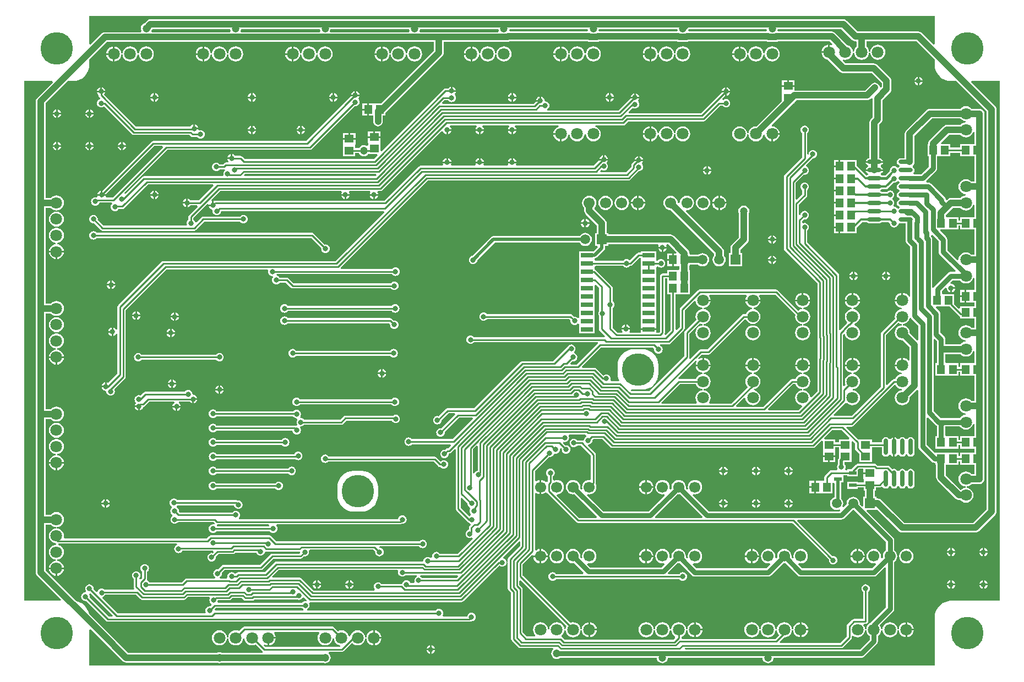
<source format=gbl>
G04 Layer_Physical_Order=2*
G04 Layer_Color=16711680*
%FSAX44Y44*%
%MOMM*%
G71*
G01*
G75*
%ADD13R,1.4000X1.2000*%
%ADD14R,1.2000X1.4000*%
%ADD17C,0.2540*%
%ADD18C,0.5000*%
%ADD19C,1.0000*%
%ADD20C,0.3048*%
%ADD21C,0.7500*%
%ADD22C,1.8000*%
%ADD23C,1.7000*%
%ADD24C,1.5000*%
%ADD25R,1.5000X1.5000*%
%ADD26C,0.8000*%
%ADD27C,5.0000*%
%ADD28C,1.2000*%
%ADD29R,1.1500X0.6000*%
%ADD30R,1.9000X0.6500*%
%ADD31O,0.7000X2.5000*%
%ADD32O,2.2000X0.6000*%
%ADD33C,0.8000*%
G36*
X01721435Y00782001D02*
Y00763500D01*
X01716500Y00763500D01*
X01715000Y00763500D01*
X01699000D01*
Y00757844D01*
X01696500D01*
Y00763500D01*
X01680500D01*
X01679500Y00763500D01*
X01677970Y00763500D01*
X01676556Y00764914D01*
Y00777702D01*
X01699559D01*
X01700048Y00777065D01*
X01702451Y00775221D01*
X01705248Y00774063D01*
X01708250Y00773667D01*
X01711252Y00774063D01*
X01714050Y00775221D01*
X01716452Y00777065D01*
X01718295Y00779467D01*
X01719454Y00782264D01*
X01721435Y00782001D01*
D02*
G37*
G36*
X01604450Y00825205D02*
X01607248Y00824046D01*
X01609431Y00823759D01*
Y00821741D01*
X01607248Y00821454D01*
X01604450Y00820295D01*
X01602048Y00818452D01*
X01600205Y00816050D01*
X01599046Y00813252D01*
X01598651Y00810250D01*
X01599046Y00807248D01*
X01600205Y00804450D01*
X01602048Y00802048D01*
X01604450Y00800205D01*
X01607248Y00799046D01*
X01610250Y00798651D01*
X01611046Y00798756D01*
X01621435Y00788367D01*
Y00767915D01*
X01619435Y00767236D01*
X01618480Y00768480D01*
X01616070Y00770330D01*
X01613262Y00771493D01*
X01611520Y00771722D01*
Y00760250D01*
X01610250D01*
Y00758980D01*
X01598778D01*
X01599007Y00757237D01*
X01600170Y00754430D01*
X01602020Y00752020D01*
X01604430Y00750170D01*
X01607237Y00749007D01*
X01609278Y00748738D01*
Y00746721D01*
X01607248Y00746454D01*
X01604450Y00745295D01*
X01602048Y00743452D01*
X01600205Y00741050D01*
X01599395Y00739094D01*
X01597878D01*
X01597878Y00739094D01*
X01596407Y00738801D01*
X01595160Y00737968D01*
X01586942Y00729750D01*
X01585094Y00730516D01*
Y00807158D01*
X01603709Y00825773D01*
X01604450Y00825205D01*
D02*
G37*
G36*
X01292575Y00858620D02*
X01292757Y00857237D01*
X01293920Y00854430D01*
X01295770Y00852020D01*
X01298180Y00850170D01*
X01300988Y00849007D01*
X01303028Y00848738D01*
Y00846721D01*
X01300998Y00846454D01*
X01298200Y00845295D01*
X01295798Y00843452D01*
X01293955Y00841050D01*
X01292796Y00838252D01*
X01292401Y00835250D01*
X01292796Y00832248D01*
X01293606Y00830292D01*
X01276282Y00812968D01*
X01275449Y00811721D01*
X01275156Y00810250D01*
X01275156Y00810250D01*
Y00774342D01*
X01221158Y00720344D01*
X01193745D01*
X01193116Y00721168D01*
X01194224Y00723014D01*
X01196902Y00722750D01*
X01211098D01*
X01214829Y00723118D01*
X01219617Y00724570D01*
X01224030Y00726928D01*
X01227897Y00730103D01*
X01231071Y00733970D01*
X01233430Y00738383D01*
X01234883Y00743171D01*
X01235250Y00746902D01*
Y00761098D01*
X01234883Y00764829D01*
X01233430Y00769617D01*
X01231071Y00774030D01*
X01227897Y00777897D01*
X01224030Y00781071D01*
X01219617Y00783430D01*
X01214829Y00784883D01*
X01211098Y00785250D01*
X01196902D01*
X01193171Y00784883D01*
X01188383Y00783430D01*
X01183970Y00781071D01*
X01180103Y00777897D01*
X01176928Y00774030D01*
X01174570Y00769617D01*
X01173118Y00764829D01*
X01172750Y00761098D01*
Y00746902D01*
X01173118Y00743171D01*
X01174570Y00738383D01*
X01175053Y00737479D01*
X01174025Y00735764D01*
X01162798D01*
X01161461Y00737764D01*
X01161581Y00738052D01*
X01161804Y00739749D01*
X01161581Y00741446D01*
X01160926Y00743027D01*
X01159884Y00744385D01*
X01158526Y00745427D01*
X01156945Y00746082D01*
X01155248Y00746305D01*
X01153551Y00746082D01*
X01151970Y00745427D01*
X01150648Y00744412D01*
X01139583Y00755477D01*
X01138336Y00756310D01*
X01136865Y00756603D01*
X01136865Y00756603D01*
X01118792D01*
X01118027Y00758451D01*
X01147233Y00787656D01*
X01226908D01*
X01228824Y00785740D01*
X01228694Y00784750D01*
X01228917Y00783053D01*
X01229572Y00781472D01*
X01230614Y00780114D01*
X01231972Y00779072D01*
X01233553Y00778417D01*
X01235250Y00778194D01*
X01236947Y00778417D01*
X01238528Y00779072D01*
X01239886Y00780114D01*
X01240928Y00781472D01*
X01241583Y00783053D01*
X01241806Y00784750D01*
X01241583Y00786447D01*
X01240928Y00788028D01*
X01239886Y00789386D01*
X01238528Y00790428D01*
X01237880Y00790696D01*
X01238278Y00792696D01*
X01251040D01*
X01251040Y00792696D01*
X01252511Y00792989D01*
X01253758Y00793822D01*
X01274593Y00814657D01*
X01274593Y00814657D01*
X01275426Y00815904D01*
X01275719Y00817375D01*
X01275719Y00817375D01*
Y00844592D01*
X01290463Y00859337D01*
X01292575Y00858620D01*
D02*
G37*
G36*
X01249000Y00888250D02*
Y00869500D01*
X01253656D01*
Y00814465D01*
X01246422Y00807230D01*
X01244868Y00808505D01*
X01245051Y00808779D01*
X01245344Y00810250D01*
X01245344Y00810250D01*
Y00893906D01*
X01249000D01*
Y00888250D01*
D02*
G37*
G36*
X01624364Y00832166D02*
X01634944Y00821586D01*
Y00799083D01*
X01632944Y00798254D01*
X01621744Y00809454D01*
X01621849Y00810250D01*
X01621454Y00813252D01*
X01620295Y00816050D01*
X01618452Y00818452D01*
X01616049Y00820295D01*
X01613252Y00821454D01*
X01611069Y00821741D01*
Y00823759D01*
X01613252Y00824046D01*
X01616049Y00825205D01*
X01618452Y00827048D01*
X01620295Y00829450D01*
X01621454Y00832248D01*
X01621516Y00832717D01*
X01622273Y00833055D01*
X01623593Y00833171D01*
X01624364Y00832166D01*
D02*
G37*
G36*
X01721435Y00669501D02*
Y00651000D01*
X01716500Y00651000D01*
X01715000Y00651000D01*
X01699000D01*
Y00645344D01*
X01696500D01*
Y00651000D01*
X01680500D01*
X01679500Y00651000D01*
X01677970Y00651000D01*
X01676556Y00652414D01*
Y00666210D01*
X01698785D01*
X01700048Y00664565D01*
X01702451Y00662721D01*
X01705248Y00661563D01*
X01708250Y00661167D01*
X01711252Y00661563D01*
X01714050Y00662721D01*
X01716452Y00664565D01*
X01718295Y00666967D01*
X01719454Y00669764D01*
X01721435Y00669501D01*
D02*
G37*
G36*
X01124148Y00652450D02*
X01124046Y00651294D01*
X01123922Y00650390D01*
X01122612Y00649385D01*
X01121571Y00648027D01*
X01120916Y00646446D01*
X01120770Y00645338D01*
X01119384Y00644443D01*
X01118735Y00644292D01*
X01118722Y00644301D01*
X01117251Y00644593D01*
X01117251Y00644593D01*
X01110492D01*
X01109884Y00645385D01*
X01108526Y00646427D01*
X01106945Y00647082D01*
X01105248Y00647305D01*
X01103551Y00647082D01*
X01101970Y00646427D01*
X01100612Y00645385D01*
X01099571Y00644027D01*
X01098916Y00642446D01*
X01098692Y00640749D01*
X01098916Y00639053D01*
X01099571Y00637471D01*
X01100612Y00636114D01*
X01101970Y00635072D01*
X01103551Y00634417D01*
X01105248Y00634193D01*
X01106945Y00634417D01*
X01108526Y00635072D01*
X01109884Y00636114D01*
X01110492Y00636906D01*
X01115658D01*
X01131406Y00621158D01*
Y00585045D01*
X01129902Y00583726D01*
X01129000Y00583845D01*
X01126128Y00583467D01*
X01123453Y00582359D01*
X01121155Y00580595D01*
X01119391Y00578297D01*
X01118283Y00575622D01*
X01117905Y00572750D01*
X01118218Y00570372D01*
X01116792Y00569433D01*
X01116435Y00569327D01*
X01114853Y00570909D01*
X01115095Y00572750D01*
X01114717Y00575622D01*
X01113608Y00578297D01*
X01111845Y00580595D01*
X01109547Y00582359D01*
X01106872Y00583467D01*
X01104000Y00583845D01*
X01101128Y00583467D01*
X01098453Y00582359D01*
X01096155Y00580595D01*
X01094391Y00578297D01*
X01093283Y00575622D01*
X01092905Y00572750D01*
X01093283Y00569878D01*
X01094391Y00567203D01*
X01096155Y00564905D01*
X01098453Y00563142D01*
X01101128Y00562033D01*
X01104000Y00561655D01*
X01105841Y00561897D01*
X01140606Y00527132D01*
X01139841Y00525284D01*
X01113152D01*
X01078582Y00559854D01*
X01079538Y00561726D01*
X01081872Y00562033D01*
X01084547Y00563142D01*
X01086845Y00564905D01*
X01088608Y00567203D01*
X01089717Y00569878D01*
X01090095Y00572750D01*
X01089717Y00575622D01*
X01088608Y00578297D01*
X01086845Y00580595D01*
X01084547Y00582359D01*
X01081872Y00583467D01*
X01079000Y00583845D01*
X01076128Y00583467D01*
X01075094Y00583038D01*
X01073094Y00584375D01*
Y00589506D01*
X01073886Y00590114D01*
X01074928Y00591472D01*
X01075583Y00593053D01*
X01075806Y00594750D01*
X01075583Y00596447D01*
X01074928Y00598028D01*
X01073886Y00599386D01*
X01072528Y00600428D01*
X01070947Y00601083D01*
X01069250Y00601306D01*
X01067553Y00601083D01*
X01065972Y00600428D01*
X01064614Y00599386D01*
X01063572Y00598028D01*
X01062917Y00596447D01*
X01062694Y00594750D01*
X01062917Y00593053D01*
X01063572Y00591472D01*
X01064614Y00590114D01*
X01065406Y00589506D01*
Y00581945D01*
X01064260Y00580799D01*
X01063262Y00580576D01*
X01062000Y00580620D01*
X01061730Y00580734D01*
X01059568Y00582393D01*
X01056882Y00583506D01*
X01055270Y00583718D01*
Y00572750D01*
Y00561782D01*
X01056882Y00561994D01*
X01059568Y00563107D01*
X01061233Y00564385D01*
X01061555Y00564453D01*
X01063247Y00564218D01*
X01063717Y00563993D01*
X01064012Y00563552D01*
X01108842Y00518722D01*
X01108842Y00518722D01*
X01110089Y00517889D01*
X01111560Y00517596D01*
X01111560Y00517596D01*
X01441218D01*
X01497574Y00461240D01*
X01497444Y00460250D01*
X01497667Y00458553D01*
X01498322Y00456972D01*
X01499364Y00455614D01*
X01500722Y00454572D01*
X01502303Y00453917D01*
X01504000Y00453694D01*
X01505697Y00453917D01*
X01507278Y00454572D01*
X01508636Y00455614D01*
X01509678Y00456972D01*
X01510333Y00458553D01*
X01510556Y00460250D01*
X01510333Y00461947D01*
X01509678Y00463528D01*
X01508636Y00464886D01*
X01507278Y00465928D01*
X01505697Y00466583D01*
X01504000Y00466806D01*
X01503010Y00466676D01*
X01448906Y00520780D01*
X01449672Y00522628D01*
X01516100D01*
X01518539Y00523113D01*
X01520606Y00524494D01*
X01533901Y00537789D01*
X01534850Y00537664D01*
X01535799Y00537789D01*
X01585128Y00488460D01*
Y00475475D01*
X01583655Y00474345D01*
X01581891Y00472048D01*
X01580783Y00469372D01*
X01580405Y00466500D01*
X01580647Y00464659D01*
X01579065Y00463077D01*
X01578708Y00463183D01*
X01577282Y00464122D01*
X01577595Y00466500D01*
X01577217Y00469372D01*
X01576109Y00472048D01*
X01574345Y00474345D01*
X01572047Y00476109D01*
X01569372Y00477217D01*
X01566500Y00477595D01*
X01563628Y00477217D01*
X01560952Y00476109D01*
X01558655Y00474345D01*
X01556891Y00472048D01*
X01555783Y00469372D01*
X01555405Y00466500D01*
X01555783Y00463628D01*
X01556891Y00460952D01*
X01558655Y00458655D01*
X01560952Y00456892D01*
X01563628Y00455783D01*
X01566500Y00455405D01*
X01568878Y00455718D01*
X01569817Y00454292D01*
X01569923Y00453935D01*
X01563860Y00447873D01*
X01456640D01*
X01450577Y00453935D01*
X01450683Y00454292D01*
X01451622Y00455718D01*
X01454000Y00455405D01*
X01456872Y00455783D01*
X01459547Y00456892D01*
X01461845Y00458655D01*
X01463609Y00460952D01*
X01464717Y00463628D01*
X01465095Y00466500D01*
X01464717Y00469372D01*
X01463609Y00472048D01*
X01461845Y00474345D01*
X01459547Y00476109D01*
X01456872Y00477217D01*
X01454000Y00477595D01*
X01451128Y00477217D01*
X01448453Y00476109D01*
X01446155Y00474345D01*
X01444391Y00472048D01*
X01443283Y00469372D01*
X01442905Y00466500D01*
X01443218Y00464122D01*
X01441792Y00463183D01*
X01441435Y00463077D01*
X01439853Y00464659D01*
X01440095Y00466500D01*
X01439717Y00469372D01*
X01438609Y00472048D01*
X01436845Y00474345D01*
X01434547Y00476109D01*
X01431872Y00477217D01*
X01429000Y00477595D01*
X01426128Y00477217D01*
X01423453Y00476109D01*
X01421155Y00474345D01*
X01419391Y00472048D01*
X01418283Y00469372D01*
X01417905Y00466500D01*
X01418147Y00464659D01*
X01416565Y00463077D01*
X01416208Y00463183D01*
X01414782Y00464122D01*
X01415095Y00466500D01*
X01414717Y00469372D01*
X01413609Y00472048D01*
X01411845Y00474345D01*
X01409547Y00476109D01*
X01406872Y00477217D01*
X01404000Y00477595D01*
X01401128Y00477217D01*
X01398453Y00476109D01*
X01396155Y00474345D01*
X01394391Y00472048D01*
X01393283Y00469372D01*
X01392905Y00466500D01*
X01393283Y00463628D01*
X01394391Y00460952D01*
X01396155Y00458655D01*
X01398453Y00456892D01*
X01401128Y00455783D01*
X01404000Y00455405D01*
X01406378Y00455718D01*
X01407317Y00454292D01*
X01407423Y00453935D01*
X01401360Y00447873D01*
X01294140D01*
X01288077Y00453935D01*
X01288183Y00454292D01*
X01289122Y00455718D01*
X01291500Y00455405D01*
X01294372Y00455783D01*
X01297047Y00456892D01*
X01299345Y00458655D01*
X01301109Y00460952D01*
X01302217Y00463628D01*
X01302595Y00466500D01*
X01302217Y00469372D01*
X01301109Y00472048D01*
X01299345Y00474345D01*
X01297047Y00476109D01*
X01294372Y00477217D01*
X01291500Y00477595D01*
X01288628Y00477217D01*
X01285953Y00476109D01*
X01283655Y00474345D01*
X01281891Y00472048D01*
X01280783Y00469372D01*
X01280405Y00466500D01*
X01280718Y00464122D01*
X01279292Y00463183D01*
X01278935Y00463077D01*
X01277353Y00464659D01*
X01277595Y00466500D01*
X01277217Y00469372D01*
X01276108Y00472048D01*
X01274345Y00474345D01*
X01272047Y00476109D01*
X01269372Y00477217D01*
X01266500Y00477595D01*
X01263628Y00477217D01*
X01260953Y00476109D01*
X01258655Y00474345D01*
X01256891Y00472048D01*
X01255783Y00469372D01*
X01255405Y00466500D01*
X01255647Y00464659D01*
X01254065Y00463077D01*
X01253708Y00463183D01*
X01252282Y00464122D01*
X01252595Y00466500D01*
X01252217Y00469372D01*
X01251108Y00472048D01*
X01249345Y00474345D01*
X01247047Y00476109D01*
X01244372Y00477217D01*
X01241500Y00477595D01*
X01238628Y00477217D01*
X01235953Y00476109D01*
X01233655Y00474345D01*
X01231891Y00472048D01*
X01230783Y00469372D01*
X01230405Y00466500D01*
X01230783Y00463628D01*
X01231891Y00460952D01*
X01233655Y00458655D01*
X01235953Y00456892D01*
X01238628Y00455783D01*
X01241500Y00455405D01*
X01243878Y00455718D01*
X01244817Y00454292D01*
X01244923Y00453935D01*
X01240130Y00449142D01*
X01130370D01*
X01125577Y00453935D01*
X01125683Y00454292D01*
X01126622Y00455718D01*
X01129000Y00455405D01*
X01131872Y00455783D01*
X01134547Y00456892D01*
X01136845Y00458655D01*
X01138608Y00460952D01*
X01139717Y00463628D01*
X01140095Y00466500D01*
X01139717Y00469372D01*
X01138608Y00472048D01*
X01136845Y00474345D01*
X01134547Y00476109D01*
X01131872Y00477217D01*
X01129000Y00477595D01*
X01126128Y00477217D01*
X01123453Y00476109D01*
X01121155Y00474345D01*
X01119391Y00472048D01*
X01118283Y00469372D01*
X01117905Y00466500D01*
X01118218Y00464122D01*
X01116792Y00463183D01*
X01116435Y00463077D01*
X01114853Y00464659D01*
X01115095Y00466500D01*
X01114717Y00469372D01*
X01113608Y00472048D01*
X01111845Y00474345D01*
X01109547Y00476109D01*
X01106872Y00477217D01*
X01104000Y00477595D01*
X01101128Y00477217D01*
X01098453Y00476109D01*
X01096155Y00474345D01*
X01094391Y00472048D01*
X01093283Y00469372D01*
X01092905Y00466500D01*
X01093283Y00463628D01*
X01094391Y00460952D01*
X01096155Y00458655D01*
X01098453Y00456892D01*
X01101128Y00455783D01*
X01104000Y00455405D01*
X01105841Y00455647D01*
X01120546Y00440942D01*
X01119781Y00439094D01*
X01077994D01*
X01077386Y00439886D01*
X01076028Y00440928D01*
X01074447Y00441583D01*
X01072750Y00441806D01*
X01071053Y00441583D01*
X01069472Y00440928D01*
X01068114Y00439886D01*
X01067072Y00438528D01*
X01066417Y00436947D01*
X01066194Y00435250D01*
X01066417Y00433553D01*
X01067072Y00431972D01*
X01068114Y00430614D01*
X01069472Y00429572D01*
X01071053Y00428917D01*
X01072750Y00428694D01*
X01074447Y00428917D01*
X01076028Y00429572D01*
X01077386Y00430614D01*
X01077993Y00431406D01*
X01267506D01*
X01268114Y00430614D01*
X01269472Y00429572D01*
X01271053Y00428917D01*
X01272750Y00428694D01*
X01274447Y00428917D01*
X01276028Y00429572D01*
X01277386Y00430614D01*
X01278428Y00431972D01*
X01279083Y00433553D01*
X01279306Y00435250D01*
X01279083Y00436947D01*
X01278428Y00438528D01*
X01277386Y00439886D01*
X01276028Y00440928D01*
X01274447Y00441583D01*
X01272750Y00441806D01*
X01271053Y00441583D01*
X01269472Y00440928D01*
X01268114Y00439886D01*
X01267506Y00439094D01*
X01250719D01*
X01249954Y00440942D01*
X01264659Y00455647D01*
X01266500Y00455405D01*
X01268341Y00455647D01*
X01286994Y00436994D01*
X01289061Y00435613D01*
X01291500Y00435128D01*
X01404000D01*
X01406439Y00435613D01*
X01408506Y00436994D01*
X01427159Y00455647D01*
X01429000Y00455405D01*
X01430841Y00455647D01*
X01449494Y00436994D01*
X01451561Y00435613D01*
X01454000Y00435128D01*
X01566500D01*
X01568939Y00435613D01*
X01571006Y00436994D01*
X01583280Y00449268D01*
X01585128Y00448502D01*
Y00387890D01*
X01561994Y00364756D01*
X01561139Y00363477D01*
X01560700Y00363295D01*
X01558298Y00361452D01*
X01556455Y00359050D01*
X01555296Y00356252D01*
X01555009Y00354069D01*
X01552991D01*
X01552704Y00356252D01*
X01551545Y00359050D01*
X01550681Y00360176D01*
X01551667Y00362176D01*
X01553520D01*
X01553520Y00362176D01*
X01554991Y00362469D01*
X01556238Y00363302D01*
X01556718Y00363782D01*
X01556718Y00363782D01*
X01557551Y00365029D01*
X01557844Y00366500D01*
X01557844Y00366500D01*
Y00411256D01*
X01558636Y00411864D01*
X01559678Y00413222D01*
X01560333Y00414803D01*
X01560556Y00416500D01*
X01560333Y00418197D01*
X01559678Y00419778D01*
X01558636Y00421136D01*
X01557278Y00422178D01*
X01555697Y00422833D01*
X01554000Y00423056D01*
X01552303Y00422833D01*
X01550722Y00422178D01*
X01549364Y00421136D01*
X01548322Y00419778D01*
X01547667Y00418197D01*
X01547444Y00416500D01*
X01547667Y00414803D01*
X01548322Y00413222D01*
X01549364Y00411864D01*
X01550156Y00411256D01*
Y00369864D01*
X01536210D01*
X01534740Y00369571D01*
X01533492Y00368738D01*
X01533492Y00368738D01*
X01526012Y00361258D01*
X01525179Y00360010D01*
X01524886Y00358540D01*
X01524886Y00358539D01*
Y00342822D01*
X01514908Y00332844D01*
X01422143D01*
X01421378Y00334692D01*
X01428414Y00341728D01*
X01429000Y00341651D01*
X01432002Y00342046D01*
X01434800Y00343205D01*
X01437202Y00345048D01*
X01439045Y00347450D01*
X01440204Y00350248D01*
X01440464Y00352225D01*
X01440471Y00352278D01*
X01442488D01*
X01442495Y00352225D01*
X01442757Y00350238D01*
X01443920Y00347430D01*
X01445770Y00345020D01*
X01448180Y00343170D01*
X01450987Y00342007D01*
X01452730Y00341778D01*
Y00353250D01*
Y00364722D01*
X01450987Y00364493D01*
X01448180Y00363330D01*
X01445770Y00361480D01*
X01443920Y00359070D01*
X01442757Y00356263D01*
X01442495Y00354275D01*
X01442488Y00354222D01*
X01440471D01*
X01440464Y00354275D01*
X01440204Y00356252D01*
X01439045Y00359050D01*
X01437202Y00361452D01*
X01434800Y00363295D01*
X01432002Y00364454D01*
X01429000Y00364849D01*
X01425998Y00364454D01*
X01423200Y00363295D01*
X01420798Y00361452D01*
X01418955Y00359050D01*
X01417796Y00356252D01*
X01417554Y00354412D01*
X01417509Y00354069D01*
X01415491D01*
X01415446Y00354412D01*
X01415204Y00356252D01*
X01414045Y00359050D01*
X01412202Y00361452D01*
X01409800Y00363295D01*
X01407002Y00364454D01*
X01404000Y00364849D01*
X01400998Y00364454D01*
X01398200Y00363295D01*
X01395798Y00361452D01*
X01393955Y00359050D01*
X01392796Y00356252D01*
X01392554Y00354412D01*
X01392509Y00354069D01*
X01390491D01*
X01390446Y00354412D01*
X01390204Y00356252D01*
X01389045Y00359050D01*
X01387202Y00361452D01*
X01384800Y00363295D01*
X01382002Y00364454D01*
X01379000Y00364849D01*
X01375998Y00364454D01*
X01373200Y00363295D01*
X01370798Y00361452D01*
X01368955Y00359050D01*
X01367796Y00356252D01*
X01367401Y00353250D01*
X01367796Y00350248D01*
X01368955Y00347450D01*
X01370798Y00345048D01*
X01373200Y00343205D01*
X01375998Y00342046D01*
X01379000Y00341651D01*
X01382002Y00342046D01*
X01384800Y00343205D01*
X01387202Y00345048D01*
X01389045Y00347450D01*
X01390204Y00350248D01*
X01390446Y00352088D01*
X01390491Y00352431D01*
X01392509D01*
X01392554Y00352088D01*
X01392796Y00350248D01*
X01393955Y00347450D01*
X01395798Y00345048D01*
X01398200Y00343205D01*
X01400998Y00342046D01*
X01404000Y00341651D01*
X01407002Y00342046D01*
X01409800Y00343205D01*
X01412202Y00345048D01*
X01414045Y00347450D01*
X01415204Y00350248D01*
X01415446Y00352088D01*
X01415491Y00352431D01*
X01417509D01*
X01417554Y00352088D01*
X01417796Y00350248D01*
X01418955Y00347450D01*
X01420798Y00345048D01*
X01420802Y00344988D01*
X01414908Y00339094D01*
X01272054D01*
X01270554Y00340547D01*
X01270767Y00342570D01*
X01272300Y00343205D01*
X01274702Y00345048D01*
X01276545Y00347450D01*
X01277704Y00350248D01*
X01277964Y00352225D01*
X01277971Y00352278D01*
X01279988D01*
X01279995Y00352225D01*
X01280257Y00350238D01*
X01281420Y00347430D01*
X01283270Y00345020D01*
X01285680Y00343170D01*
X01288488Y00342007D01*
X01290230Y00341778D01*
Y00353250D01*
Y00364722D01*
X01288488Y00364493D01*
X01285680Y00363330D01*
X01283270Y00361480D01*
X01281420Y00359070D01*
X01280257Y00356263D01*
X01279995Y00354275D01*
X01279988Y00354222D01*
X01277971D01*
X01277964Y00354275D01*
X01277704Y00356252D01*
X01276545Y00359050D01*
X01274702Y00361452D01*
X01272300Y00363295D01*
X01269502Y00364454D01*
X01266500Y00364849D01*
X01263498Y00364454D01*
X01260700Y00363295D01*
X01258298Y00361452D01*
X01256455Y00359050D01*
X01255296Y00356252D01*
X01255054Y00354412D01*
X01255009Y00354069D01*
X01252991D01*
X01252946Y00354412D01*
X01252704Y00356252D01*
X01251545Y00359050D01*
X01249702Y00361452D01*
X01247300Y00363295D01*
X01244502Y00364454D01*
X01241500Y00364849D01*
X01238498Y00364454D01*
X01235700Y00363295D01*
X01233298Y00361452D01*
X01231455Y00359050D01*
X01230296Y00356252D01*
X01230054Y00354412D01*
X01230009Y00354069D01*
X01227991D01*
X01227946Y00354412D01*
X01227704Y00356252D01*
X01226545Y00359050D01*
X01224702Y00361452D01*
X01222300Y00363295D01*
X01219502Y00364454D01*
X01216500Y00364849D01*
X01213498Y00364454D01*
X01210700Y00363295D01*
X01208298Y00361452D01*
X01206455Y00359050D01*
X01205296Y00356252D01*
X01204901Y00353250D01*
X01205296Y00350248D01*
X01206455Y00347450D01*
X01208298Y00345048D01*
X01210700Y00343205D01*
X01213498Y00342046D01*
X01216500Y00341651D01*
X01219502Y00342046D01*
X01222300Y00343205D01*
X01224702Y00345048D01*
X01226545Y00347450D01*
X01227704Y00350248D01*
X01227946Y00352088D01*
X01227991Y00352431D01*
X01230009D01*
X01230054Y00352088D01*
X01230296Y00350248D01*
X01231455Y00347450D01*
X01233298Y00345048D01*
X01235700Y00343205D01*
X01238498Y00342046D01*
X01241500Y00341651D01*
X01244502Y00342046D01*
X01247300Y00343205D01*
X01249702Y00345048D01*
X01251545Y00347450D01*
X01252704Y00350248D01*
X01252946Y00352088D01*
X01252991Y00352431D01*
X01255009D01*
X01255054Y00352088D01*
X01255296Y00350248D01*
X01256455Y00347450D01*
X01258298Y00345048D01*
X01260700Y00343205D01*
X01261163Y00340849D01*
X01258258Y00337944D01*
X01091064D01*
X01087210Y00341798D01*
X01086698Y00342140D01*
X01086419Y00344250D01*
X01086490Y00344502D01*
X01087202Y00345048D01*
X01089045Y00347450D01*
X01090204Y00350248D01*
X01090491Y00352431D01*
X01092509D01*
X01092796Y00350248D01*
X01093955Y00347450D01*
X01095798Y00345048D01*
X01098200Y00343205D01*
X01100998Y00342046D01*
X01104000Y00341651D01*
X01107002Y00342046D01*
X01109800Y00343205D01*
X01112202Y00345048D01*
X01114045Y00347450D01*
X01115204Y00350248D01*
X01115464Y00352225D01*
X01115471Y00352278D01*
X01117488D01*
X01117495Y00352225D01*
X01117757Y00350238D01*
X01118920Y00347430D01*
X01120770Y00345020D01*
X01123180Y00343170D01*
X01125987Y00342007D01*
X01127730Y00341778D01*
Y00353250D01*
Y00364722D01*
X01125987Y00364493D01*
X01123180Y00363330D01*
X01120770Y00361480D01*
X01118920Y00359070D01*
X01117757Y00356263D01*
X01117495Y00354275D01*
X01117488Y00354222D01*
X01115471D01*
X01115464Y00354275D01*
X01115204Y00356252D01*
X01114045Y00359050D01*
X01112202Y00361452D01*
X01109800Y00363295D01*
X01107002Y00364454D01*
X01104000Y00364849D01*
X01100998Y00364454D01*
X01099573Y00363864D01*
X01026594Y00436842D01*
Y00453945D01*
X01041105Y00468456D01*
X01042495Y00467770D01*
X01052730D01*
Y00477468D01*
X01051118Y00477256D01*
X01048432Y00476143D01*
X01047574Y00475485D01*
X01045574Y00476471D01*
Y00562779D01*
X01047574Y00563765D01*
X01048432Y00563107D01*
X01051118Y00561994D01*
X01052730Y00561782D01*
Y00572750D01*
Y00583718D01*
X01051118Y00583506D01*
X01048432Y00582393D01*
X01047574Y00581735D01*
X01045574Y00582721D01*
Y00597341D01*
X01066981Y00618748D01*
X01067978Y00618616D01*
X01069675Y00618840D01*
X01071256Y00619495D01*
X01072614Y00620537D01*
X01073656Y00621894D01*
X01074311Y00623475D01*
X01076088Y00624347D01*
X01077250Y00624194D01*
X01078947Y00624417D01*
X01080528Y00625072D01*
X01081886Y00626114D01*
X01082928Y00627472D01*
X01083583Y00629053D01*
X01083806Y00630750D01*
X01083628Y00632106D01*
X01084404Y00632751D01*
X01085430Y00633131D01*
X01086823Y00631739D01*
X01086692Y00630749D01*
X01086916Y00629053D01*
X01087571Y00627471D01*
X01088613Y00626114D01*
X01089970Y00625072D01*
X01091552Y00624417D01*
X01093248Y00624193D01*
X01094945Y00624417D01*
X01096526Y00625072D01*
X01097884Y00626114D01*
X01098926Y00627471D01*
X01099581Y00629053D01*
X01099804Y00630749D01*
X01099581Y00632446D01*
X01098926Y00634027D01*
X01097884Y00635385D01*
X01096526Y00636427D01*
X01094945Y00637082D01*
X01093248Y00637305D01*
X01092259Y00637175D01*
X01088864Y00640570D01*
X01089254Y00641616D01*
X01089889Y00642373D01*
X01091250Y00642194D01*
X01092947Y00642417D01*
X01094528Y00643072D01*
X01095886Y00644114D01*
X01096928Y00645472D01*
X01097583Y00647053D01*
X01097806Y00648750D01*
X01097583Y00650447D01*
X01097057Y00651715D01*
X01097489Y00652801D01*
X01098154Y00653716D01*
X01122835D01*
X01124148Y00652450D01*
D02*
G37*
G36*
X01447080Y00729450D02*
X01448923Y00727048D01*
X01451325Y00725205D01*
X01454123Y00724046D01*
X01456306Y00723759D01*
Y00721741D01*
X01454123Y00721454D01*
X01451325Y00720295D01*
X01448923Y00718452D01*
X01447080Y00716050D01*
X01445921Y00713252D01*
X01445526Y00710250D01*
X01445921Y00707248D01*
X01447080Y00704450D01*
X01448923Y00702048D01*
X01451325Y00700205D01*
X01454123Y00699046D01*
X01455531Y00698861D01*
X01456248Y00696749D01*
X01450742Y00691244D01*
X01404793D01*
X01404028Y00693092D01*
X01442342Y00731406D01*
X01446270D01*
X01447080Y00729450D01*
D02*
G37*
G36*
X01663444Y00797784D02*
Y00763500D01*
X01661500D01*
Y00744500D01*
X01677500D01*
X01679000Y00744500D01*
X01680500Y00744500D01*
X01696500D01*
Y00750156D01*
X01699000D01*
Y00744500D01*
X01715000D01*
X01716500Y00744500D01*
X01718000Y00744500D01*
X01721435D01*
Y00705331D01*
X01716941D01*
X01716452Y00705968D01*
X01714050Y00707812D01*
X01711252Y00708971D01*
X01708250Y00709366D01*
X01705248Y00708971D01*
X01702451Y00707812D01*
X01700048Y00705968D01*
X01698205Y00703566D01*
X01697046Y00700769D01*
X01696651Y00697767D01*
X01697046Y00694764D01*
X01698205Y00691967D01*
X01700048Y00689565D01*
X01702451Y00687721D01*
X01705248Y00686563D01*
X01707431Y00686275D01*
Y00684258D01*
X01705248Y00683971D01*
X01702451Y00682812D01*
X01700048Y00680968D01*
X01698785Y00679323D01*
X01669199D01*
X01658556Y00689966D01*
Y00800059D01*
X01660404Y00800825D01*
X01663444Y00797784D01*
D02*
G37*
G36*
X01293955Y00729450D02*
X01295798Y00727048D01*
X01298200Y00725205D01*
X01300998Y00724046D01*
X01303181Y00723759D01*
Y00721741D01*
X01300998Y00721454D01*
X01298200Y00720295D01*
X01295798Y00718452D01*
X01293955Y00716050D01*
X01292796Y00713252D01*
X01292401Y00710250D01*
X01292796Y00707248D01*
X01293955Y00704450D01*
X01294819Y00703324D01*
X01293833Y00701324D01*
X01240623D01*
X01239858Y00703172D01*
X01268092Y00731406D01*
X01293145D01*
X01293955Y00729450D01*
D02*
G37*
G36*
X01605354Y01042869D02*
X01606106Y01042719D01*
Y01040680D01*
X01605354Y01040531D01*
X01603535Y01039315D01*
X01602319Y01037496D01*
X01601892Y01035350D01*
X01602319Y01033204D01*
X01603535Y01031385D01*
X01605354Y01030169D01*
X01606106Y01030019D01*
Y01027980D01*
X01605354Y01027831D01*
X01603535Y01026615D01*
X01602319Y01024796D01*
X01601892Y01022650D01*
X01602319Y01020504D01*
X01603535Y01018684D01*
X01605354Y01017469D01*
X01606106Y01017319D01*
Y01015280D01*
X01605354Y01015131D01*
X01603535Y01013915D01*
X01602319Y01012096D01*
X01601892Y01009950D01*
X01602319Y01007804D01*
X01603535Y01005984D01*
X01605354Y01004769D01*
X01606106Y01004619D01*
Y01002580D01*
X01605354Y01002431D01*
X01603535Y01001215D01*
X01602518Y01002213D01*
X01602386Y01002386D01*
X01601028Y01003428D01*
X01599447Y01004083D01*
X01597750Y01004306D01*
X01597511Y01004275D01*
X01596560Y01006167D01*
X01597178Y01006972D01*
X01597833Y01008553D01*
X01598056Y01010250D01*
X01597833Y01011947D01*
X01597178Y01013528D01*
X01596136Y01014886D01*
X01595609Y01015290D01*
X01595520Y01015480D01*
Y01017520D01*
X01595609Y01017710D01*
X01596136Y01018114D01*
X01597178Y01019472D01*
X01597833Y01021053D01*
X01598056Y01022750D01*
X01597833Y01024447D01*
X01597178Y01026028D01*
X01596136Y01027386D01*
X01594778Y01028428D01*
X01593197Y01029083D01*
X01591500Y01029306D01*
X01589803Y01029083D01*
X01588222Y01028428D01*
X01586864Y01027386D01*
X01586378Y01026753D01*
X01579259D01*
X01577646Y01027831D01*
X01576894Y01027980D01*
Y01030019D01*
X01577646Y01030169D01*
X01579259Y01031247D01*
X01585350D01*
X01586920Y01031559D01*
X01588251Y01032449D01*
X01597084Y01041282D01*
X01597750Y01041194D01*
X01599447Y01041417D01*
X01601028Y01042072D01*
X01602386Y01043114D01*
X01602428Y01043169D01*
X01603535Y01044084D01*
X01605354Y01042869D01*
D02*
G37*
G36*
X01721435Y01007001D02*
Y00988500D01*
X01716500Y00988500D01*
X01715000Y00988500D01*
X01699000D01*
Y00982844D01*
X01696500D01*
Y00988500D01*
X01680500D01*
X01679500Y00988500D01*
X01677565Y00988656D01*
Y00991867D01*
X01684349Y00998651D01*
X01688400Y01002702D01*
X01699559D01*
X01700048Y01002065D01*
X01702451Y01000221D01*
X01705248Y00999063D01*
X01708250Y00998667D01*
X01711252Y00999063D01*
X01714050Y01000221D01*
X01716452Y01002065D01*
X01718295Y01004467D01*
X01719454Y01007264D01*
X01721435Y01007001D01*
D02*
G37*
G36*
X01700048Y01139565D02*
X01702451Y01137721D01*
X01705248Y01136563D01*
X01707431Y01136275D01*
Y01134258D01*
X01705248Y01133971D01*
X01702451Y01132812D01*
X01700048Y01130968D01*
X01699559Y01130331D01*
X01679017D01*
X01677059Y01130074D01*
X01675234Y01129318D01*
X01673667Y01128116D01*
X01673667Y01128116D01*
X01652151Y01106599D01*
X01650949Y01105032D01*
X01650193Y01103208D01*
X01649935Y01101250D01*
Y01101000D01*
X01649000D01*
Y01082000D01*
X01650944D01*
Y01066466D01*
X01639084Y01054606D01*
X01627805D01*
X01627198Y01056606D01*
X01627465Y01056785D01*
X01628681Y01058604D01*
X01629108Y01060750D01*
X01628681Y01062896D01*
X01627465Y01064715D01*
X01626623Y01065278D01*
X01626504Y01067644D01*
X01627099Y01068101D01*
X01628301Y01069667D01*
X01629057Y01071492D01*
X01629315Y01073450D01*
Y01113617D01*
X01655900Y01140202D01*
X01699559D01*
X01700048Y01139565D01*
D02*
G37*
G36*
X01721435Y01119501D02*
Y01101000D01*
X01717000D01*
Y01101000D01*
X01716000D01*
Y01101000D01*
X01699000D01*
Y01095344D01*
X01684000D01*
Y01101000D01*
X01670561D01*
X01669796Y01102848D01*
X01682150Y01115202D01*
X01699559D01*
X01700048Y01114565D01*
X01702451Y01112721D01*
X01705248Y01111563D01*
X01708250Y01111167D01*
X01711252Y01111563D01*
X01714050Y01112721D01*
X01716452Y01114565D01*
X01718295Y01116967D01*
X01719454Y01119764D01*
X01721435Y01119501D01*
D02*
G37*
G36*
X01699000Y01082000D02*
X01716000D01*
Y01082000D01*
X01717000D01*
Y01082000D01*
X01721435D01*
Y01042831D01*
X01716941D01*
X01716452Y01043468D01*
X01714050Y01045312D01*
X01711252Y01046471D01*
X01708250Y01046866D01*
X01705248Y01046471D01*
X01702451Y01045312D01*
X01700048Y01043468D01*
X01698205Y01041066D01*
X01697046Y01038269D01*
X01696651Y01035267D01*
X01697046Y01032264D01*
X01698205Y01029467D01*
X01700048Y01027065D01*
X01702451Y01025221D01*
X01705248Y01024063D01*
X01707431Y01023775D01*
Y01021758D01*
X01705248Y01021471D01*
X01702451Y01020312D01*
X01700048Y01018468D01*
X01699559Y01017831D01*
X01685267D01*
X01683309Y01017574D01*
X01681484Y01016818D01*
X01679917Y01015616D01*
X01679105Y01014803D01*
X01677163Y01015689D01*
X01677083Y01016296D01*
X01676428Y01017877D01*
X01675386Y01019235D01*
X01654635Y01039986D01*
X01653277Y01041028D01*
X01651696Y01041683D01*
X01650000Y01041906D01*
X01647699D01*
X01647570Y01042060D01*
X01646927Y01043906D01*
X01662136Y01059114D01*
X01663178Y01060472D01*
X01663833Y01062053D01*
X01664056Y01063750D01*
Y01081865D01*
X01666000Y01082000D01*
X01667000D01*
Y01082000D01*
X01684000D01*
Y01087656D01*
X01699000D01*
Y01082000D01*
D02*
G37*
G36*
X01666444Y00951092D02*
Y00935000D01*
X01666667Y00933303D01*
X01667322Y00931722D01*
X01668364Y00930364D01*
X01692558Y00906171D01*
X01691792Y00904323D01*
X01685267D01*
X01683570Y00904099D01*
X01681989Y00903444D01*
X01680631Y00902402D01*
X01659864Y00881636D01*
X01658822Y00880278D01*
X01658495Y00879488D01*
X01656556Y00880033D01*
Y00954099D01*
X01656333Y00955796D01*
X01655678Y00957377D01*
X01654636Y00958735D01*
X01654602Y00958769D01*
X01654743Y00959964D01*
X01656795Y00960741D01*
X01666444Y00951092D01*
D02*
G37*
G36*
X01697782Y00836032D02*
X01697782Y00836032D01*
X01699000Y00835218D01*
Y00832000D01*
X01715000D01*
X01716500Y00832000D01*
X01718000Y00832000D01*
X01721435D01*
Y00817831D01*
X01716941D01*
X01716452Y00818468D01*
X01714050Y00820312D01*
X01711252Y00821471D01*
X01708250Y00821866D01*
X01705248Y00821471D01*
X01702451Y00820312D01*
X01700048Y00818468D01*
X01698205Y00816066D01*
X01697046Y00813269D01*
X01696651Y00810267D01*
X01697046Y00807264D01*
X01698205Y00804467D01*
X01700048Y00802065D01*
X01702451Y00800221D01*
X01705248Y00799063D01*
X01707431Y00798775D01*
Y00796758D01*
X01705248Y00796471D01*
X01702451Y00795312D01*
X01700048Y00793468D01*
X01699559Y00792831D01*
X01676556D01*
Y00800500D01*
X01676333Y00802197D01*
X01675678Y00803778D01*
X01674636Y00805136D01*
X01669056Y00810716D01*
Y00839308D01*
X01668833Y00841004D01*
X01668178Y00842586D01*
X01667136Y00843943D01*
X01662177Y00848902D01*
X01662942Y00850750D01*
X01672750Y00850750D01*
X01674250Y00850750D01*
X01683064D01*
X01697782Y00836032D01*
D02*
G37*
G36*
X01721435Y00894501D02*
Y00876000D01*
X01718023D01*
X01716040Y00876040D01*
X01715017Y00876040D01*
X01708770D01*
Y00866500D01*
Y00856960D01*
X01715017D01*
X01716039Y00856960D01*
X01718023Y00857000D01*
X01721435D01*
Y00851000D01*
X01716500Y00851000D01*
X01715000Y00851000D01*
X01699000D01*
Y00848299D01*
X01697152Y00847534D01*
X01690250Y00854436D01*
Y00869750D01*
X01672470Y00869750D01*
X01671056Y00871164D01*
Y00874284D01*
X01676767Y00879996D01*
X01678662Y00879062D01*
X01678654Y00879000D01*
X01678878Y00877293D01*
X01679537Y00875702D01*
X01680586Y00874336D01*
X01681952Y00873287D01*
X01683543Y00872628D01*
X01683980Y00872571D01*
Y00879000D01*
X01685250D01*
Y00880270D01*
X01691679D01*
X01691622Y00880707D01*
X01690963Y00882298D01*
X01689914Y00883664D01*
X01688548Y00884713D01*
X01686957Y00885372D01*
X01685250Y00885596D01*
X01685188Y00885588D01*
X01684254Y00887483D01*
X01687982Y00891210D01*
X01698785D01*
X01700048Y00889565D01*
X01702451Y00887721D01*
X01705248Y00886563D01*
X01708250Y00886167D01*
X01711252Y00886563D01*
X01714050Y00887721D01*
X01716452Y00889565D01*
X01718295Y00891967D01*
X01719454Y00894764D01*
X01721435Y00894501D01*
D02*
G37*
G36*
X01699000Y00969500D02*
X01715000D01*
X01716500Y00969500D01*
X01718000Y00969500D01*
X01721435D01*
Y00930331D01*
X01716941D01*
X01716452Y00930968D01*
X01714050Y00932812D01*
X01711252Y00933971D01*
X01708250Y00934366D01*
X01705248Y00933971D01*
X01702451Y00932812D01*
X01700048Y00930968D01*
X01698205Y00928566D01*
X01697046Y00925769D01*
X01696730Y00923370D01*
X01694823Y00922449D01*
X01679556Y00937716D01*
Y00953808D01*
X01679333Y00955504D01*
X01678678Y00957086D01*
X01677636Y00958443D01*
X01668427Y00967652D01*
X01669192Y00969500D01*
X01679000Y00969500D01*
X01680500Y00969500D01*
X01696500D01*
Y00975156D01*
X01699000D01*
Y00969500D01*
D02*
G37*
G36*
X01263164Y00934138D02*
X01262399Y00932290D01*
X01258770D01*
Y00922750D01*
Y00913210D01*
X01266040D01*
X01266040Y00913210D01*
X01267935Y00912957D01*
Y00907406D01*
X01266000Y00907250D01*
X01265000Y00907250D01*
X01249000D01*
Y00901594D01*
X01241500D01*
X01240029Y00901301D01*
X01238782Y00900468D01*
X01237949Y00899221D01*
X01237656Y00897750D01*
Y00811842D01*
X01236278Y00810464D01*
X01232290D01*
Y00814330D01*
X01220250D01*
X01208210D01*
Y00810464D01*
X01191256D01*
X01191217Y00810503D01*
X01190396Y00812464D01*
X01190963Y00813202D01*
X01191622Y00814793D01*
X01191679Y00815230D01*
X01178821D01*
X01178878Y00814793D01*
X01179537Y00813202D01*
X01180104Y00812464D01*
X01179283Y00810503D01*
X01179244Y00810464D01*
X01172472D01*
X01164844Y00818092D01*
Y00848506D01*
X01165636Y00849114D01*
X01166678Y00850472D01*
X01167333Y00852053D01*
X01167556Y00853750D01*
X01167333Y00855447D01*
X01166678Y00857028D01*
X01165636Y00858386D01*
X01164844Y00858994D01*
Y00879727D01*
X01164844Y00879728D01*
X01164551Y00881199D01*
X01163718Y00882446D01*
X01163718Y00882446D01*
X01138946Y00907218D01*
X01137699Y00908051D01*
X01137250Y00908140D01*
X01137250Y00911450D01*
X01138792Y00913356D01*
X01181006D01*
X01181614Y00912564D01*
X01182972Y00911522D01*
X01184553Y00910867D01*
X01186250Y00910644D01*
X01187947Y00910867D01*
X01189528Y00911522D01*
X01190886Y00912564D01*
X01191494Y00913356D01*
X01192200D01*
X01192200Y00913356D01*
X01193671Y00913649D01*
X01194918Y00914482D01*
X01206250Y00925814D01*
X01208250Y00925471D01*
X01208250Y00922950D01*
X01208250Y00922150D01*
Y00911450D01*
X01208250D01*
Y00910250D01*
X01208250D01*
Y00899550D01*
X01208250Y00897550D01*
X01208250Y00896750D01*
Y00886850D01*
X01208250Y00884850D01*
X01208250Y00884050D01*
Y00874150D01*
X01208250Y00872150D01*
X01208250Y00871350D01*
Y00861450D01*
X01208250Y00859450D01*
X01208250Y00858650D01*
Y00848750D01*
X01208250Y00846750D01*
X01208250Y00845950D01*
Y00836050D01*
X01208250Y00834050D01*
X01208250Y00833250D01*
Y00823373D01*
X01208210Y00821390D01*
X01208210Y00820567D01*
Y00816870D01*
X01220250D01*
X01232290D01*
Y00820566D01*
X01232290Y00821390D01*
X01232250Y00823373D01*
Y00833250D01*
X01232250Y00835250D01*
X01232250Y00836050D01*
Y00845950D01*
X01232250Y00847950D01*
X01232250Y00848750D01*
Y00858650D01*
X01232250Y00860650D01*
X01232250Y00861450D01*
Y00871350D01*
X01232250Y00873350D01*
X01232250Y00874150D01*
Y00884050D01*
X01232250Y00886050D01*
X01232250Y00886850D01*
Y00896750D01*
X01232250Y00898750D01*
X01232250Y00899550D01*
Y00910250D01*
X01232250D01*
Y00911450D01*
X01232638Y00911916D01*
X01234614Y00912564D01*
X01235972Y00911522D01*
X01237553Y00910867D01*
X01239250Y00910644D01*
X01240947Y00910867D01*
X01242528Y00911522D01*
X01243886Y00912564D01*
X01244928Y00913922D01*
X01245583Y00915503D01*
X01245806Y00917200D01*
X01245583Y00918897D01*
X01244928Y00920478D01*
X01243886Y00921836D01*
X01242528Y00922878D01*
X01240947Y00923533D01*
X01239250Y00923756D01*
X01237553Y00923533D01*
X01235972Y00922878D01*
X01234614Y00921836D01*
X01234250Y00921361D01*
X01232250Y00921628D01*
X01232250Y00924150D01*
X01232250Y00924950D01*
Y00935650D01*
X01208250D01*
Y00933744D01*
X01204900D01*
X01204900Y00933744D01*
X01203429Y00933451D01*
X01202182Y00932618D01*
X01202182Y00932618D01*
X01191368Y00921804D01*
X01190886Y00921836D01*
X01189528Y00922878D01*
X01187947Y00923533D01*
X01186250Y00923756D01*
X01184553Y00923533D01*
X01182972Y00922878D01*
X01181614Y00921836D01*
X01181006Y00921044D01*
X01138664D01*
X01137269Y00922440D01*
X01137262Y00923044D01*
X01137491Y00924850D01*
X01139201Y00925190D01*
X01140855Y00926295D01*
X01151755Y00937195D01*
X01152860Y00938849D01*
X01153248Y00940800D01*
Y00944000D01*
X01158150D01*
Y00946435D01*
X01234522D01*
X01235143Y00945633D01*
X01235637Y00944435D01*
X01235128Y00943207D01*
X01235071Y00942770D01*
X01247929D01*
X01247872Y00943207D01*
X01247363Y00944435D01*
X01247857Y00945633D01*
X01248477Y00946435D01*
X01250867D01*
X01263164Y00934138D01*
D02*
G37*
G36*
X00303954Y01195902D02*
X00279901Y01171849D01*
X00278699Y01170282D01*
X00277943Y01168458D01*
X00277685Y01166500D01*
Y01010250D01*
Y00847750D01*
Y00685250D01*
Y00522750D01*
Y00441500D01*
X00277943Y00439542D01*
X00278699Y00437718D01*
X00279901Y00436151D01*
X00316454Y00399598D01*
X00315689Y00397750D01*
X00260250D01*
Y01197750D01*
X00303189D01*
X00303954Y01195902D01*
D02*
G37*
G36*
X00438829Y00400182D02*
X00438829Y00400182D01*
X00440076Y00399348D01*
X00441547Y00399056D01*
X00505655D01*
X00505655Y00399056D01*
X00507126Y00399348D01*
X00508373Y00400182D01*
X00512017Y00403826D01*
X00544431D01*
X00545201Y00402613D01*
X00545489Y00401826D01*
X00544917Y00400447D01*
X00544694Y00398750D01*
X00544917Y00397053D01*
X00545572Y00395472D01*
X00546614Y00394114D01*
X00547596Y00393361D01*
X00548170Y00391106D01*
X00546240Y00389176D01*
X00545250Y00389306D01*
X00543553Y00389083D01*
X00541972Y00388428D01*
X00540614Y00387386D01*
X00539572Y00386028D01*
X00538917Y00384447D01*
X00538694Y00382750D01*
X00538917Y00381053D01*
X00539108Y00380594D01*
X00537837Y00378594D01*
X00403592D01*
X00380334Y00401852D01*
X00380542Y00403039D01*
X00380980Y00404035D01*
X00382278Y00404572D01*
X00383636Y00405614D01*
X00384658Y00406946D01*
X00432064D01*
X00438829Y00400182D01*
D02*
G37*
G36*
X00694622Y00398931D02*
X00694261Y00397943D01*
X00693595Y00397129D01*
X00692250Y00397306D01*
X00690553Y00397083D01*
X00688972Y00396428D01*
X00687614Y00395386D01*
X00687006Y00394594D01*
X00558663D01*
X00557392Y00396594D01*
X00557583Y00397053D01*
X00557806Y00398750D01*
X00557838Y00398786D01*
X00575267D01*
X00575267Y00398786D01*
X00576738Y00399079D01*
X00577985Y00399912D01*
X00579979Y00401906D01*
X00594541D01*
X00597225Y00399222D01*
X00597225Y00399222D01*
X00598472Y00398388D01*
X00599943Y00398096D01*
X00610555D01*
X00610555Y00398096D01*
X00612026Y00398388D01*
X00613273Y00399222D01*
X00614188Y00400136D01*
X00678889D01*
X00678972Y00400072D01*
X00680553Y00399417D01*
X00682250Y00399194D01*
X00683947Y00399417D01*
X00685528Y00400072D01*
X00686886Y00401114D01*
X00687928Y00402472D01*
X00688023Y00402701D01*
X00690382Y00403171D01*
X00694622Y00398931D01*
D02*
G37*
G36*
X00927143Y00435188D02*
X00924798Y00432844D01*
X00871743D01*
X00871136Y00433636D01*
X00869778Y00434678D01*
X00868913Y00435036D01*
X00869311Y00437036D01*
X00926378D01*
X00927143Y00435188D01*
D02*
G37*
G36*
X00835262Y00443426D02*
X00835167Y00443197D01*
X00834944Y00441500D01*
X00835167Y00439803D01*
X00835822Y00438222D01*
X00836864Y00436864D01*
X00838222Y00435822D01*
X00839803Y00435167D01*
X00841500Y00434944D01*
X00843197Y00435167D01*
X00844778Y00435822D01*
X00846136Y00436864D01*
X00846268Y00437036D01*
X00863689D01*
X00864087Y00435036D01*
X00863222Y00434678D01*
X00861864Y00433636D01*
X00860822Y00432278D01*
X00860167Y00430697D01*
X00859944Y00429000D01*
X00860167Y00427303D01*
X00860262Y00427074D01*
X00858926Y00425074D01*
X00853823D01*
X00853428Y00426028D01*
X00852386Y00427386D01*
X00851028Y00428428D01*
X00849447Y00429083D01*
X00847750Y00429306D01*
X00846053Y00429083D01*
X00844472Y00428428D01*
X00843114Y00427386D01*
X00842072Y00426028D01*
X00841417Y00424447D01*
X00839762Y00423594D01*
X00839761Y00423594D01*
X00809493D01*
X00808886Y00424386D01*
X00807528Y00425428D01*
X00805947Y00426083D01*
X00804250Y00426306D01*
X00802553Y00426083D01*
X00800972Y00425428D01*
X00799614Y00424386D01*
X00798572Y00423028D01*
X00797917Y00421447D01*
X00797694Y00419750D01*
X00797917Y00418053D01*
X00798572Y00416472D01*
X00799307Y00415514D01*
X00798884Y00414140D01*
X00798414Y00413514D01*
X00705166D01*
X00686362Y00432318D01*
X00685115Y00433151D01*
X00683644Y00433444D01*
X00683644Y00433444D01*
X00642127D01*
X00641362Y00435292D01*
X00651496Y00445426D01*
X00833926D01*
X00835262Y00443426D01*
D02*
G37*
G36*
X01555296Y00350248D02*
X01556455Y00347450D01*
X01558298Y00345048D01*
X01560128Y00343644D01*
Y00337890D01*
X01545110Y00322873D01*
X01276770D01*
X01275701Y00324873D01*
X01275891Y00325156D01*
X01516500D01*
X01516500Y00325156D01*
X01517971Y00325449D01*
X01519218Y00326282D01*
X01531448Y00338512D01*
X01531448Y00338512D01*
X01532281Y00339759D01*
X01532574Y00341230D01*
Y00343083D01*
X01534574Y00344069D01*
X01535700Y00343205D01*
X01538498Y00342046D01*
X01541500Y00341651D01*
X01544502Y00342046D01*
X01547300Y00343205D01*
X01549702Y00345048D01*
X01551545Y00347450D01*
X01552704Y00350248D01*
X01552991Y00352431D01*
X01555009D01*
X01555296Y00350248D01*
D02*
G37*
G36*
X00713938Y00348156D02*
X00712705Y00346550D01*
X00711546Y00343752D01*
X00711151Y00340750D01*
X00711546Y00337748D01*
X00712705Y00334950D01*
X00714548Y00332548D01*
X00716950Y00330705D01*
X00719748Y00329546D01*
X00722750Y00329151D01*
X00725752Y00329546D01*
X00728550Y00330705D01*
X00730952Y00332548D01*
X00732795Y00334950D01*
X00733954Y00337748D01*
X00734241Y00339931D01*
X00736259D01*
X00736546Y00337748D01*
X00737705Y00334950D01*
X00739548Y00332548D01*
X00741950Y00330705D01*
X00744748Y00329546D01*
X00745041Y00329507D01*
X00745939Y00327372D01*
X00745355Y00326594D01*
X00630842D01*
X00628404Y00329032D01*
X00629430Y00330670D01*
X00632238Y00329507D01*
X00633980Y00329278D01*
Y00340750D01*
X00635250D01*
Y00342020D01*
X00646722D01*
X00646493Y00343763D01*
X00645330Y00346570D01*
X00644113Y00348156D01*
X00645099Y00350156D01*
X00712951D01*
X00713938Y00348156D01*
D02*
G37*
G36*
X01093826Y00358738D02*
X01092796Y00356252D01*
X01092509Y00354069D01*
X01090491D01*
X01090204Y00356252D01*
X01089045Y00359050D01*
X01087202Y00361452D01*
X01084800Y00363295D01*
X01082002Y00364454D01*
X01079000Y00364849D01*
X01075998Y00364454D01*
X01073200Y00363295D01*
X01070798Y00361452D01*
X01068955Y00359050D01*
X01067796Y00356252D01*
X01067509Y00354069D01*
X01065491D01*
X01065204Y00356252D01*
X01064045Y00359050D01*
X01062202Y00361452D01*
X01059800Y00363295D01*
X01057002Y00364454D01*
X01054000Y00364849D01*
X01050998Y00364454D01*
X01048200Y00363295D01*
X01045798Y00361452D01*
X01043955Y00359050D01*
X01042796Y00356252D01*
X01042401Y00353250D01*
X01042796Y00350248D01*
X01043955Y00347450D01*
X01045798Y00345048D01*
X01045960Y00344924D01*
X01045281Y00342924D01*
X01033012D01*
X01026594Y00349342D01*
Y00415622D01*
X01026301Y00417093D01*
X01025468Y00418340D01*
X01025468Y00418340D01*
X01021554Y00422255D01*
Y00428397D01*
X01023402Y00429162D01*
X01093826Y00358738D01*
D02*
G37*
G36*
X00687614Y00386114D02*
X00688972Y00385072D01*
X00689523Y00384844D01*
X00689126Y00382844D01*
X00553608D01*
X00552756Y00384820D01*
X00554842Y00386906D01*
X00687006D01*
X00687614Y00386114D01*
D02*
G37*
G36*
X00396142Y00375172D02*
X00395377Y00373324D01*
X00390112D01*
X00360426Y00403010D01*
X00360556Y00404000D01*
X00360333Y00405697D01*
X00359678Y00407278D01*
X00360617Y00409318D01*
X00361828Y00409486D01*
X00396142Y00375172D01*
D02*
G37*
G36*
X00957246Y00635867D02*
Y00598173D01*
X00956552Y00598082D01*
X00954971Y00597427D01*
X00953613Y00596385D01*
X00952571Y00595028D01*
X00952134Y00593972D01*
X00950134Y00594370D01*
Y00631367D01*
X00955398Y00636632D01*
X00957246Y00635867D01*
D02*
G37*
G36*
X01699000Y00607000D02*
X01715000D01*
X01716500Y00607000D01*
X01718000Y00607000D01*
X01721435D01*
Y00592831D01*
X01716941D01*
X01716452Y00593469D01*
X01714050Y00595312D01*
X01711252Y00596471D01*
X01708250Y00596866D01*
X01705248Y00596471D01*
X01702451Y00595312D01*
X01700048Y00593469D01*
X01698205Y00591066D01*
X01697046Y00588269D01*
X01696651Y00585267D01*
X01697046Y00582265D01*
X01698205Y00579467D01*
X01700048Y00577065D01*
X01702451Y00575221D01*
X01705248Y00574063D01*
X01707431Y00573775D01*
Y00571758D01*
X01705248Y00571471D01*
X01702451Y00570312D01*
X01700151Y00568547D01*
X01677565Y00591133D01*
Y00606844D01*
X01679500Y00607000D01*
X01680500Y00607000D01*
X01696500D01*
Y00612656D01*
X01699000D01*
Y00607000D01*
D02*
G37*
G36*
X01161632Y00634282D02*
X01162879Y00633449D01*
X01164350Y00633156D01*
X01473211D01*
X01473211Y00633156D01*
X01474682Y00633449D01*
X01475929Y00634282D01*
X01486250Y00644603D01*
X01488250Y00643775D01*
Y00630523D01*
X01488210Y00628540D01*
X01488210Y00627517D01*
Y00621270D01*
X01497750D01*
X01507290D01*
Y00627517D01*
X01507290Y00628540D01*
X01507250Y00630523D01*
Y00634156D01*
X01513250D01*
Y00629500D01*
X01513250D01*
Y00628500D01*
X01513250D01*
Y00617710D01*
X01512895Y00617355D01*
X01511790Y00615701D01*
X01511402Y00613750D01*
Y00608034D01*
X01510822Y00607278D01*
X01510167Y00605697D01*
X01509944Y00604000D01*
X01510167Y00602303D01*
X01510822Y00600722D01*
X01510921Y00600594D01*
X01509934Y00598594D01*
X01501000D01*
X01501000Y00598594D01*
X01499529Y00598301D01*
X01498282Y00597468D01*
X01491532Y00590718D01*
X01490699Y00589471D01*
X01490406Y00588000D01*
X01490406Y00588000D01*
Y00582250D01*
X01486773D01*
X01484790Y00582290D01*
X01483767Y00582290D01*
X01477520D01*
Y00572750D01*
Y00563210D01*
X01483766D01*
X01484789Y00563210D01*
X01486773Y00563250D01*
X01502750D01*
Y00577957D01*
X01503144Y00579372D01*
X01505128Y00579609D01*
X01506402Y00578336D01*
Y00557311D01*
X01504407Y00556485D01*
X01502318Y00554882D01*
X01500715Y00552793D01*
X01499707Y00550360D01*
X01499364Y00547750D01*
X01499707Y00545140D01*
X01500715Y00542707D01*
X01502318Y00540618D01*
X01504407Y00539015D01*
X01506839Y00538007D01*
X01509450Y00537664D01*
X01512061Y00538007D01*
X01514120Y00538861D01*
X01515253Y00537165D01*
X01513460Y00535373D01*
X01312890D01*
X01288077Y00560185D01*
X01288183Y00560542D01*
X01289122Y00561968D01*
X01291500Y00561655D01*
X01294372Y00562033D01*
X01297047Y00563142D01*
X01299345Y00564905D01*
X01301109Y00567203D01*
X01302217Y00569878D01*
X01302595Y00572750D01*
X01302217Y00575622D01*
X01301109Y00578297D01*
X01299345Y00580595D01*
X01297047Y00582359D01*
X01294372Y00583467D01*
X01291500Y00583845D01*
X01288628Y00583467D01*
X01285953Y00582359D01*
X01283655Y00580595D01*
X01281891Y00578297D01*
X01280783Y00575622D01*
X01280405Y00572750D01*
X01280718Y00570372D01*
X01279292Y00569433D01*
X01278935Y00569327D01*
X01277353Y00570909D01*
X01277595Y00572750D01*
X01277217Y00575622D01*
X01276108Y00578297D01*
X01274345Y00580595D01*
X01272047Y00582359D01*
X01269372Y00583467D01*
X01266500Y00583845D01*
X01263628Y00583467D01*
X01260953Y00582359D01*
X01258655Y00580595D01*
X01256891Y00578297D01*
X01255783Y00575622D01*
X01255405Y00572750D01*
X01255647Y00570909D01*
X01254065Y00569327D01*
X01253708Y00569433D01*
X01252282Y00570372D01*
X01252595Y00572750D01*
X01252217Y00575622D01*
X01251108Y00578297D01*
X01249345Y00580595D01*
X01247047Y00582359D01*
X01244372Y00583467D01*
X01241500Y00583845D01*
X01238628Y00583467D01*
X01235953Y00582359D01*
X01233655Y00580595D01*
X01231891Y00578297D01*
X01230783Y00575622D01*
X01230405Y00572750D01*
X01230783Y00569878D01*
X01231891Y00567203D01*
X01233655Y00564905D01*
X01235953Y00563142D01*
X01238628Y00562033D01*
X01241500Y00561655D01*
X01243878Y00561968D01*
X01244817Y00560542D01*
X01244923Y00560185D01*
X01220110Y00535373D01*
X01150389D01*
X01125577Y00560185D01*
X01125683Y00560542D01*
X01126622Y00561968D01*
X01129000Y00561655D01*
X01131872Y00562033D01*
X01134547Y00563142D01*
X01136845Y00564905D01*
X01138608Y00567203D01*
X01139717Y00569878D01*
X01140095Y00572750D01*
X01139717Y00575622D01*
X01138842Y00577734D01*
X01139094Y00579000D01*
X01139094Y00579000D01*
Y00622750D01*
X01139094Y00622750D01*
X01138801Y00624221D01*
X01137968Y00625468D01*
X01137968Y00625468D01*
X01127175Y00636261D01*
X01127183Y00636455D01*
X01127975Y00638289D01*
X01128945Y00638417D01*
X01130526Y00639072D01*
X01131884Y00640114D01*
X01132926Y00641471D01*
X01133581Y00643053D01*
X01133804Y00644749D01*
X01133723Y00645369D01*
X01135134Y00646906D01*
X01149008D01*
X01161632Y00634282D01*
D02*
G37*
G36*
X01529216Y00648348D02*
X01528451Y00646500D01*
X01513250D01*
Y00641844D01*
X01507250D01*
Y00646500D01*
X01490975D01*
X01490147Y00648500D01*
X01502513Y00660866D01*
X01516698D01*
X01529216Y00648348D01*
D02*
G37*
G36*
X01661864Y00668114D02*
X01663222Y00667072D01*
X01663444Y00666980D01*
Y00651000D01*
X01661500D01*
Y00632000D01*
X01677500D01*
X01679000Y00632000D01*
X01680500Y00632000D01*
X01696500D01*
Y00637656D01*
X01699000D01*
Y00632000D01*
X01715000D01*
X01716500Y00632000D01*
X01718000Y00632000D01*
X01721435D01*
Y00626000D01*
X01716500Y00626000D01*
X01715000Y00626000D01*
X01699000D01*
Y00620344D01*
X01696500D01*
Y00626000D01*
X01680500D01*
X01679000Y00626000D01*
X01677500Y00626000D01*
X01661500D01*
Y00626000D01*
X01660455Y00625567D01*
X01648056Y00637966D01*
Y00679309D01*
X01649904Y00680074D01*
X01661864Y00668114D01*
D02*
G37*
G36*
X01760250Y00397750D02*
X01684402D01*
X01680671Y00397383D01*
X01675883Y00395930D01*
X01671470Y00393572D01*
X01667603Y00390397D01*
X01664429Y00386530D01*
X01662070Y00382117D01*
X01660618Y00377329D01*
X01660250Y00373598D01*
Y00372350D01*
Y00297750D01*
X00360250D01*
Y00353189D01*
X00362098Y00353954D01*
X00373631Y00342421D01*
X00373642Y00342412D01*
X00373651Y00342401D01*
X00411151Y00304901D01*
X00411151Y00304901D01*
X00412718Y00303699D01*
X00414542Y00302943D01*
X00416500Y00302685D01*
X00556301D01*
X00558031Y00301969D01*
X00560250Y00301677D01*
X00562469Y00301969D01*
X00564199Y00302685D01*
X00718801D01*
X00720531Y00301969D01*
X00722750Y00301677D01*
X00724969Y00301969D01*
X00727037Y00302825D01*
X00728812Y00304188D01*
X00730175Y00305963D01*
X00731031Y00308031D01*
X00731323Y00310250D01*
X00731031Y00312469D01*
X00730175Y00314537D01*
X00728812Y00316312D01*
X00728038Y00316906D01*
X00728717Y00318906D01*
X00748250D01*
X00748250Y00318906D01*
X00749721Y00319199D01*
X00750968Y00320032D01*
X00763550Y00332613D01*
X00764548Y00332548D01*
X00766950Y00330705D01*
X00769748Y00329546D01*
X00772750Y00329151D01*
X00775752Y00329546D01*
X00778550Y00330705D01*
X00780952Y00332548D01*
X00782795Y00334950D01*
X00783954Y00337748D01*
X00784214Y00339725D01*
X00784221Y00339778D01*
X00786238D01*
X00786245Y00339725D01*
X00786507Y00337737D01*
X00787670Y00334930D01*
X00789520Y00332520D01*
X00791930Y00330670D01*
X00794737Y00329507D01*
X00796480Y00329278D01*
Y00340750D01*
Y00352222D01*
X00794737Y00351993D01*
X00791930Y00350830D01*
X00789520Y00348980D01*
X00787670Y00346570D01*
X00786507Y00343763D01*
X00786245Y00341775D01*
X00786238Y00341722D01*
X00784221D01*
X00784214Y00341775D01*
X00783954Y00343752D01*
X00782795Y00346550D01*
X00780952Y00348952D01*
X00778550Y00350795D01*
X00775752Y00351954D01*
X00772750Y00352349D01*
X00769748Y00351954D01*
X00766950Y00350795D01*
X00764548Y00348952D01*
X00762705Y00346550D01*
X00761546Y00343752D01*
X00761432Y00342890D01*
X00761104Y00342741D01*
X00759043Y00343711D01*
X00758881Y00343928D01*
X00757795Y00346550D01*
X00755952Y00348952D01*
X00753550Y00350795D01*
X00750752Y00351954D01*
X00747750Y00352349D01*
X00744748Y00351954D01*
X00742467Y00351009D01*
X00736758Y00356718D01*
X00735511Y00357551D01*
X00734040Y00357844D01*
X00734040Y00357844D01*
X00598500D01*
X00598500Y00357844D01*
X00597029Y00357551D01*
X00595782Y00356718D01*
X00595782Y00356718D01*
X00590208Y00351144D01*
X00588252Y00351954D01*
X00585250Y00352349D01*
X00582248Y00351954D01*
X00579450Y00350795D01*
X00577048Y00348952D01*
X00575205Y00346550D01*
X00574046Y00343752D01*
X00573804Y00341912D01*
X00573759Y00341569D01*
X00571741D01*
X00571696Y00341912D01*
X00571454Y00343752D01*
X00570295Y00346550D01*
X00568452Y00348952D01*
X00566050Y00350795D01*
X00563252Y00351954D01*
X00560250Y00352349D01*
X00557248Y00351954D01*
X00554450Y00350795D01*
X00552048Y00348952D01*
X00550205Y00346550D01*
X00549046Y00343752D01*
X00548651Y00340750D01*
X00549046Y00337748D01*
X00550205Y00334950D01*
X00552048Y00332548D01*
X00554450Y00330705D01*
X00557248Y00329546D01*
X00560250Y00329151D01*
X00563252Y00329546D01*
X00566050Y00330705D01*
X00568452Y00332548D01*
X00570295Y00334950D01*
X00571454Y00337748D01*
X00571696Y00339588D01*
X00571741Y00339931D01*
X00573759D01*
X00573804Y00339588D01*
X00574046Y00337748D01*
X00575205Y00334950D01*
X00577048Y00332548D01*
X00579450Y00330705D01*
X00582248Y00329546D01*
X00585250Y00329151D01*
X00588252Y00329546D01*
X00591050Y00330705D01*
X00593452Y00332548D01*
X00595295Y00334950D01*
X00596454Y00337748D01*
X00596741Y00339931D01*
X00598759D01*
X00599046Y00337748D01*
X00600205Y00334950D01*
X00602048Y00332548D01*
X00604450Y00330705D01*
X00607248Y00329546D01*
X00610250Y00329151D01*
X00613252Y00329546D01*
X00615915Y00330649D01*
X00626532Y00320032D01*
X00626532Y00320032D01*
X00626857Y00319815D01*
X00626250Y00317815D01*
X00564199D01*
X00562469Y00318531D01*
X00560250Y00318823D01*
X00558031Y00318531D01*
X00556301Y00317815D01*
X00419633D01*
X00384349Y00353099D01*
X00384338Y00353108D01*
X00384329Y00353119D01*
X00359780Y00377669D01*
X00358430Y00382117D01*
X00356072Y00386530D01*
X00352897Y00390397D01*
X00349030Y00393572D01*
X00344617Y00395930D01*
X00340168Y00397280D01*
X00292815Y00444633D01*
Y00515185D01*
X00300809D01*
X00301298Y00514548D01*
X00303700Y00512705D01*
X00306498Y00511546D01*
X00308681Y00511259D01*
Y00509241D01*
X00306498Y00508954D01*
X00303700Y00507795D01*
X00301298Y00505952D01*
X00299455Y00503550D01*
X00298296Y00500752D01*
X00297901Y00497750D01*
X00298296Y00494748D01*
X00299455Y00491950D01*
X00301298Y00489548D01*
X00303700Y00487705D01*
X00306498Y00486546D01*
X00308681Y00486259D01*
Y00484241D01*
X00306498Y00483954D01*
X00303700Y00482795D01*
X00301298Y00480952D01*
X00299455Y00478550D01*
X00298296Y00475752D01*
X00297901Y00472750D01*
X00298296Y00469748D01*
X00299455Y00466950D01*
X00301298Y00464548D01*
X00303700Y00462705D01*
X00306498Y00461546D01*
X00308475Y00461286D01*
X00308528Y00461279D01*
Y00459262D01*
X00308475Y00459255D01*
X00306487Y00458993D01*
X00303680Y00457830D01*
X00301270Y00455980D01*
X00299420Y00453570D01*
X00298257Y00450763D01*
X00298028Y00449020D01*
X00309500D01*
X00320972D01*
X00320743Y00450763D01*
X00319580Y00453570D01*
X00317730Y00455980D01*
X00315320Y00457830D01*
X00312512Y00458993D01*
X00310525Y00459255D01*
X00310472Y00459262D01*
Y00461279D01*
X00310525Y00461286D01*
X00312502Y00461546D01*
X00315300Y00462705D01*
X00317702Y00464548D01*
X00319545Y00466950D01*
X00320704Y00469748D01*
X00321099Y00472750D01*
X00320704Y00475752D01*
X00319545Y00478550D01*
X00317702Y00480952D01*
X00315300Y00482795D01*
X00312502Y00483954D01*
X00312816Y00485906D01*
X00494729D01*
X00495127Y00483906D01*
X00493972Y00483428D01*
X00492614Y00482386D01*
X00491572Y00481028D01*
X00490917Y00479447D01*
X00490694Y00477750D01*
X00490917Y00476053D01*
X00491572Y00474472D01*
X00492614Y00473114D01*
X00493972Y00472072D01*
X00495553Y00471417D01*
X00497250Y00471194D01*
X00498947Y00471417D01*
X00500528Y00472072D01*
X00501886Y00473114D01*
X00502928Y00474472D01*
X00503059Y00474788D01*
X00550238D01*
X00551004Y00472940D01*
X00549240Y00471176D01*
X00548250Y00471306D01*
X00546553Y00471083D01*
X00544972Y00470428D01*
X00543614Y00469386D01*
X00542572Y00468028D01*
X00541917Y00466447D01*
X00541694Y00464750D01*
X00541917Y00463053D01*
X00542572Y00461472D01*
X00543614Y00460114D01*
X00544972Y00459072D01*
X00546553Y00458417D01*
X00548250Y00458194D01*
X00549947Y00458417D01*
X00551528Y00459072D01*
X00552886Y00460114D01*
X00553928Y00461472D01*
X00554583Y00463053D01*
X00554806Y00464750D01*
X00554676Y00465740D01*
X00558684Y00469748D01*
X00580719D01*
X00580719Y00469748D01*
X00582190Y00470040D01*
X00583437Y00470874D01*
X00584470Y00471906D01*
X00616977D01*
X00617572Y00470472D01*
X00618613Y00469114D01*
X00619971Y00468072D01*
X00621552Y00467417D01*
X00623249Y00467194D01*
X00624946Y00467417D01*
X00626527Y00468072D01*
X00627885Y00469114D01*
X00628927Y00470472D01*
X00629582Y00472053D01*
X00629606Y00472235D01*
X00629688Y00472379D01*
X00631733Y00473696D01*
X00632032Y00473636D01*
X00683043D01*
X00683858Y00473256D01*
X00684289Y00472082D01*
X00682930Y00470344D01*
X00641500D01*
X00640029Y00470051D01*
X00638782Y00469218D01*
X00622678Y00453114D01*
X00566770D01*
X00566770Y00453114D01*
X00565299Y00452821D01*
X00564052Y00451988D01*
X00558240Y00446176D01*
X00557250Y00446306D01*
X00555553Y00446083D01*
X00553972Y00445428D01*
X00552614Y00444386D01*
X00551572Y00443028D01*
X00550917Y00441447D01*
X00550694Y00439750D01*
X00550917Y00438053D01*
X00551572Y00436472D01*
X00552614Y00435114D01*
X00553717Y00434268D01*
X00553648Y00433350D01*
X00553163Y00432268D01*
X00509796D01*
X00509796Y00432268D01*
X00508325Y00431975D01*
X00507078Y00431142D01*
X00507078Y00431142D01*
X00502220Y00426284D01*
X00452494D01*
X00451886Y00427076D01*
X00450528Y00428118D01*
X00450049Y00428316D01*
X00448948Y00429846D01*
X00448949Y00430790D01*
X00449094Y00431520D01*
Y00442506D01*
X00449886Y00443114D01*
X00450928Y00444472D01*
X00451583Y00446053D01*
X00451806Y00447750D01*
X00451583Y00449447D01*
X00450928Y00451028D01*
X00449886Y00452386D01*
X00448528Y00453428D01*
X00446947Y00454083D01*
X00445250Y00454306D01*
X00443553Y00454083D01*
X00441972Y00453428D01*
X00440614Y00452386D01*
X00439572Y00451028D01*
X00438917Y00449447D01*
X00438694Y00447750D01*
X00438917Y00446053D01*
X00439572Y00444472D01*
X00440614Y00443114D01*
X00441406Y00442506D01*
Y00433112D01*
X00439292Y00430998D01*
X00438072Y00431109D01*
X00437128Y00431663D01*
X00437090Y00432380D01*
X00437928Y00433472D01*
X00438583Y00435053D01*
X00438806Y00436750D01*
X00438583Y00438447D01*
X00437928Y00440028D01*
X00436886Y00441386D01*
X00435528Y00442428D01*
X00433947Y00443083D01*
X00432250Y00443306D01*
X00430553Y00443083D01*
X00428972Y00442428D01*
X00427614Y00441386D01*
X00426572Y00440028D01*
X00425917Y00438447D01*
X00425694Y00436750D01*
X00425917Y00435053D01*
X00426572Y00433472D01*
X00427614Y00432114D01*
X00428406Y00431507D01*
Y00419324D01*
X00428406Y00419324D01*
X00428699Y00417853D01*
X00429532Y00416606D01*
X00429656Y00416482D01*
X00428891Y00414634D01*
X00383829D01*
X00383636Y00414886D01*
X00382278Y00415928D01*
X00380697Y00416583D01*
X00379000Y00416806D01*
X00377303Y00416583D01*
X00375722Y00415928D01*
X00374364Y00414886D01*
X00373322Y00413528D01*
X00372785Y00412230D01*
X00371789Y00411792D01*
X00370602Y00411584D01*
X00366676Y00415510D01*
X00366806Y00416500D01*
X00366583Y00418197D01*
X00365928Y00419778D01*
X00364886Y00421136D01*
X00363528Y00422178D01*
X00361947Y00422833D01*
X00360250Y00423056D01*
X00358553Y00422833D01*
X00356972Y00422178D01*
X00355614Y00421136D01*
X00354572Y00419778D01*
X00353917Y00418197D01*
X00353694Y00416500D01*
X00353917Y00414803D01*
X00354572Y00413222D01*
X00355190Y00412417D01*
X00354239Y00410525D01*
X00354000Y00410556D01*
X00352303Y00410333D01*
X00350722Y00409678D01*
X00349364Y00408636D01*
X00348322Y00407278D01*
X00347667Y00405697D01*
X00347444Y00404000D01*
X00347667Y00402303D01*
X00348322Y00400722D01*
X00349364Y00399364D01*
X00350722Y00398322D01*
X00352303Y00397667D01*
X00354000Y00397444D01*
X00354990Y00397574D01*
X00385802Y00366762D01*
X00385802Y00366762D01*
X00387049Y00365929D01*
X00388520Y00365636D01*
X00944480D01*
X00944480Y00365636D01*
X00945951Y00365929D01*
X00946579Y00366348D01*
X00947750Y00366194D01*
X00949447Y00366417D01*
X00951028Y00367072D01*
X00952386Y00368114D01*
X00953428Y00369472D01*
X00954083Y00371053D01*
X00954306Y00372750D01*
X00954083Y00374447D01*
X00953428Y00376028D01*
X00952386Y00377386D01*
X00951028Y00378428D01*
X00949447Y00379083D01*
X00947750Y00379306D01*
X00946053Y00379083D01*
X00944472Y00378428D01*
X00943114Y00377386D01*
X00942072Y00376028D01*
X00941417Y00374447D01*
X00941270Y00373324D01*
X00904109D01*
X00903122Y00375324D01*
X00903428Y00375722D01*
X00904083Y00377303D01*
X00904306Y00379000D01*
X00904083Y00380697D01*
X00903428Y00382278D01*
X00902386Y00383636D01*
X00901028Y00384678D01*
X00899447Y00385333D01*
X00897750Y00385556D01*
X00896053Y00385333D01*
X00894472Y00384678D01*
X00893114Y00383636D01*
X00892506Y00382844D01*
X00695375D01*
X00694977Y00384844D01*
X00695528Y00385072D01*
X00696886Y00386114D01*
X00697928Y00387472D01*
X00698583Y00389053D01*
X00698806Y00390750D01*
X00698583Y00392447D01*
X00697928Y00394028D01*
X00699082Y00395809D01*
X00699398Y00395746D01*
X00699399Y00395746D01*
X00932619D01*
X00932619Y00395746D01*
X00934090Y00396039D01*
X00935337Y00396872D01*
X00990581Y00452116D01*
X00990613Y00452114D01*
X00991971Y00451072D01*
X00993552Y00450417D01*
X00995248Y00450194D01*
X00996945Y00450417D01*
X00998527Y00451072D01*
X00999884Y00452114D01*
X01000926Y00453472D01*
X01001581Y00455053D01*
X01001786Y00456610D01*
X01003786Y00456479D01*
Y00416487D01*
X01003786Y00416487D01*
X01004079Y00415016D01*
X01004912Y00413769D01*
X01008746Y00409935D01*
Y00339160D01*
X01008746Y00339160D01*
X01009039Y00337689D01*
X01009872Y00336442D01*
X01020032Y00326282D01*
X01021279Y00325449D01*
X01022750Y00325156D01*
X01022750Y00325156D01*
X01073033D01*
X01073712Y00323156D01*
X01072938Y00322562D01*
X01071575Y00320787D01*
X01070719Y00318719D01*
X01070427Y00316500D01*
X01070719Y00314281D01*
X01071575Y00312213D01*
X01072938Y00310438D01*
X01074713Y00309075D01*
X01076781Y00308219D01*
X01079000Y00307927D01*
X01081219Y00308219D01*
X01083287Y00309075D01*
X01084658Y00310128D01*
X01232943D01*
X01233219Y00308031D01*
X01234075Y00305963D01*
X01235438Y00304188D01*
X01237213Y00302825D01*
X01239281Y00301969D01*
X01241500Y00301677D01*
X01243719Y00301969D01*
X01245787Y00302825D01*
X01247562Y00304188D01*
X01248925Y00305963D01*
X01249781Y00308031D01*
X01250057Y00310128D01*
X01395443D01*
X01395719Y00308031D01*
X01396575Y00305963D01*
X01397938Y00304188D01*
X01399713Y00302825D01*
X01401781Y00301969D01*
X01404000Y00301677D01*
X01406219Y00301969D01*
X01408287Y00302825D01*
X01410062Y00304188D01*
X01411425Y00305963D01*
X01412281Y00308031D01*
X01412557Y00310128D01*
X01547750D01*
X01550189Y00310613D01*
X01552256Y00311994D01*
X01571006Y00330744D01*
X01571006Y00330744D01*
X01572387Y00332811D01*
X01572872Y00335250D01*
Y00343644D01*
X01574702Y00345048D01*
X01576545Y00347450D01*
X01577704Y00350248D01*
X01577946Y00352088D01*
X01577991Y00352431D01*
X01580009D01*
X01580054Y00352088D01*
X01580296Y00350248D01*
X01581455Y00347450D01*
X01583298Y00345048D01*
X01585700Y00343205D01*
X01588498Y00342046D01*
X01591500Y00341651D01*
X01594502Y00342046D01*
X01597300Y00343205D01*
X01599702Y00345048D01*
X01601545Y00347450D01*
X01602704Y00350248D01*
X01602964Y00352225D01*
X01602971Y00352278D01*
X01604988D01*
X01604995Y00352225D01*
X01605257Y00350238D01*
X01606420Y00347430D01*
X01608270Y00345020D01*
X01610680Y00343170D01*
X01613488Y00342007D01*
X01615230Y00341778D01*
Y00353250D01*
Y00364722D01*
X01613488Y00364493D01*
X01610680Y00363330D01*
X01608270Y00361480D01*
X01606420Y00359070D01*
X01605257Y00356263D01*
X01604995Y00354275D01*
X01604988Y00354222D01*
X01602971D01*
X01602964Y00354275D01*
X01602704Y00356252D01*
X01601545Y00359050D01*
X01599702Y00361452D01*
X01597300Y00363295D01*
X01594502Y00364454D01*
X01591500Y00364849D01*
X01588498Y00364454D01*
X01585700Y00363295D01*
X01583298Y00361452D01*
X01581455Y00359050D01*
X01580296Y00356252D01*
X01580054Y00354412D01*
X01580009Y00354069D01*
X01577991D01*
X01577946Y00354412D01*
X01577704Y00356252D01*
X01576545Y00359050D01*
X01575575Y00360313D01*
X01596006Y00380744D01*
X01596006Y00380744D01*
X01597387Y00382811D01*
X01597872Y00385250D01*
X01597872Y00385250D01*
Y00457525D01*
X01599345Y00458655D01*
X01601109Y00460952D01*
X01602217Y00463628D01*
X01602595Y00466500D01*
X01602217Y00469372D01*
X01601109Y00472048D01*
X01599345Y00474345D01*
X01597872Y00475475D01*
Y00491100D01*
X01597872Y00491100D01*
X01597387Y00493539D01*
X01596006Y00495606D01*
X01555710Y00535902D01*
X01556475Y00537750D01*
X01570250D01*
Y00537750D01*
X01571524Y00538278D01*
X01604901Y00504901D01*
X01606468Y00503699D01*
X01608292Y00502943D01*
X01610250Y00502685D01*
X01610250Y00502685D01*
X01722750D01*
X01724708Y00502943D01*
X01726532Y00503699D01*
X01728099Y00504901D01*
X01753099Y00529901D01*
X01753099Y00529901D01*
X01754301Y00531468D01*
X01755057Y00533292D01*
X01755315Y00535250D01*
X01755315Y00535250D01*
Y01154000D01*
X01755315Y01154000D01*
X01755057Y01155958D01*
X01754301Y01157782D01*
X01753099Y01159349D01*
X01716546Y01195902D01*
X01717311Y01197750D01*
X01760250D01*
Y00397750D01*
D02*
G37*
G36*
X01022766Y00488816D02*
Y00482372D01*
X01004912Y00464518D01*
X01004079Y00463270D01*
X01003786Y00461800D01*
X01003786Y00461799D01*
Y00457021D01*
X01001786Y00456890D01*
X01001581Y00458447D01*
X01000926Y00460028D01*
X00999884Y00461385D01*
X00998527Y00462427D01*
X00997159Y00462994D01*
X00996792Y00463791D01*
X00996496Y00465159D01*
X01020918Y00489581D01*
X01022766Y00488816D01*
D02*
G37*
G36*
X01266500Y00561655D02*
X01268341Y00561897D01*
X01303106Y00527132D01*
X01302341Y00525284D01*
X01230659D01*
X01229894Y00527132D01*
X01264659Y00561897D01*
X01266500Y00561655D01*
D02*
G37*
G36*
X01550710Y00595520D02*
X01560250D01*
Y00592980D01*
X01550710D01*
Y00585710D01*
X01550710D01*
X01550750Y00584750D01*
X01550750D01*
Y00580094D01*
X01542250D01*
Y00581250D01*
X01525750D01*
Y00570250D01*
X01542250D01*
Y00572406D01*
X01550750D01*
Y00567750D01*
X01552685D01*
Y00557750D01*
X01550250D01*
Y00543975D01*
X01548402Y00543210D01*
X01544811Y00546801D01*
X01544936Y00547750D01*
X01544593Y00550360D01*
X01543585Y00552793D01*
X01541982Y00554882D01*
X01539893Y00556485D01*
X01537460Y00557493D01*
X01534850Y00557836D01*
X01532240Y00557493D01*
X01529807Y00556485D01*
X01527718Y00554882D01*
X01526115Y00552793D01*
X01525107Y00550360D01*
X01524764Y00547750D01*
X01524889Y00546801D01*
X01520035Y00541947D01*
X01518340Y00543080D01*
X01519193Y00545140D01*
X01519536Y00547750D01*
X01519193Y00550360D01*
X01518185Y00552793D01*
X01516598Y00554861D01*
Y00579750D01*
X01519750D01*
X01519750Y00590750D01*
X01521685Y00590906D01*
X01525750D01*
Y00589250D01*
X01542250D01*
Y00599900D01*
X01543199Y00600850D01*
X01550710D01*
Y00595520D01*
D02*
G37*
G36*
X00941501Y00547935D02*
X00941444Y00547500D01*
X00941667Y00545803D01*
X00942322Y00544222D01*
X00943364Y00542864D01*
X00944722Y00541822D01*
X00945216Y00541618D01*
X00945939Y00539384D01*
X00945913Y00539259D01*
X00945736Y00539028D01*
X00945081Y00537447D01*
X00944858Y00535750D01*
X00945081Y00534053D01*
X00945736Y00532472D01*
X00946778Y00531114D01*
X00946648Y00529944D01*
X00946285Y00528972D01*
X00944972Y00528428D01*
X00944427Y00528009D01*
X00931094Y00541342D01*
Y00555729D01*
X00932942Y00556495D01*
X00941501Y00547935D01*
D02*
G37*
G36*
X00989469Y01276781D02*
X00990180Y01275065D01*
X00989361Y01273065D01*
X00868639D01*
X00867820Y01275065D01*
X00868531Y01276781D01*
X00868650Y01277685D01*
X00989350D01*
X00989469Y01276781D01*
D02*
G37*
G36*
X01660250Y01230802D02*
Y01221902D01*
X01660618Y01218171D01*
X01662070Y01213383D01*
X01664429Y01208970D01*
X01667603Y01205103D01*
X01671470Y01201928D01*
X01675883Y01199570D01*
X01680671Y01198118D01*
X01684402Y01197750D01*
X01693302D01*
X01740185Y01150867D01*
Y00538383D01*
X01719617Y00517815D01*
X01613383D01*
X01578099Y00553099D01*
X01576532Y00554301D01*
X01574708Y00555057D01*
X01572750Y00555315D01*
X01570250D01*
Y00557750D01*
X01567815D01*
Y00567750D01*
X01569750D01*
Y00572406D01*
X01575450D01*
X01575450Y00572406D01*
X01576921Y00572699D01*
X01578168Y00573532D01*
X01580330Y00572865D01*
X01580624Y00572424D01*
X01582609Y00571098D01*
X01584950Y00570633D01*
X01587291Y00571098D01*
X01589276Y00572424D01*
X01590189Y00573791D01*
X01590352Y00573847D01*
X01592248D01*
X01592411Y00573791D01*
X01593324Y00572424D01*
X01595309Y00571098D01*
X01597650Y00570633D01*
X01599991Y00571098D01*
X01601976Y00572424D01*
X01602889Y00573791D01*
X01603052Y00573847D01*
X01604948D01*
X01605111Y00573791D01*
X01606024Y00572424D01*
X01608009Y00571098D01*
X01610350Y00570633D01*
X01612691Y00571098D01*
X01614676Y00572424D01*
X01615589Y00573791D01*
X01615752Y00573847D01*
X01617648D01*
X01617811Y00573791D01*
X01618724Y00572424D01*
X01620709Y00571098D01*
X01623050Y00570633D01*
X01625391Y00571098D01*
X01627376Y00572424D01*
X01628702Y00574409D01*
X01629167Y00576750D01*
Y00594750D01*
X01628702Y00597091D01*
X01627376Y00599076D01*
X01625391Y00600402D01*
X01623050Y00600868D01*
X01620709Y00600402D01*
X01618724Y00599076D01*
X01617811Y00597709D01*
X01617648Y00597654D01*
X01615752D01*
X01615589Y00597709D01*
X01614676Y00599076D01*
X01612691Y00600402D01*
X01610350Y00600868D01*
X01608009Y00600402D01*
X01606024Y00599076D01*
X01605111Y00597709D01*
X01604948Y00597654D01*
X01603052D01*
X01602889Y00597709D01*
X01601976Y00599076D01*
X01599991Y00600402D01*
X01597650Y00600868D01*
X01595309Y00600402D01*
X01595133Y00600284D01*
X01590679Y00604738D01*
X01589432Y00605571D01*
X01587961Y00605864D01*
X01587961Y00605864D01*
X01572404D01*
X01570856Y00607411D01*
X01569609Y00608245D01*
X01568138Y00608537D01*
X01568138Y00608537D01*
X01541607D01*
X01541607Y00608537D01*
X01540136Y00608245D01*
X01538889Y00607411D01*
X01538889Y00607411D01*
X01531728Y00600250D01*
X01525750D01*
Y00598594D01*
X01523066D01*
X01522079Y00600594D01*
X01522178Y00600722D01*
X01522833Y00602303D01*
X01523056Y00604000D01*
X01522833Y00605697D01*
X01522178Y00607278D01*
X01521598Y00608034D01*
Y00611500D01*
X01532250D01*
Y00628500D01*
X01532250D01*
Y00629500D01*
X01532250D01*
Y00642701D01*
X01534098Y00643466D01*
X01537656Y00639908D01*
Y00632169D01*
X01537656Y00632169D01*
X01537949Y00630698D01*
X01538782Y00629450D01*
X01544500Y00623732D01*
Y00611500D01*
X01563500D01*
Y00627500D01*
X01563500Y00628500D01*
X01563500D01*
Y00629500D01*
X01563500D01*
Y00634156D01*
X01578833D01*
Y00625750D01*
X01579298Y00623409D01*
X01580624Y00621424D01*
X01582609Y00620098D01*
X01584950Y00619632D01*
X01587291Y00620098D01*
X01589276Y00621424D01*
X01590165Y00622755D01*
X01590289Y00622799D01*
X01592287Y00622791D01*
X01592387Y00622755D01*
X01593295Y00621395D01*
X01595293Y00620061D01*
X01596380Y00619844D01*
Y00634750D01*
Y00649656D01*
X01595293Y00649440D01*
X01593295Y00648105D01*
X01592387Y00646745D01*
X01592287Y00646709D01*
X01590289Y00646701D01*
X01590165Y00646745D01*
X01589276Y00648076D01*
X01587291Y00649402D01*
X01584950Y00649868D01*
X01582609Y00649402D01*
X01580624Y00648076D01*
X01579298Y00646091D01*
X01578833Y00643750D01*
Y00641844D01*
X01563500D01*
Y00646500D01*
X01544500D01*
Y00646500D01*
X01542500Y00645936D01*
X01524378Y00664058D01*
X01525143Y00665906D01*
X01532377D01*
X01532378Y00665906D01*
X01533849Y00666199D01*
X01535096Y00667032D01*
X01598144Y00730080D01*
X01599896Y00729732D01*
X01600264Y00729372D01*
X01602048Y00727048D01*
X01604450Y00725205D01*
X01607248Y00724046D01*
X01609431Y00723759D01*
Y00721741D01*
X01607248Y00721454D01*
X01604450Y00720295D01*
X01602048Y00718452D01*
X01600205Y00716050D01*
X01599046Y00713252D01*
X01598651Y00710250D01*
X01599046Y00707248D01*
X01600205Y00704450D01*
X01602048Y00702048D01*
X01604450Y00700205D01*
X01607248Y00699046D01*
X01610250Y00698651D01*
X01613252Y00699046D01*
X01616049Y00700205D01*
X01618452Y00702048D01*
X01620295Y00704450D01*
X01621454Y00707248D01*
X01621849Y00710250D01*
X01621744Y00711046D01*
X01632944Y00722246D01*
X01634944Y00721417D01*
Y00635250D01*
X01635167Y00633553D01*
X01635822Y00631972D01*
X01636864Y00630614D01*
X01655614Y00611864D01*
X01656972Y00610822D01*
X01658553Y00610167D01*
X01660250Y00609944D01*
X01661500D01*
Y00607000D01*
X01662435D01*
Y00588000D01*
X01662693Y00586042D01*
X01663449Y00584218D01*
X01664651Y00582651D01*
X01692384Y00554918D01*
X01693951Y00553715D01*
X01695775Y00552960D01*
X01697733Y00552702D01*
X01699559D01*
X01700048Y00552065D01*
X01702451Y00550221D01*
X01705248Y00549063D01*
X01708250Y00548667D01*
X01711252Y00549063D01*
X01714050Y00550221D01*
X01716452Y00552065D01*
X01718295Y00554467D01*
X01719454Y00557265D01*
X01719849Y00560267D01*
X01719454Y00563269D01*
X01718295Y00566066D01*
X01716452Y00568469D01*
X01714050Y00570312D01*
X01711252Y00571471D01*
X01709069Y00571758D01*
Y00573775D01*
X01711252Y00574063D01*
X01714050Y00575221D01*
X01716452Y00577065D01*
X01716941Y00577702D01*
X01728874D01*
X01729000Y00577685D01*
X01729979Y00577814D01*
X01730958Y00577943D01*
X01732782Y00578699D01*
X01734349Y00579901D01*
X01735551Y00581468D01*
X01736307Y00583292D01*
X01736436Y00584271D01*
X01736565Y00585250D01*
X01736565Y00585250D01*
Y00697750D01*
X01736565Y00697750D01*
X01736565Y00697750D01*
Y00810250D01*
X01736565Y00810250D01*
X01736565Y00810250D01*
Y00922750D01*
X01736565Y00922750D01*
X01736565Y00922750D01*
Y01035250D01*
X01736565Y01035250D01*
X01736565Y01035250D01*
Y01147750D01*
X01736565Y01147750D01*
X01736436Y01148729D01*
X01736307Y01149708D01*
X01735551Y01151532D01*
X01734349Y01153099D01*
X01734332Y01153116D01*
X01732766Y01154318D01*
X01730941Y01155074D01*
X01728983Y01155331D01*
X01716941D01*
X01716452Y01155968D01*
X01714050Y01157812D01*
X01711252Y01158971D01*
X01708250Y01159366D01*
X01705248Y01158971D01*
X01702451Y01157812D01*
X01700048Y01155968D01*
X01699559Y01155331D01*
X01652767D01*
X01652767Y01155331D01*
X01651788Y01155202D01*
X01650809Y01155074D01*
X01648984Y01154318D01*
X01647417Y01153116D01*
X01616401Y01122099D01*
X01615199Y01120532D01*
X01614443Y01118708D01*
X01614185Y01116750D01*
Y01079057D01*
X01607500D01*
X01605354Y01078631D01*
X01603535Y01077415D01*
X01602319Y01075596D01*
X01601892Y01073450D01*
X01602319Y01071304D01*
X01603535Y01069484D01*
X01605354Y01068269D01*
X01606106Y01068119D01*
Y01066080D01*
X01605354Y01065931D01*
X01603535Y01064715D01*
X01601631Y01065465D01*
X01601028Y01065928D01*
X01599447Y01066583D01*
X01597750Y01066806D01*
X01596053Y01066583D01*
X01594472Y01065928D01*
X01593114Y01064886D01*
X01592072Y01063528D01*
X01591417Y01061947D01*
X01591194Y01060250D01*
X01591282Y01059584D01*
X01583850Y01052153D01*
X01579259D01*
X01577646Y01053231D01*
X01576997Y01053360D01*
Y01055399D01*
X01577662Y01055531D01*
X01579494Y01056756D01*
X01580719Y01058588D01*
X01580896Y01059480D01*
X01567500D01*
X01554104D01*
X01554281Y01058588D01*
X01555506Y01056756D01*
X01557338Y01055531D01*
X01558003Y01055399D01*
Y01053360D01*
X01557354Y01053231D01*
X01555741Y01052153D01*
X01555400D01*
X01540250Y01067302D01*
Y01076000D01*
X01524273D01*
X01522290Y01076040D01*
X01521267Y01076040D01*
X01515020D01*
Y01066500D01*
X01513750D01*
Y01065230D01*
X01505210D01*
Y01057290D01*
X01505210D01*
Y01049020D01*
X01513750D01*
Y01046480D01*
X01505210D01*
Y01038210D01*
Y01030270D01*
X01513750D01*
Y01027730D01*
X01505210D01*
Y01019460D01*
Y01011520D01*
X01513750D01*
Y01008980D01*
X01505210D01*
Y01000710D01*
Y00992770D01*
X01513750D01*
Y00990230D01*
X01505210D01*
Y00981960D01*
Y00974020D01*
X01513750D01*
Y00972750D01*
X01515020D01*
Y00963210D01*
X01521266D01*
X01522289Y00963210D01*
X01524273Y00963250D01*
X01540250D01*
Y00971948D01*
X01548749Y00980447D01*
X01555741D01*
X01557354Y00979369D01*
X01559500Y00978942D01*
X01575500D01*
X01577646Y00979369D01*
X01579259Y00980447D01*
X01589599D01*
X01591194Y00979000D01*
X01591417Y00977303D01*
X01592072Y00975722D01*
X01593114Y00974364D01*
X01594472Y00973322D01*
X01596053Y00972667D01*
X01597750Y00972444D01*
X01599447Y00972667D01*
X01601028Y00973322D01*
X01602386Y00974364D01*
X01603428Y00975722D01*
X01604083Y00977303D01*
X01604144Y00977772D01*
X01604369Y00978069D01*
X01606106Y00979171D01*
X01606269Y00979187D01*
X01607500Y00978942D01*
X01615194D01*
Y00952651D01*
X01615417Y00950954D01*
X01616072Y00949373D01*
X01617114Y00948015D01*
X01622444Y00942685D01*
Y00866193D01*
X01620444Y00865795D01*
X01620330Y00866070D01*
X01618480Y00868480D01*
X01616070Y00870330D01*
X01613262Y00871493D01*
X01611520Y00871722D01*
Y00860250D01*
X01610250D01*
Y00858980D01*
X01598778D01*
X01599007Y00857237D01*
X01600170Y00854430D01*
X01602020Y00852020D01*
X01604430Y00850170D01*
X01607237Y00849007D01*
X01609278Y00848738D01*
Y00846721D01*
X01607248Y00846454D01*
X01604450Y00845295D01*
X01602048Y00843452D01*
X01600205Y00841050D01*
X01599046Y00838252D01*
X01598651Y00835250D01*
X01599046Y00832248D01*
X01599124Y00832060D01*
X01578532Y00811468D01*
X01577699Y00810221D01*
X01577406Y00808750D01*
X01577406Y00808750D01*
Y00727342D01*
X01532658Y00682594D01*
X01505471D01*
X01504706Y00684442D01*
X01522681Y00702417D01*
X01525227Y00702385D01*
X01525486Y00702048D01*
X01527888Y00700205D01*
X01530685Y00699046D01*
X01533687Y00698651D01*
X01536690Y00699046D01*
X01539487Y00700205D01*
X01541889Y00702048D01*
X01543733Y00704450D01*
X01544891Y00707248D01*
X01545287Y00710250D01*
X01544891Y00713252D01*
X01543733Y00716050D01*
X01541889Y00718452D01*
X01539487Y00720295D01*
X01536690Y00721454D01*
X01534507Y00721741D01*
Y00723759D01*
X01536690Y00724046D01*
X01539487Y00725205D01*
X01541889Y00727048D01*
X01543733Y00729450D01*
X01544891Y00732248D01*
X01545287Y00735250D01*
X01544891Y00738252D01*
X01543733Y00741050D01*
X01541889Y00743452D01*
X01539487Y00745295D01*
X01536690Y00746454D01*
X01534712Y00746714D01*
X01534660Y00746721D01*
Y00748738D01*
X01534712Y00748745D01*
X01536700Y00749007D01*
X01539507Y00750170D01*
X01541918Y00752020D01*
X01543768Y00754430D01*
X01544930Y00757237D01*
X01545160Y00758980D01*
X01533687D01*
X01522215D01*
X01522444Y00757237D01*
X01523607Y00754430D01*
X01525457Y00752020D01*
X01527868Y00750170D01*
X01530675Y00749007D01*
X01532663Y00748745D01*
X01532715Y00748738D01*
Y00746721D01*
X01532663Y00746714D01*
X01530685Y00746454D01*
X01527888Y00745295D01*
X01525486Y00743452D01*
X01523642Y00741050D01*
X01522484Y00738252D01*
X01522088Y00735250D01*
X01522484Y00732248D01*
X01523294Y00730292D01*
X01520982Y00727980D01*
X01519134Y00728746D01*
Y00807285D01*
X01520587Y00808475D01*
X01522409Y00807815D01*
X01522484Y00807248D01*
X01523642Y00804450D01*
X01525486Y00802048D01*
X01527888Y00800205D01*
X01530685Y00799046D01*
X01533687Y00798651D01*
X01536690Y00799046D01*
X01539487Y00800205D01*
X01541889Y00802048D01*
X01543733Y00804450D01*
X01544891Y00807248D01*
X01545287Y00810250D01*
X01544891Y00813252D01*
X01543733Y00816050D01*
X01541889Y00818452D01*
X01539487Y00820295D01*
X01537582Y00821085D01*
X01536510Y00823054D01*
X01536460Y00823502D01*
X01536690Y00824046D01*
X01539487Y00825205D01*
X01541889Y00827048D01*
X01543733Y00829450D01*
X01544891Y00832248D01*
X01545287Y00835250D01*
X01544891Y00838252D01*
X01543733Y00841050D01*
X01541889Y00843452D01*
X01539487Y00845295D01*
X01536690Y00846454D01*
X01534712Y00846714D01*
X01534660Y00846721D01*
Y00848738D01*
X01534712Y00848745D01*
X01536700Y00849007D01*
X01539507Y00850170D01*
X01541918Y00852020D01*
X01543768Y00854430D01*
X01544930Y00857237D01*
X01545160Y00858980D01*
X01533687D01*
X01522215D01*
X01522444Y00857237D01*
X01523607Y00854430D01*
X01525457Y00852020D01*
X01527868Y00850170D01*
X01530675Y00849007D01*
X01532663Y00848745D01*
X01532715Y00848738D01*
Y00846721D01*
X01532663Y00846714D01*
X01530685Y00846454D01*
X01527888Y00845295D01*
X01525486Y00843452D01*
X01523642Y00841050D01*
X01522484Y00838252D01*
X01522088Y00835250D01*
X01522484Y00832248D01*
X01523642Y00829450D01*
X01524996Y00827686D01*
X01525368Y00826625D01*
X01524910Y00824968D01*
X01518199Y00818258D01*
X01517366Y00817010D01*
X01517293Y00816644D01*
X01514902Y00814253D01*
X01513054Y00815018D01*
Y00898790D01*
X01512761Y00900261D01*
X01511928Y00901508D01*
X01511928Y00901508D01*
X01464094Y00949342D01*
Y00967506D01*
X01464886Y00968114D01*
X01465928Y00969472D01*
X01466583Y00971053D01*
X01466806Y00972750D01*
X01466583Y00974447D01*
X01465928Y00976028D01*
X01464886Y00977386D01*
X01463528Y00978428D01*
X01461947Y00979083D01*
X01460250Y00979306D01*
X01458553Y00979083D01*
X01458324Y00978988D01*
X01456496Y00980209D01*
X01456382Y00982196D01*
X01459260Y00985074D01*
X01460250Y00984944D01*
X01461947Y00985167D01*
X01463528Y00985822D01*
X01464886Y00986864D01*
X01465928Y00988222D01*
X01466583Y00989803D01*
X01466806Y00991500D01*
X01466583Y00993197D01*
X01465928Y00994778D01*
X01464886Y00996136D01*
X01463528Y00997178D01*
X01461947Y00997833D01*
X01460250Y00998056D01*
X01458553Y00997833D01*
X01456972Y00997178D01*
X01455614Y00996136D01*
X01454572Y00994778D01*
X01453917Y00993197D01*
X01453725Y00991737D01*
X01453333Y00991279D01*
X01453284Y00991249D01*
X01451284Y00992370D01*
Y01007470D01*
X01462968Y01019154D01*
X01462968Y01019154D01*
X01463801Y01020401D01*
X01464094Y01021872D01*
X01464094Y01021872D01*
Y01030006D01*
X01464886Y01030614D01*
X01465928Y01031972D01*
X01466583Y01033553D01*
X01466806Y01035250D01*
X01466583Y01036947D01*
X01465928Y01038528D01*
X01464886Y01039886D01*
X01463528Y01040928D01*
X01461947Y01041583D01*
X01460250Y01041806D01*
X01458553Y01041583D01*
X01456972Y01040928D01*
X01455614Y01039886D01*
X01454572Y01038528D01*
X01453917Y01036947D01*
X01453694Y01035250D01*
X01453917Y01033553D01*
X01454572Y01031972D01*
X01455614Y01030614D01*
X01456406Y01030006D01*
Y01023465D01*
X01448092Y01015150D01*
X01446244Y01015915D01*
Y01040808D01*
X01459260Y01053824D01*
X01460250Y01053694D01*
X01461947Y01053917D01*
X01463528Y01054572D01*
X01464886Y01055614D01*
X01465928Y01056972D01*
X01466583Y01058553D01*
X01466806Y01060250D01*
X01466583Y01061947D01*
X01465928Y01063528D01*
X01464886Y01064886D01*
X01463528Y01065928D01*
X01463027Y01066135D01*
X01462494Y01068430D01*
X01472759Y01078695D01*
X01474447Y01078917D01*
X01476028Y01079572D01*
X01477386Y01080614D01*
X01478428Y01081972D01*
X01479083Y01083553D01*
X01479306Y01085250D01*
X01479083Y01086947D01*
X01478428Y01088528D01*
X01477386Y01089886D01*
X01476028Y01090928D01*
X01474447Y01091583D01*
X01472750Y01091806D01*
X01471053Y01091583D01*
X01469472Y01090928D01*
X01468114Y01089886D01*
X01467072Y01088528D01*
X01466417Y01086947D01*
X01466194Y01085250D01*
X01466255Y01084785D01*
X01466094Y01084661D01*
X01464094Y01085648D01*
Y01117506D01*
X01464886Y01118114D01*
X01465928Y01119472D01*
X01466583Y01121053D01*
X01466806Y01122750D01*
X01466583Y01124447D01*
X01465928Y01126028D01*
X01464886Y01127386D01*
X01463528Y01128428D01*
X01461947Y01129083D01*
X01460250Y01129306D01*
X01458553Y01129083D01*
X01456972Y01128428D01*
X01455614Y01127386D01*
X01454572Y01126028D01*
X01453917Y01124447D01*
X01453694Y01122750D01*
X01453917Y01121053D01*
X01454572Y01119472D01*
X01455614Y01118114D01*
X01456406Y01117506D01*
Y01080342D01*
X01429602Y01053538D01*
X01428769Y01052291D01*
X01428476Y01050820D01*
X01428476Y01050820D01*
Y00940042D01*
X01428476Y00940042D01*
X01428769Y00938571D01*
X01429602Y00937324D01*
X01479996Y00886930D01*
Y00803106D01*
X01479996Y00803106D01*
X01480166Y00802251D01*
Y00771249D01*
X01479996Y00770394D01*
X01479996Y00770394D01*
Y00720498D01*
X01470626Y00711127D01*
X01468514Y00711844D01*
X01468329Y00713252D01*
X01467170Y00716050D01*
X01465327Y00718452D01*
X01462925Y00720295D01*
X01460127Y00721454D01*
X01457944Y00721741D01*
Y00723759D01*
X01460127Y00724046D01*
X01462925Y00725205D01*
X01465327Y00727048D01*
X01467170Y00729450D01*
X01468329Y00732248D01*
X01468724Y00735250D01*
X01468329Y00738252D01*
X01467170Y00741050D01*
X01465327Y00743452D01*
X01462925Y00745295D01*
X01460127Y00746454D01*
X01458150Y00746714D01*
X01458097Y00746721D01*
Y00748738D01*
X01458150Y00748745D01*
X01460137Y00749007D01*
X01462945Y00750170D01*
X01465355Y00752020D01*
X01467205Y00754430D01*
X01468368Y00757237D01*
X01468597Y00758980D01*
X01457125D01*
X01445653D01*
X01445882Y00757237D01*
X01447045Y00754430D01*
X01448895Y00752020D01*
X01451305Y00750170D01*
X01454112Y00749007D01*
X01456100Y00748745D01*
X01456153Y00748738D01*
Y00746721D01*
X01456100Y00746714D01*
X01454123Y00746454D01*
X01451325Y00745295D01*
X01448923Y00743452D01*
X01447080Y00741050D01*
X01446270Y00739094D01*
X01440750D01*
X01439279Y00738801D01*
X01438032Y00737968D01*
X01438032Y00737968D01*
X01396348Y00696284D01*
X01355833D01*
X01355068Y00698132D01*
X01367001Y00710065D01*
X01369086Y00709321D01*
X01369359Y00707248D01*
X01370517Y00704450D01*
X01372361Y00702048D01*
X01374763Y00700205D01*
X01377560Y00699046D01*
X01380562Y00698651D01*
X01383565Y00699046D01*
X01386362Y00700205D01*
X01388764Y00702048D01*
X01390608Y00704450D01*
X01391767Y00707248D01*
X01392162Y00710250D01*
X01391767Y00713252D01*
X01390608Y00716050D01*
X01388764Y00718452D01*
X01386362Y00720295D01*
X01383565Y00721454D01*
X01383419Y00721473D01*
X01381944Y00723685D01*
X01381986Y00723838D01*
X01383565Y00724046D01*
X01386362Y00725205D01*
X01388764Y00727048D01*
X01390608Y00729450D01*
X01391767Y00732248D01*
X01392162Y00735250D01*
X01391767Y00738252D01*
X01390608Y00741050D01*
X01388764Y00743452D01*
X01386362Y00745295D01*
X01383565Y00746454D01*
X01381587Y00746714D01*
X01381535Y00746721D01*
Y00748738D01*
X01381587Y00748745D01*
X01383575Y00749007D01*
X01386382Y00750170D01*
X01388793Y00752020D01*
X01390643Y00754430D01*
X01391805Y00757237D01*
X01392035Y00758980D01*
X01380563D01*
X01369090D01*
X01369319Y00757237D01*
X01370482Y00754430D01*
X01372332Y00752020D01*
X01374743Y00750170D01*
X01377550Y00749007D01*
X01379538Y00748745D01*
X01379590Y00748738D01*
Y00746721D01*
X01379538Y00746714D01*
X01377560Y00746454D01*
X01374763Y00745295D01*
X01372361Y00743452D01*
X01370517Y00741050D01*
X01369359Y00738252D01*
X01368963Y00735250D01*
X01369359Y00732248D01*
X01370517Y00729450D01*
X01372361Y00727048D01*
X01372407Y00726343D01*
X01347388Y00701324D01*
X01314167D01*
X01313181Y00703324D01*
X01314045Y00704450D01*
X01315204Y00707248D01*
X01315599Y00710250D01*
X01315204Y00713252D01*
X01314045Y00716050D01*
X01312202Y00718452D01*
X01309800Y00720295D01*
X01307002Y00721454D01*
X01304819Y00721741D01*
Y00723759D01*
X01307002Y00724046D01*
X01309800Y00725205D01*
X01312202Y00727048D01*
X01314045Y00729450D01*
X01315204Y00732248D01*
X01315599Y00735250D01*
X01315204Y00738252D01*
X01314045Y00741050D01*
X01312202Y00743452D01*
X01309800Y00745295D01*
X01307002Y00746454D01*
X01304972Y00746721D01*
Y00748738D01*
X01307012Y00749007D01*
X01309820Y00750170D01*
X01312230Y00752020D01*
X01314080Y00754430D01*
X01315243Y00757237D01*
X01315472Y00758980D01*
X01304000D01*
X01292528D01*
X01292757Y00757237D01*
X01293920Y00754430D01*
X01295770Y00752020D01*
X01298180Y00750170D01*
X01300988Y00749007D01*
X01303028Y00748738D01*
Y00746721D01*
X01300998Y00746454D01*
X01298200Y00745295D01*
X01295798Y00743452D01*
X01293955Y00741050D01*
X01293145Y00739094D01*
X01266847D01*
X01266263Y00739923D01*
X01265948Y00741023D01*
X01292733Y00767809D01*
X01294240Y00766488D01*
X01293920Y00766070D01*
X01292757Y00763263D01*
X01292528Y00761520D01*
X01302730D01*
Y00771722D01*
X01300988Y00771493D01*
X01298180Y00770330D01*
X01297762Y00770010D01*
X01296441Y00771516D01*
X01301831Y00776906D01*
X01312250D01*
X01312250Y00776906D01*
X01313721Y00777199D01*
X01314968Y00778032D01*
X01367859Y00830923D01*
X01370025Y00830640D01*
X01370517Y00829450D01*
X01372361Y00827048D01*
X01374763Y00825205D01*
X01377560Y00824046D01*
X01379400Y00823804D01*
X01379743Y00823759D01*
Y00821741D01*
X01379400Y00821696D01*
X01377560Y00821454D01*
X01374763Y00820295D01*
X01372361Y00818452D01*
X01370517Y00816050D01*
X01369359Y00813252D01*
X01368963Y00810250D01*
X01369359Y00807248D01*
X01370517Y00804450D01*
X01372361Y00802048D01*
X01374763Y00800205D01*
X01377560Y00799046D01*
X01380562Y00798651D01*
X01383565Y00799046D01*
X01386362Y00800205D01*
X01388764Y00802048D01*
X01390608Y00804450D01*
X01391767Y00807248D01*
X01392162Y00810250D01*
X01391767Y00813252D01*
X01390608Y00816050D01*
X01388764Y00818452D01*
X01386362Y00820295D01*
X01383565Y00821454D01*
X01381725Y00821696D01*
X01381382Y00821741D01*
Y00823759D01*
X01381725Y00823804D01*
X01383565Y00824046D01*
X01386362Y00825205D01*
X01388764Y00827048D01*
X01390608Y00829450D01*
X01391767Y00832248D01*
X01392162Y00835250D01*
X01391767Y00838252D01*
X01390608Y00841050D01*
X01388764Y00843452D01*
X01386362Y00845295D01*
X01383565Y00846454D01*
X01381535Y00846721D01*
Y00848738D01*
X01383575Y00849007D01*
X01386382Y00850170D01*
X01388793Y00852020D01*
X01390643Y00854430D01*
X01391805Y00857237D01*
X01392035Y00858980D01*
X01380563D01*
X01369090D01*
X01369319Y00857237D01*
X01370482Y00854430D01*
X01372332Y00852020D01*
X01374743Y00850170D01*
X01377550Y00849007D01*
X01379590Y00848738D01*
Y00846721D01*
X01377560Y00846454D01*
X01374763Y00845295D01*
X01372361Y00843452D01*
X01370517Y00841050D01*
X01369707Y00839094D01*
X01366750D01*
X01365279Y00838801D01*
X01364032Y00837968D01*
X01364032Y00837968D01*
X01310658Y00784594D01*
X01300238D01*
X01298768Y00784301D01*
X01297520Y00783468D01*
X01297520Y00783468D01*
X01284202Y00770150D01*
X01282551Y00771279D01*
X01282844Y00772750D01*
X01282844Y00772750D01*
Y00808658D01*
X01299042Y00824856D01*
X01300998Y00824046D01*
X01302838Y00823804D01*
X01303181Y00823759D01*
Y00821741D01*
X01302838Y00821696D01*
X01300998Y00821454D01*
X01298200Y00820295D01*
X01295798Y00818452D01*
X01293955Y00816050D01*
X01292796Y00813252D01*
X01292401Y00810250D01*
X01292796Y00807248D01*
X01293955Y00804450D01*
X01295798Y00802048D01*
X01298200Y00800205D01*
X01300998Y00799046D01*
X01304000Y00798651D01*
X01307002Y00799046D01*
X01309800Y00800205D01*
X01312202Y00802048D01*
X01314045Y00804450D01*
X01315204Y00807248D01*
X01315599Y00810250D01*
X01315204Y00813252D01*
X01314045Y00816050D01*
X01312202Y00818452D01*
X01309800Y00820295D01*
X01307002Y00821454D01*
X01305162Y00821696D01*
X01304819Y00821741D01*
Y00823759D01*
X01305162Y00823804D01*
X01307002Y00824046D01*
X01309800Y00825205D01*
X01312202Y00827048D01*
X01314045Y00829450D01*
X01315204Y00832248D01*
X01315599Y00835250D01*
X01315204Y00838252D01*
X01314045Y00841050D01*
X01312202Y00843452D01*
X01309800Y00845295D01*
X01307002Y00846454D01*
X01304972Y00846721D01*
Y00848738D01*
X01307012Y00849007D01*
X01309820Y00850170D01*
X01312230Y00852020D01*
X01314080Y00854430D01*
X01315243Y00857237D01*
X01315472Y00858980D01*
X01304000D01*
Y00861520D01*
X01315472D01*
X01315243Y00863263D01*
X01314080Y00866070D01*
X01313231Y00867176D01*
X01314218Y00869176D01*
X01370345D01*
X01371331Y00867176D01*
X01370482Y00866070D01*
X01369319Y00863263D01*
X01369090Y00861520D01*
X01380563D01*
X01392035D01*
X01391805Y00863263D01*
X01390643Y00866070D01*
X01389794Y00867176D01*
X01390780Y00869176D01*
X01414638D01*
X01445879Y00837935D01*
X01445526Y00835250D01*
X01445921Y00832248D01*
X01447080Y00829450D01*
X01448923Y00827048D01*
X01451325Y00825205D01*
X01454123Y00824046D01*
X01455963Y00823804D01*
X01456306Y00823759D01*
Y00821741D01*
X01455963Y00821696D01*
X01454123Y00821454D01*
X01451325Y00820295D01*
X01448923Y00818452D01*
X01447080Y00816050D01*
X01445921Y00813252D01*
X01445526Y00810250D01*
X01445921Y00807248D01*
X01447080Y00804450D01*
X01448923Y00802048D01*
X01451325Y00800205D01*
X01454123Y00799046D01*
X01457125Y00798651D01*
X01460127Y00799046D01*
X01462925Y00800205D01*
X01465327Y00802048D01*
X01467170Y00804450D01*
X01468329Y00807248D01*
X01468724Y00810250D01*
X01468329Y00813252D01*
X01467170Y00816050D01*
X01465327Y00818452D01*
X01462925Y00820295D01*
X01460127Y00821454D01*
X01458287Y00821696D01*
X01457944Y00821741D01*
Y00823759D01*
X01458287Y00823804D01*
X01460127Y00824046D01*
X01462925Y00825205D01*
X01465327Y00827048D01*
X01467170Y00829450D01*
X01468329Y00832248D01*
X01468724Y00835250D01*
X01468329Y00838252D01*
X01467170Y00841050D01*
X01465327Y00843452D01*
X01462925Y00845295D01*
X01460127Y00846454D01*
X01458150Y00846714D01*
X01458097Y00846721D01*
Y00848738D01*
X01458150Y00848745D01*
X01460137Y00849007D01*
X01462945Y00850170D01*
X01465355Y00852020D01*
X01467205Y00854430D01*
X01468368Y00857237D01*
X01468597Y00858980D01*
X01457125D01*
X01445653D01*
X01445882Y00857237D01*
X01447045Y00854430D01*
X01448895Y00852020D01*
X01451305Y00850170D01*
X01454112Y00849007D01*
X01456100Y00848745D01*
X01456153Y00848738D01*
Y00846721D01*
X01456100Y00846714D01*
X01454123Y00846454D01*
X01451325Y00845295D01*
X01450231Y00844455D01*
X01418948Y00875738D01*
X01417701Y00876571D01*
X01416230Y00876864D01*
X01416230Y00876864D01*
X01298710D01*
X01297240Y00876571D01*
X01295992Y00875738D01*
X01295992Y00875738D01*
X01269157Y00848903D01*
X01268324Y00847655D01*
X01268031Y00846184D01*
X01268031Y00846184D01*
Y00818967D01*
X01263344Y00814280D01*
X01261344Y00815108D01*
Y00869500D01*
X01266500Y00869500D01*
X01268000Y00869500D01*
X01284000D01*
Y00888250D01*
Y00907250D01*
X01283065D01*
Y00913250D01*
X01284000D01*
Y00915185D01*
X01296632D01*
X01298157Y00914015D01*
X01300589Y00913007D01*
X01303200Y00912664D01*
X01305811Y00913007D01*
X01308243Y00914015D01*
X01310332Y00915618D01*
X01311935Y00917707D01*
X01312943Y00920139D01*
X01313286Y00922750D01*
X01312943Y00925360D01*
X01311935Y00927793D01*
X01310332Y00929882D01*
X01308243Y00931485D01*
X01305811Y00932493D01*
X01303200Y00932836D01*
X01300589Y00932493D01*
X01298157Y00931485D01*
X01296632Y00930315D01*
X01284000D01*
Y00932250D01*
X01283065D01*
Y00932500D01*
X01282807Y00934458D01*
X01282051Y00936282D01*
X01280849Y00937849D01*
X01259349Y00959349D01*
X01257782Y00960551D01*
X01255958Y00961307D01*
X01254000Y00961565D01*
X01158150D01*
Y00964000D01*
X01155715D01*
Y00978850D01*
X01155715Y00978850D01*
X01155586Y00979829D01*
X01155457Y00980808D01*
X01154701Y00982632D01*
X01153499Y00984199D01*
X01137241Y01000458D01*
X01136845Y01002405D01*
X01138608Y01004703D01*
X01139717Y01007378D01*
X01140095Y01010250D01*
X01139717Y01013122D01*
X01138608Y01015798D01*
X01136845Y01018095D01*
X01134547Y01019858D01*
X01131872Y01020967D01*
X01129000Y01021345D01*
X01126128Y01020967D01*
X01123453Y01019858D01*
X01121155Y01018095D01*
X01119391Y01015798D01*
X01118283Y01013122D01*
X01117905Y01010250D01*
X01118283Y01007378D01*
X01119391Y01004703D01*
X01121155Y01002405D01*
X01121435Y01002189D01*
Y00998000D01*
X01121693Y00996042D01*
X01122449Y00994218D01*
X01123651Y00992651D01*
X01140585Y00975717D01*
Y00964000D01*
X01138150D01*
Y00944000D01*
X01141312D01*
X01142140Y00942000D01*
X01135790Y00935650D01*
X01113250D01*
Y00924950D01*
X01113250Y00922950D01*
X01113250Y00922150D01*
Y00912250D01*
X01113250Y00910250D01*
X01113250Y00909450D01*
Y00899550D01*
X01113250Y00898750D01*
X01113250D01*
Y00897550D01*
X01113250D01*
Y00886850D01*
X01113250Y00884850D01*
X01113250Y00884050D01*
Y00874150D01*
X01113250Y00872150D01*
X01113250Y00871350D01*
Y00861450D01*
X01113250Y00859450D01*
X01113250Y00858650D01*
Y00848750D01*
X01113250Y00846750D01*
X01113250Y00845950D01*
Y00836050D01*
X01113250Y00835250D01*
Y00833587D01*
X01111250Y00832908D01*
X01110884Y00833385D01*
X01109526Y00834427D01*
X01107945Y00835082D01*
X01106248Y00835305D01*
X01105259Y00835175D01*
X01102465Y00837968D01*
X01101218Y00838801D01*
X01099747Y00839094D01*
X01099747Y00839094D01*
X00971743D01*
X00971136Y00839886D01*
X00969778Y00840928D01*
X00968197Y00841583D01*
X00966500Y00841806D01*
X00964803Y00841583D01*
X00963222Y00840928D01*
X00961864Y00839886D01*
X00960822Y00838528D01*
X00960167Y00836947D01*
X00959944Y00835250D01*
X00960167Y00833553D01*
X00960822Y00831972D01*
X00961864Y00830614D01*
X00963222Y00829572D01*
X00964803Y00828917D01*
X00966500Y00828694D01*
X00968197Y00828917D01*
X00969778Y00829572D01*
X00971136Y00830614D01*
X00971743Y00831406D01*
X01098155D01*
X01099822Y00829739D01*
X01099692Y00828749D01*
X01099916Y00827052D01*
X01100571Y00825471D01*
X01101612Y00824113D01*
X01102970Y00823071D01*
X01104551Y00822416D01*
X01106248Y00822193D01*
X01107945Y00822416D01*
X01109526Y00823071D01*
X01110884Y00824113D01*
X01111250Y00824590D01*
X01113250Y00823911D01*
X01113250Y00821350D01*
X01113250Y00820550D01*
Y00809850D01*
X01137250D01*
Y00820550D01*
X01137250Y00822550D01*
X01137250Y00823350D01*
Y00833250D01*
X01137250Y00835250D01*
X01137250Y00836050D01*
Y00845950D01*
X01137250Y00847950D01*
X01137250Y00848750D01*
Y00858650D01*
X01137250Y00860650D01*
X01137250Y00861450D01*
Y00871350D01*
X01137250Y00873350D01*
X01137250Y00874150D01*
Y00883486D01*
X01139250Y00884314D01*
X01143906Y00879658D01*
Y00843463D01*
X01143572Y00843028D01*
X01142917Y00841447D01*
X01142694Y00839750D01*
X01142917Y00838053D01*
X01143572Y00836472D01*
X01143906Y00836037D01*
Y00816500D01*
X01143906Y00816500D01*
X01144199Y00815029D01*
X01145032Y00813782D01*
X01153474Y00805340D01*
X01152489Y00803497D01*
X01152000Y00803594D01*
X01152000Y00803594D01*
X00951494D01*
X00950886Y00804386D01*
X00949528Y00805428D01*
X00947947Y00806083D01*
X00946250Y00806306D01*
X00944553Y00806083D01*
X00942972Y00805428D01*
X00941614Y00804386D01*
X00940572Y00803028D01*
X00939917Y00801447D01*
X00939694Y00799750D01*
X00939917Y00798053D01*
X00940572Y00796472D01*
X00941614Y00795114D01*
X00942972Y00794072D01*
X00944553Y00793417D01*
X00946250Y00793194D01*
X00947947Y00793417D01*
X00949528Y00794072D01*
X00950886Y00795114D01*
X00951494Y00795906D01*
X01141849D01*
X01142340Y00795134D01*
X01142610Y00793906D01*
X01110347Y00761643D01*
X01100942D01*
X01100177Y00763491D01*
X01103010Y00766324D01*
X01104000Y00766194D01*
X01105697Y00766417D01*
X01107278Y00767072D01*
X01108636Y00768114D01*
X01109678Y00769472D01*
X01110333Y00771053D01*
X01110556Y00772750D01*
X01110333Y00774447D01*
X01109678Y00776028D01*
X01108636Y00777386D01*
X01107278Y00778428D01*
X01106234Y00778860D01*
X01105793Y00780411D01*
X01105842Y00781081D01*
X01105884Y00781113D01*
X01106926Y00782471D01*
X01107581Y00784052D01*
X01107804Y00785749D01*
X01107581Y00787446D01*
X01106926Y00789027D01*
X01105884Y00790385D01*
X01104526Y00791427D01*
X01102945Y00792082D01*
X01101248Y00792305D01*
X01099551Y00792082D01*
X01097970Y00791427D01*
X01096612Y00790385D01*
X01095571Y00789027D01*
X01095203Y00788139D01*
X01073747Y00766683D01*
X01026276D01*
X01026276Y00766683D01*
X01024805Y00766390D01*
X01023558Y00765557D01*
X01023558Y00765557D01*
X00952135Y00694134D01*
X00910790D01*
X00910790Y00694134D01*
X00909319Y00693841D01*
X00908072Y00693008D01*
X00908072Y00693008D01*
X00897088Y00682024D01*
X00896947Y00682083D01*
X00895250Y00682306D01*
X00893553Y00682083D01*
X00891972Y00681428D01*
X00890614Y00680386D01*
X00889572Y00679028D01*
X00888917Y00677447D01*
X00888694Y00675750D01*
X00888917Y00674053D01*
X00889572Y00672472D01*
X00890614Y00671114D01*
X00891972Y00670072D01*
X00893553Y00669417D01*
X00895250Y00669194D01*
X00896947Y00669417D01*
X00898528Y00670072D01*
X00899886Y00671114D01*
X00900928Y00672472D01*
X00901583Y00674053D01*
X00901806Y00675750D01*
X00901792Y00675856D01*
X00912382Y00686446D01*
X00921897D01*
X00922662Y00684598D01*
X00901240Y00663176D01*
X00900250Y00663306D01*
X00898553Y00663083D01*
X00896972Y00662428D01*
X00895614Y00661386D01*
X00894572Y00660028D01*
X00893917Y00658447D01*
X00893694Y00656750D01*
X00893917Y00655053D01*
X00894572Y00653472D01*
X00895614Y00652114D01*
X00896972Y00651072D01*
X00898553Y00650417D01*
X00900250Y00650194D01*
X00901947Y00650417D01*
X00903528Y00651072D01*
X00904886Y00652114D01*
X00905928Y00653472D01*
X00906583Y00655053D01*
X00906806Y00656750D01*
X00906676Y00657740D01*
X00928842Y00679906D01*
X00949549D01*
X00950315Y00678058D01*
X00918850Y00646594D01*
X00856494D01*
X00855886Y00647386D01*
X00854528Y00648428D01*
X00852947Y00649083D01*
X00851250Y00649306D01*
X00849553Y00649083D01*
X00847972Y00648428D01*
X00846614Y00647386D01*
X00845572Y00646028D01*
X00844917Y00644447D01*
X00844694Y00642750D01*
X00844917Y00641053D01*
X00845572Y00639472D01*
X00846614Y00638114D01*
X00847972Y00637072D01*
X00849553Y00636417D01*
X00851250Y00636194D01*
X00852947Y00636417D01*
X00854528Y00637072D01*
X00855886Y00638114D01*
X00856494Y00638906D01*
X00915677D01*
X00916442Y00637058D01*
X00911978Y00632594D01*
X00911250D01*
X00911250Y00632594D01*
X00909779Y00632301D01*
X00908532Y00631468D01*
X00907240Y00630176D01*
X00906250Y00630306D01*
X00904553Y00630083D01*
X00902972Y00629428D01*
X00901614Y00628386D01*
X00900572Y00627028D01*
X00899917Y00625447D01*
X00899694Y00623750D01*
X00899917Y00622053D01*
X00900572Y00620472D01*
X00901614Y00619114D01*
X00902972Y00618072D01*
X00904553Y00617417D01*
X00906250Y00617194D01*
X00907947Y00617417D01*
X00909528Y00618072D01*
X00910886Y00619114D01*
X00911928Y00620472D01*
X00912583Y00622053D01*
X00912739Y00623239D01*
X00913570Y00624906D01*
X00915041Y00625199D01*
X00916288Y00626032D01*
X00921558Y00631302D01*
X00923406Y00630537D01*
Y00539750D01*
X00923406Y00539750D01*
X00923699Y00538279D01*
X00924532Y00537032D01*
X00941532Y00520032D01*
X00941532Y00520032D01*
X00942779Y00519199D01*
X00942783Y00519198D01*
X00943614Y00518114D01*
X00944972Y00517072D01*
X00945917Y00516681D01*
X00946497Y00514973D01*
X00946474Y00514411D01*
X00945032Y00512968D01*
X00944199Y00511721D01*
X00943906Y00510250D01*
X00943906Y00510250D01*
Y00507129D01*
X00943552Y00507082D01*
X00941971Y00506427D01*
X00940613Y00505386D01*
X00939571Y00504028D01*
X00938916Y00502447D01*
X00938693Y00500750D01*
X00938916Y00499053D01*
X00939571Y00497472D01*
X00940613Y00496114D01*
X00941971Y00495072D01*
X00943552Y00494417D01*
X00945249Y00494194D01*
X00946945Y00494417D01*
X00948527Y00495072D01*
X00948670Y00495182D01*
X00949991Y00493675D01*
X00926660Y00470344D01*
X00898994D01*
X00898386Y00471136D01*
X00897028Y00472178D01*
X00895447Y00472833D01*
X00893750Y00473056D01*
X00892053Y00472833D01*
X00890472Y00472178D01*
X00889114Y00471136D01*
X00888072Y00469778D01*
X00887417Y00468197D01*
X00887194Y00466500D01*
X00887326Y00465497D01*
X00886034Y00464025D01*
X00885662Y00463815D01*
X00884590Y00463800D01*
X00883798Y00464408D01*
X00882217Y00465063D01*
X00880520Y00465286D01*
X00878823Y00465063D01*
X00877242Y00464408D01*
X00875884Y00463366D01*
X00874842Y00462008D01*
X00874187Y00460427D01*
X00873964Y00458730D01*
X00872022Y00458154D01*
X00647816D01*
X00647816Y00458154D01*
X00646345Y00457861D01*
X00645098Y00457028D01*
X00629744Y00441674D01*
X00589075D01*
X00587604Y00441381D01*
X00586357Y00440548D01*
X00586357Y00440548D01*
X00585891Y00440083D01*
X00583636Y00439886D01*
X00582278Y00440928D01*
X00580697Y00441583D01*
X00579000Y00441806D01*
X00577303Y00441583D01*
X00575722Y00440928D01*
X00574364Y00439886D01*
X00573322Y00438528D01*
X00572667Y00436947D01*
X00572444Y00435250D01*
X00572573Y00434268D01*
X00571276Y00432268D01*
X00561337D01*
X00560852Y00433350D01*
X00560783Y00434268D01*
X00561886Y00435114D01*
X00562928Y00436472D01*
X00563583Y00438053D01*
X00563806Y00439750D01*
X00563676Y00440740D01*
X00568362Y00445426D01*
X00624270D01*
X00624270Y00445426D01*
X00625741Y00445719D01*
X00626988Y00446552D01*
X00643092Y00462656D01*
X00685250D01*
X00685250Y00462656D01*
X00686721Y00462949D01*
X00687968Y00463782D01*
X00690510Y00466324D01*
X00691500Y00466194D01*
X00693197Y00466417D01*
X00694778Y00467072D01*
X00696136Y00468114D01*
X00697178Y00469472D01*
X00697833Y00471053D01*
X00698056Y00472750D01*
X00697833Y00474447D01*
X00697738Y00474676D01*
X00699074Y00476676D01*
X00796888D01*
X00799824Y00473740D01*
X00799694Y00472750D01*
X00799917Y00471053D01*
X00800572Y00469472D01*
X00801614Y00468114D01*
X00802972Y00467072D01*
X00804553Y00466417D01*
X00806250Y00466194D01*
X00807947Y00466417D01*
X00809528Y00467072D01*
X00810886Y00468114D01*
X00811928Y00469472D01*
X00812583Y00471053D01*
X00812806Y00472750D01*
X00812583Y00474447D01*
X00811928Y00476028D01*
X00810886Y00477386D01*
X00809528Y00478428D01*
X00807947Y00479083D01*
X00806487Y00479275D01*
X00806029Y00479667D01*
X00805999Y00479716D01*
X00807120Y00481716D01*
X00867269D01*
X00868114Y00480614D01*
X00869472Y00479572D01*
X00871053Y00478917D01*
X00872750Y00478694D01*
X00874447Y00478917D01*
X00876028Y00479572D01*
X00877386Y00480614D01*
X00878428Y00481972D01*
X00879083Y00483553D01*
X00879306Y00485250D01*
X00879083Y00486947D01*
X00878428Y00488528D01*
X00877386Y00489886D01*
X00876028Y00490928D01*
X00874447Y00491583D01*
X00872750Y00491806D01*
X00871053Y00491583D01*
X00869472Y00490928D01*
X00868114Y00489886D01*
X00867744Y00489404D01*
X00647846D01*
X00639782Y00497468D01*
X00638535Y00498301D01*
X00637064Y00498594D01*
X00637064Y00498594D01*
X00546936D01*
X00545465Y00498301D01*
X00544218Y00497468D01*
X00544218Y00497468D01*
X00540344Y00493594D01*
X00322171D01*
X00320815Y00495594D01*
X00321099Y00497750D01*
X00320704Y00500752D01*
X00319545Y00503550D01*
X00317702Y00505952D01*
X00315300Y00507795D01*
X00312502Y00508954D01*
X00310319Y00509241D01*
Y00511259D01*
X00312502Y00511546D01*
X00315300Y00512705D01*
X00317702Y00514548D01*
X00319545Y00516950D01*
X00320704Y00519748D01*
X00321099Y00522750D01*
X00320704Y00525752D01*
X00319545Y00528550D01*
X00317702Y00530952D01*
X00315300Y00532795D01*
X00312502Y00533954D01*
X00309500Y00534349D01*
X00306498Y00533954D01*
X00303700Y00532795D01*
X00301298Y00530952D01*
X00300809Y00530315D01*
X00292815D01*
Y00677685D01*
X00300809D01*
X00301298Y00677048D01*
X00303700Y00675205D01*
X00306498Y00674046D01*
X00308338Y00673804D01*
X00308681Y00673759D01*
Y00671741D01*
X00308338Y00671696D01*
X00306498Y00671454D01*
X00303700Y00670295D01*
X00301298Y00668452D01*
X00299455Y00666050D01*
X00298296Y00663252D01*
X00297901Y00660250D01*
X00298296Y00657248D01*
X00299455Y00654450D01*
X00301298Y00652048D01*
X00303700Y00650205D01*
X00306498Y00649046D01*
X00308338Y00648804D01*
X00308681Y00648759D01*
Y00646741D01*
X00308338Y00646696D01*
X00306498Y00646454D01*
X00303700Y00645295D01*
X00301298Y00643452D01*
X00299455Y00641050D01*
X00298296Y00638252D01*
X00297901Y00635250D01*
X00298296Y00632248D01*
X00299455Y00629450D01*
X00301298Y00627048D01*
X00303700Y00625205D01*
X00306498Y00624046D01*
X00308475Y00623786D01*
X00308528Y00623779D01*
Y00621762D01*
X00308475Y00621755D01*
X00306487Y00621493D01*
X00303680Y00620330D01*
X00301270Y00618480D01*
X00299420Y00616070D01*
X00298257Y00613263D01*
X00298028Y00611520D01*
X00309500D01*
X00320972D01*
X00320743Y00613263D01*
X00319580Y00616070D01*
X00317730Y00618480D01*
X00315320Y00620330D01*
X00312512Y00621493D01*
X00310525Y00621755D01*
X00310472Y00621762D01*
Y00623779D01*
X00310525Y00623786D01*
X00312502Y00624046D01*
X00315300Y00625205D01*
X00317702Y00627048D01*
X00319545Y00629450D01*
X00320704Y00632248D01*
X00321099Y00635250D01*
X00320704Y00638252D01*
X00319545Y00641050D01*
X00317702Y00643452D01*
X00315300Y00645295D01*
X00312502Y00646454D01*
X00310662Y00646696D01*
X00310319Y00646741D01*
Y00648759D01*
X00310662Y00648804D01*
X00312502Y00649046D01*
X00315300Y00650205D01*
X00317702Y00652048D01*
X00319545Y00654450D01*
X00320704Y00657248D01*
X00321099Y00660250D01*
X00320704Y00663252D01*
X00319545Y00666050D01*
X00317702Y00668452D01*
X00315300Y00670295D01*
X00312502Y00671454D01*
X00310662Y00671696D01*
X00310319Y00671741D01*
Y00673759D01*
X00310662Y00673804D01*
X00312502Y00674046D01*
X00315300Y00675205D01*
X00317702Y00677048D01*
X00319545Y00679450D01*
X00320704Y00682248D01*
X00321099Y00685250D01*
X00320704Y00688252D01*
X00319545Y00691050D01*
X00317702Y00693452D01*
X00315300Y00695295D01*
X00312502Y00696454D01*
X00309500Y00696849D01*
X00306498Y00696454D01*
X00303700Y00695295D01*
X00301298Y00693452D01*
X00300809Y00692815D01*
X00292815D01*
Y00840185D01*
X00300809D01*
X00301298Y00839548D01*
X00303700Y00837705D01*
X00306498Y00836546D01*
X00308338Y00836304D01*
X00308681Y00836259D01*
Y00834241D01*
X00308338Y00834196D01*
X00306498Y00833954D01*
X00303700Y00832795D01*
X00301298Y00830952D01*
X00299455Y00828550D01*
X00298296Y00825752D01*
X00297901Y00822750D01*
X00298296Y00819748D01*
X00299455Y00816950D01*
X00301298Y00814548D01*
X00303700Y00812705D01*
X00306498Y00811546D01*
X00308338Y00811304D01*
X00308681Y00811259D01*
Y00809241D01*
X00308338Y00809196D01*
X00306498Y00808954D01*
X00303700Y00807795D01*
X00301298Y00805952D01*
X00299455Y00803550D01*
X00298296Y00800752D01*
X00297901Y00797750D01*
X00298296Y00794748D01*
X00299455Y00791950D01*
X00301298Y00789548D01*
X00303700Y00787705D01*
X00306498Y00786546D01*
X00308475Y00786286D01*
X00308528Y00786279D01*
Y00784262D01*
X00308475Y00784255D01*
X00306487Y00783993D01*
X00303680Y00782830D01*
X00301270Y00780980D01*
X00299420Y00778570D01*
X00298257Y00775763D01*
X00298028Y00774020D01*
X00309500D01*
X00320972D01*
X00320743Y00775763D01*
X00319580Y00778570D01*
X00317730Y00780980D01*
X00315320Y00782830D01*
X00312512Y00783993D01*
X00310525Y00784255D01*
X00310472Y00784262D01*
Y00786279D01*
X00310525Y00786286D01*
X00312502Y00786546D01*
X00315300Y00787705D01*
X00317702Y00789548D01*
X00319545Y00791950D01*
X00320704Y00794748D01*
X00321099Y00797750D01*
X00320704Y00800752D01*
X00319545Y00803550D01*
X00317702Y00805952D01*
X00315300Y00807795D01*
X00312502Y00808954D01*
X00310662Y00809196D01*
X00310319Y00809241D01*
Y00811259D01*
X00310662Y00811304D01*
X00312502Y00811546D01*
X00315300Y00812705D01*
X00317702Y00814548D01*
X00319545Y00816950D01*
X00320704Y00819748D01*
X00321099Y00822750D01*
X00320704Y00825752D01*
X00319545Y00828550D01*
X00317702Y00830952D01*
X00315300Y00832795D01*
X00312502Y00833954D01*
X00310662Y00834196D01*
X00310319Y00834241D01*
Y00836259D01*
X00310662Y00836304D01*
X00312502Y00836546D01*
X00315300Y00837705D01*
X00317702Y00839548D01*
X00319545Y00841950D01*
X00320704Y00844748D01*
X00321099Y00847750D01*
X00320704Y00850752D01*
X00319545Y00853550D01*
X00317702Y00855952D01*
X00315300Y00857795D01*
X00312502Y00858954D01*
X00309500Y00859349D01*
X00306498Y00858954D01*
X00303700Y00857795D01*
X00301298Y00855952D01*
X00300809Y00855315D01*
X00292815D01*
Y01002685D01*
X00300809D01*
X00301298Y01002048D01*
X00303700Y01000205D01*
X00306498Y00999046D01*
X00308338Y00998804D01*
X00308681Y00998759D01*
Y00996741D01*
X00308338Y00996696D01*
X00306498Y00996454D01*
X00303700Y00995295D01*
X00301298Y00993452D01*
X00299455Y00991050D01*
X00298296Y00988252D01*
X00297901Y00985250D01*
X00298296Y00982248D01*
X00299455Y00979450D01*
X00301298Y00977048D01*
X00303700Y00975205D01*
X00306498Y00974046D01*
X00308338Y00973804D01*
X00308681Y00973759D01*
Y00971741D01*
X00308338Y00971696D01*
X00306498Y00971454D01*
X00303700Y00970295D01*
X00301298Y00968452D01*
X00299455Y00966050D01*
X00298296Y00963252D01*
X00297901Y00960250D01*
X00298296Y00957248D01*
X00299455Y00954450D01*
X00301298Y00952048D01*
X00303700Y00950205D01*
X00306498Y00949046D01*
X00308475Y00948786D01*
X00308528Y00948779D01*
Y00946762D01*
X00308475Y00946755D01*
X00306487Y00946493D01*
X00303680Y00945330D01*
X00301270Y00943480D01*
X00299420Y00941070D01*
X00298257Y00938263D01*
X00298028Y00936520D01*
X00309500D01*
X00320972D01*
X00320743Y00938263D01*
X00319580Y00941070D01*
X00317730Y00943480D01*
X00315320Y00945330D01*
X00312512Y00946493D01*
X00310525Y00946755D01*
X00310472Y00946762D01*
Y00948779D01*
X00310525Y00948786D01*
X00312502Y00949046D01*
X00315300Y00950205D01*
X00317702Y00952048D01*
X00319545Y00954450D01*
X00320704Y00957248D01*
X00321099Y00960250D01*
X00320704Y00963252D01*
X00319545Y00966050D01*
X00317702Y00968452D01*
X00315300Y00970295D01*
X00312502Y00971454D01*
X00310662Y00971696D01*
X00310319Y00971741D01*
Y00973759D01*
X00310662Y00973804D01*
X00312502Y00974046D01*
X00315300Y00975205D01*
X00317702Y00977048D01*
X00319545Y00979450D01*
X00320704Y00982248D01*
X00321099Y00985250D01*
X00320704Y00988252D01*
X00319545Y00991050D01*
X00317702Y00993452D01*
X00315300Y00995295D01*
X00312502Y00996454D01*
X00310662Y00996696D01*
X00310319Y00996741D01*
Y00998759D01*
X00310662Y00998804D01*
X00312502Y00999046D01*
X00315300Y01000205D01*
X00317702Y01002048D01*
X00319545Y01004450D01*
X00320704Y01007248D01*
X00321099Y01010250D01*
X00320704Y01013252D01*
X00319545Y01016050D01*
X00317702Y01018452D01*
X00315300Y01020295D01*
X00312502Y01021454D01*
X00309500Y01021849D01*
X00306498Y01021454D01*
X00303700Y01020295D01*
X00301298Y01018452D01*
X00300809Y01017815D01*
X00292815D01*
Y01163367D01*
X00327198Y01197750D01*
X00336098D01*
X00339829Y01198118D01*
X00344617Y01199570D01*
X00349030Y01201928D01*
X00352897Y01205103D01*
X00356072Y01208970D01*
X00358430Y01213383D01*
X00359883Y01218171D01*
X00360250Y01221902D01*
Y01230802D01*
X00387383Y01257935D01*
X00890185D01*
Y01244633D01*
X00809052Y01163500D01*
X00799273D01*
X00797291Y01163540D01*
X00797290Y01163540D01*
Y01163540D01*
X00790020D01*
Y01154000D01*
Y01144460D01*
X00796435D01*
Y01135750D01*
X00796693Y01133792D01*
X00797449Y01131968D01*
X00798651Y01130401D01*
X00800218Y01129199D01*
X00802042Y01128443D01*
X00804000Y01128185D01*
X00805958Y01128443D01*
X00807782Y01129199D01*
X00809349Y01130401D01*
X00810551Y01131968D01*
X00811307Y01133792D01*
X00811565Y01135750D01*
Y01144500D01*
X00815250D01*
Y01148383D01*
X00815599Y01148651D01*
X00903099Y01236151D01*
X00903099Y01236151D01*
X00904301Y01237718D01*
X00905057Y01239542D01*
X00905315Y01241500D01*
Y01257935D01*
X01003342D01*
X01005300Y01258193D01*
X01007092Y01258935D01*
X01125908D01*
X01127700Y01258193D01*
X01129658Y01257935D01*
X01129658Y01257935D01*
X01140842D01*
X01142800Y01258193D01*
X01144592Y01258935D01*
X01263408D01*
X01265200Y01258193D01*
X01267158Y01257935D01*
X01267158Y01257935D01*
X01278342D01*
X01280300Y01258193D01*
X01282092Y01258935D01*
X01400908D01*
X01402700Y01258193D01*
X01404658Y01257935D01*
X01404658Y01257935D01*
X01415842D01*
X01417800Y01258193D01*
X01419592Y01258935D01*
X01498867D01*
X01503087Y01254715D01*
X01501954Y01253019D01*
X01500762Y01253513D01*
X01499020Y01253742D01*
Y01242270D01*
X01497750D01*
Y01241000D01*
X01486278D01*
X01486507Y01239257D01*
X01487670Y01236450D01*
X01489520Y01234040D01*
X01491930Y01232190D01*
X01494737Y01231027D01*
X01495644Y01230908D01*
X01514526Y01212026D01*
X01516093Y01210824D01*
X01517917Y01210068D01*
X01519875Y01209810D01*
X01563492D01*
X01578685Y01194617D01*
Y01189115D01*
X01577614Y01188105D01*
X01575959Y01188689D01*
X01575663Y01188906D01*
X01575557Y01189708D01*
X01574801Y01191532D01*
X01573599Y01193099D01*
X01572032Y01194301D01*
X01570208Y01195057D01*
X01568250Y01195315D01*
X01566292Y01195057D01*
X01564468Y01194301D01*
X01562901Y01193099D01*
X01553117Y01183315D01*
X01444500D01*
X01444290Y01183499D01*
Y01188980D01*
X01425210D01*
Y01181710D01*
X01425210D01*
X01425210Y01181709D01*
X01425250Y01179727D01*
Y01167198D01*
X01386046Y01127994D01*
X01385250Y01128099D01*
X01382248Y01127704D01*
X01379450Y01126545D01*
X01377048Y01124702D01*
X01375205Y01122300D01*
X01374046Y01119502D01*
X01373804Y01117662D01*
X01373759Y01117319D01*
X01371741D01*
X01371696Y01117662D01*
X01371454Y01119502D01*
X01370295Y01122300D01*
X01368452Y01124702D01*
X01366050Y01126545D01*
X01363252Y01127704D01*
X01360250Y01128099D01*
X01357248Y01127704D01*
X01354450Y01126545D01*
X01352048Y01124702D01*
X01350205Y01122300D01*
X01349046Y01119502D01*
X01348651Y01116500D01*
X01349046Y01113498D01*
X01350205Y01110700D01*
X01352048Y01108298D01*
X01354450Y01106455D01*
X01357248Y01105296D01*
X01360250Y01104901D01*
X01363252Y01105296D01*
X01366050Y01106455D01*
X01368452Y01108298D01*
X01370295Y01110700D01*
X01371454Y01113498D01*
X01371696Y01115338D01*
X01371741Y01115681D01*
X01373759D01*
X01373804Y01115338D01*
X01374046Y01113498D01*
X01375205Y01110700D01*
X01377048Y01108298D01*
X01379450Y01106455D01*
X01382248Y01105296D01*
X01385250Y01104901D01*
X01388252Y01105296D01*
X01391050Y01106455D01*
X01393452Y01108298D01*
X01395295Y01110700D01*
X01396454Y01113498D01*
X01396721Y01115528D01*
X01398739D01*
X01399007Y01113487D01*
X01400170Y01110680D01*
X01402020Y01108270D01*
X01404430Y01106420D01*
X01407238Y01105257D01*
X01408980Y01105028D01*
Y01116500D01*
X01410250D01*
Y01117770D01*
X01421722D01*
X01421493Y01119513D01*
X01420330Y01122320D01*
X01418480Y01124730D01*
X01416070Y01126580D01*
X01413263Y01127743D01*
X01410397Y01128120D01*
X01410089Y01128557D01*
X01409507Y01130059D01*
X01443198Y01163750D01*
X01444250D01*
Y01164802D01*
X01447633Y01168185D01*
X01556250D01*
X01558208Y01168443D01*
X01560032Y01169199D01*
X01561599Y01170401D01*
X01562704Y01171506D01*
X01563259Y01171434D01*
X01564685Y01170659D01*
Y01141883D01*
X01562151Y01139349D01*
X01560949Y01137782D01*
X01560193Y01135958D01*
X01559935Y01134000D01*
Y01079098D01*
X01559500D01*
X01557338Y01078668D01*
X01555506Y01077444D01*
X01554281Y01075611D01*
X01554104Y01074720D01*
X01567500D01*
X01580896D01*
X01580719Y01075611D01*
X01579494Y01077444D01*
X01577662Y01078668D01*
X01575500Y01079098D01*
X01575065D01*
Y01130867D01*
X01577599Y01133401D01*
X01577599Y01133401D01*
X01578801Y01134968D01*
X01579557Y01136792D01*
X01579815Y01138750D01*
Y01168117D01*
X01591599Y01179901D01*
X01591599Y01179901D01*
X01592801Y01181468D01*
X01593557Y01183292D01*
X01593815Y01185250D01*
Y01197750D01*
X01593815Y01197750D01*
X01593557Y01199708D01*
X01592801Y01201532D01*
X01591599Y01203099D01*
X01591599Y01203099D01*
X01571974Y01222724D01*
X01570407Y01223926D01*
X01568583Y01224682D01*
X01566625Y01224940D01*
X01523008D01*
X01518551Y01229397D01*
X01519684Y01231092D01*
X01519748Y01231066D01*
X01522750Y01230671D01*
X01525752Y01231066D01*
X01528550Y01232225D01*
X01530952Y01234068D01*
X01532795Y01236470D01*
X01533954Y01239268D01*
X01534241Y01241451D01*
X01536259D01*
X01536546Y01239268D01*
X01537705Y01236470D01*
X01539548Y01234068D01*
X01541950Y01232225D01*
X01544748Y01231066D01*
X01547750Y01230671D01*
X01550752Y01231066D01*
X01553550Y01232225D01*
X01555952Y01234068D01*
X01557795Y01236470D01*
X01558954Y01239268D01*
X01559196Y01241108D01*
X01559241Y01241451D01*
X01561259D01*
X01561304Y01241108D01*
X01561546Y01239268D01*
X01562705Y01236470D01*
X01564548Y01234068D01*
X01566950Y01232225D01*
X01569748Y01231066D01*
X01572750Y01230671D01*
X01575752Y01231066D01*
X01578550Y01232225D01*
X01580952Y01234068D01*
X01582795Y01236470D01*
X01583954Y01239268D01*
X01584349Y01242270D01*
X01583954Y01245272D01*
X01582795Y01248070D01*
X01580952Y01250472D01*
X01578550Y01252315D01*
X01575752Y01253474D01*
X01572750Y01253869D01*
X01569748Y01253474D01*
X01566950Y01252315D01*
X01564548Y01250472D01*
X01562705Y01248070D01*
X01561546Y01245272D01*
X01561304Y01243432D01*
X01561259Y01243089D01*
X01559241D01*
X01559196Y01243432D01*
X01558954Y01245272D01*
X01557795Y01248070D01*
X01555952Y01250472D01*
X01555315Y01250961D01*
Y01258935D01*
X01632117D01*
X01660250Y01230802D01*
D02*
G37*
G36*
X01127074Y01275778D02*
X01125929Y01274065D01*
X01007071D01*
X01005926Y01275778D01*
X01006635Y01277685D01*
X01126365D01*
X01127074Y01275778D01*
D02*
G37*
G36*
X00851969Y01276781D02*
X00852680Y01275065D01*
X00851861Y01273065D01*
X00731139D01*
X00730320Y01275065D01*
X00731031Y01276781D01*
X00731150Y01277685D01*
X00851850D01*
X00851969Y01276781D01*
D02*
G37*
G36*
X01660250Y01254811D02*
X01658402Y01254046D01*
X01640599Y01271849D01*
X01639032Y01273051D01*
X01637208Y01273807D01*
X01635250Y01274065D01*
X01541633D01*
X01525099Y01290599D01*
X01523532Y01291801D01*
X01521708Y01292557D01*
X01519750Y01292815D01*
X01279000D01*
X01279000Y01292815D01*
X01279000Y01292815D01*
X00722750D01*
X00722750Y01292815D01*
X00454000D01*
X00452042Y01292557D01*
X00450218Y01291801D01*
X00448651Y01290599D01*
X00445193Y01287141D01*
X00443463Y01286425D01*
X00441688Y01285062D01*
X00440325Y01283287D01*
X00439469Y01281219D01*
X00439177Y01279000D01*
X00439469Y01276781D01*
X00440180Y01275065D01*
X00439361Y01273065D01*
X00384250D01*
X00382292Y01272807D01*
X00380468Y01272051D01*
X00378901Y01270849D01*
X00362098Y01254046D01*
X00360250Y01254811D01*
Y01297750D01*
X01660250D01*
Y01254811D01*
D02*
G37*
G36*
X00576969Y01276781D02*
X00577680Y01275065D01*
X00576861Y01273065D01*
X00456139D01*
X00455320Y01275065D01*
X00455891Y01276443D01*
X00457133Y01277685D01*
X00576850D01*
X00576969Y01276781D01*
D02*
G37*
G36*
X00714469D02*
X00715180Y01275065D01*
X00714361Y01273065D01*
X00593639D01*
X00592820Y01275065D01*
X00593531Y01276781D01*
X00593650Y01277685D01*
X00714350D01*
X00714469Y01276781D01*
D02*
G37*
G36*
X01264574Y01275778D02*
X01263429Y01274065D01*
X01144571D01*
X01143426Y01275778D01*
X01144135Y01277685D01*
X01263865D01*
X01264574Y01275778D01*
D02*
G37*
G36*
X01402074D02*
X01400929Y01274065D01*
X01282071D01*
X01280735Y01276065D01*
X01280891Y01276443D01*
X01282133Y01277685D01*
X01401365D01*
X01402074Y01275778D01*
D02*
G37*
G36*
X01533151Y01261151D02*
X01534718Y01259949D01*
X01536542Y01259193D01*
X01537521Y01259064D01*
X01538500Y01258935D01*
X01540185Y01258085D01*
Y01250961D01*
X01539548Y01250472D01*
X01537705Y01248070D01*
X01536546Y01245272D01*
X01536259Y01243089D01*
X01534241D01*
X01533954Y01245272D01*
X01532795Y01248070D01*
X01530952Y01250472D01*
X01528550Y01252315D01*
X01525752Y01253474D01*
X01525720Y01253478D01*
X01507349Y01271849D01*
X01505782Y01273051D01*
X01503958Y01273807D01*
X01502000Y01274065D01*
X01419571D01*
X01418426Y01275778D01*
X01419135Y01277685D01*
X01516617D01*
X01533151Y01261151D01*
D02*
G37*
%LPC*%
G36*
X00585250Y01251099D02*
X00582248Y01250704D01*
X00579450Y01249545D01*
X00577048Y01247702D01*
X00575205Y01245300D01*
X00574046Y01242502D01*
X00573804Y01240662D01*
X00573759Y01240319D01*
X00571741D01*
X00571696Y01240662D01*
X00571454Y01242502D01*
X00570295Y01245300D01*
X00568452Y01247702D01*
X00566050Y01249545D01*
X00563252Y01250704D01*
X00560250Y01251099D01*
X00557248Y01250704D01*
X00554450Y01249545D01*
X00552048Y01247702D01*
X00550205Y01245300D01*
X00549046Y01242502D01*
X00548786Y01240525D01*
X00548779Y01240472D01*
X00546762D01*
X00546755Y01240525D01*
X00546493Y01242513D01*
X00545330Y01245320D01*
X00543480Y01247730D01*
X00541070Y01249580D01*
X00538263Y01250743D01*
X00536520Y01250972D01*
Y01239500D01*
Y01228028D01*
X00538263Y01228257D01*
X00541070Y01229420D01*
X00543480Y01231270D01*
X00545330Y01233680D01*
X00546493Y01236488D01*
X00546755Y01238475D01*
X00546762Y01238528D01*
X00548779D01*
X00548786Y01238475D01*
X00549046Y01236498D01*
X00550205Y01233700D01*
X00552048Y01231298D01*
X00554450Y01229455D01*
X00557248Y01228296D01*
X00560250Y01227901D01*
X00563252Y01228296D01*
X00566050Y01229455D01*
X00568452Y01231298D01*
X00570295Y01233700D01*
X00571454Y01236498D01*
X00571696Y01238338D01*
X00571741Y01238681D01*
X00573759D01*
X00573804Y01238338D01*
X00574046Y01236498D01*
X00575205Y01233700D01*
X00577048Y01231298D01*
X00579450Y01229455D01*
X00582248Y01228296D01*
X00585250Y01227901D01*
X00588252Y01228296D01*
X00591050Y01229455D01*
X00593452Y01231298D01*
X00595295Y01233700D01*
X00596454Y01236498D01*
X00596849Y01239500D01*
X00596454Y01242502D01*
X00595295Y01245300D01*
X00593452Y01247702D01*
X00591050Y01249545D01*
X00588252Y01250704D01*
X00585250Y01251099D01*
D02*
G37*
G36*
X01272750D02*
X01269748Y01250704D01*
X01266950Y01249545D01*
X01264548Y01247702D01*
X01262705Y01245300D01*
X01261546Y01242502D01*
X01261304Y01240662D01*
X01261259Y01240319D01*
X01259241D01*
X01259196Y01240662D01*
X01258954Y01242502D01*
X01257795Y01245300D01*
X01255952Y01247702D01*
X01253550Y01249545D01*
X01250752Y01250704D01*
X01247750Y01251099D01*
X01244748Y01250704D01*
X01241950Y01249545D01*
X01239548Y01247702D01*
X01237705Y01245300D01*
X01236546Y01242502D01*
X01236286Y01240525D01*
X01236279Y01240472D01*
X01234262D01*
X01234255Y01240525D01*
X01233993Y01242513D01*
X01232830Y01245320D01*
X01230980Y01247730D01*
X01228570Y01249580D01*
X01225762Y01250743D01*
X01224020Y01250972D01*
Y01239500D01*
Y01228028D01*
X01225762Y01228257D01*
X01228570Y01229420D01*
X01230980Y01231270D01*
X01232830Y01233680D01*
X01233993Y01236488D01*
X01234255Y01238475D01*
X01234262Y01238528D01*
X01236279D01*
X01236286Y01238475D01*
X01236546Y01236498D01*
X01237705Y01233700D01*
X01239548Y01231298D01*
X01241950Y01229455D01*
X01244748Y01228296D01*
X01247750Y01227901D01*
X01250752Y01228296D01*
X01253550Y01229455D01*
X01255952Y01231298D01*
X01257795Y01233700D01*
X01258954Y01236498D01*
X01259196Y01238338D01*
X01259241Y01238681D01*
X01261259D01*
X01261304Y01238338D01*
X01261546Y01236498D01*
X01262705Y01233700D01*
X01264548Y01231298D01*
X01266950Y01229455D01*
X01269748Y01228296D01*
X01272750Y01227901D01*
X01275752Y01228296D01*
X01278550Y01229455D01*
X01280952Y01231298D01*
X01282795Y01233700D01*
X01283954Y01236498D01*
X01284349Y01239500D01*
X01283954Y01242502D01*
X01282795Y01245300D01*
X01280952Y01247702D01*
X01278550Y01249545D01*
X01275752Y01250704D01*
X01272750Y01251099D01*
D02*
G37*
G36*
X00526104Y00707055D02*
X00520945D01*
Y00701896D01*
X00521382Y00701954D01*
X00522973Y00702613D01*
X00524339Y00703661D01*
X00525387Y00705027D01*
X00526046Y00706618D01*
X00526104Y00707055D01*
D02*
G37*
G36*
X00434980Y00695980D02*
X00429821D01*
X00429878Y00695543D01*
X00430537Y00693952D01*
X00431586Y00692586D01*
X00432952Y00691537D01*
X00434543Y00690878D01*
X00434980Y00690821D01*
Y00695980D01*
D02*
G37*
G36*
X01358980Y01250972D02*
X01357238Y01250743D01*
X01354430Y01249580D01*
X01352020Y01247730D01*
X01350170Y01245320D01*
X01349007Y01242513D01*
X01348778Y01240770D01*
X01358980D01*
Y01250972D01*
D02*
G37*
G36*
X01496480Y00618730D02*
X01488210D01*
Y00611460D01*
X01496480D01*
Y00618730D01*
D02*
G37*
G36*
X00671230Y00604306D02*
X00669533Y00604083D01*
X00667952Y00603428D01*
X00666594Y00602386D01*
X00665986Y00601594D01*
X00555570D01*
X00554963Y00602386D01*
X00553605Y00603428D01*
X00552024Y00604083D01*
X00550327Y00604306D01*
X00548630Y00604083D01*
X00547049Y00603428D01*
X00545691Y00602386D01*
X00544649Y00601028D01*
X00543994Y00599447D01*
X00543771Y00597750D01*
X00543994Y00596053D01*
X00544649Y00594472D01*
X00545691Y00593114D01*
X00547049Y00592072D01*
X00548630Y00591417D01*
X00550327Y00591194D01*
X00552024Y00591417D01*
X00553605Y00592072D01*
X00554963Y00593114D01*
X00555570Y00593906D01*
X00665986D01*
X00666594Y00593114D01*
X00667952Y00592072D01*
X00669533Y00591417D01*
X00671230Y00591194D01*
X00672927Y00591417D01*
X00674508Y00592072D01*
X00675866Y00593114D01*
X00676908Y00594472D01*
X00677563Y00596053D01*
X00677786Y00597750D01*
X00677563Y00599447D01*
X00676908Y00601028D01*
X00675866Y00602386D01*
X00674508Y00603428D01*
X00672927Y00604083D01*
X00671230Y00604306D01*
D02*
G37*
G36*
X00681249Y00627305D02*
X00679552Y00627082D01*
X00677971Y00626427D01*
X00676613Y00625385D01*
X00675571Y00624027D01*
X00675392Y00623594D01*
X00555801D01*
X00555193Y00624386D01*
X00553836Y00625428D01*
X00552254Y00626083D01*
X00550558Y00626306D01*
X00548861Y00626083D01*
X00547280Y00625428D01*
X00545922Y00624386D01*
X00544880Y00623028D01*
X00544225Y00621447D01*
X00544002Y00619750D01*
X00544225Y00618053D01*
X00544880Y00616472D01*
X00545922Y00615114D01*
X00547280Y00614072D01*
X00548861Y00613417D01*
X00550558Y00613194D01*
X00552254Y00613417D01*
X00553836Y00614072D01*
X00555193Y00615114D01*
X00555801Y00615906D01*
X00676884D01*
X00677971Y00615072D01*
X00679552Y00614417D01*
X00681249Y00614193D01*
X00682946Y00614417D01*
X00684527Y00615072D01*
X00685885Y00616114D01*
X00686927Y00617471D01*
X00687582Y00619053D01*
X00687805Y00620749D01*
X00687582Y00622446D01*
X00686927Y00624027D01*
X00685885Y00625385D01*
X00684527Y00626427D01*
X00682946Y00627082D01*
X00681249Y00627305D01*
D02*
G37*
G36*
X01507290Y00618730D02*
X01499020D01*
Y00611460D01*
X01507290D01*
Y00618730D01*
D02*
G37*
G36*
X00722750Y01251099D02*
X00719748Y01250704D01*
X00716950Y01249545D01*
X00714548Y01247702D01*
X00712705Y01245300D01*
X00711546Y01242502D01*
X00711304Y01240662D01*
X00711259Y01240319D01*
X00709241D01*
X00709196Y01240662D01*
X00708954Y01242502D01*
X00707795Y01245300D01*
X00705952Y01247702D01*
X00703550Y01249545D01*
X00700752Y01250704D01*
X00697750Y01251099D01*
X00694748Y01250704D01*
X00691950Y01249545D01*
X00689548Y01247702D01*
X00687705Y01245300D01*
X00686546Y01242502D01*
X00686286Y01240525D01*
X00686279Y01240472D01*
X00684262D01*
X00684255Y01240525D01*
X00683993Y01242513D01*
X00682830Y01245320D01*
X00680980Y01247730D01*
X00678570Y01249580D01*
X00675762Y01250743D01*
X00674020Y01250972D01*
Y01239500D01*
Y01228028D01*
X00675762Y01228257D01*
X00678570Y01229420D01*
X00680980Y01231270D01*
X00682830Y01233680D01*
X00683993Y01236488D01*
X00684255Y01238475D01*
X00684262Y01238528D01*
X00686279D01*
X00686286Y01238475D01*
X00686546Y01236498D01*
X00687705Y01233700D01*
X00689548Y01231298D01*
X00691950Y01229455D01*
X00694748Y01228296D01*
X00697750Y01227901D01*
X00700752Y01228296D01*
X00703550Y01229455D01*
X00705952Y01231298D01*
X00707795Y01233700D01*
X00708954Y01236498D01*
X00709196Y01238338D01*
X00709241Y01238681D01*
X00711259D01*
X00711304Y01238338D01*
X00711546Y01236498D01*
X00712705Y01233700D01*
X00714548Y01231298D01*
X00716950Y01229455D01*
X00719748Y01228296D01*
X00722750Y01227901D01*
X00725752Y01228296D01*
X00728550Y01229455D01*
X00730952Y01231298D01*
X00732795Y01233700D01*
X00733954Y01236498D01*
X00734349Y01239500D01*
X00733954Y01242502D01*
X00732795Y01245300D01*
X00730952Y01247702D01*
X00728550Y01249545D01*
X00725752Y01250704D01*
X00722750Y01251099D01*
D02*
G37*
G36*
X00997750D02*
X00994748Y01250704D01*
X00991950Y01249545D01*
X00989548Y01247702D01*
X00987705Y01245300D01*
X00986546Y01242502D01*
X00986304Y01240662D01*
X00986259Y01240319D01*
X00984241D01*
X00984196Y01240662D01*
X00983954Y01242502D01*
X00982795Y01245300D01*
X00980952Y01247702D01*
X00978550Y01249545D01*
X00975752Y01250704D01*
X00972750Y01251099D01*
X00969748Y01250704D01*
X00966950Y01249545D01*
X00964548Y01247702D01*
X00962705Y01245300D01*
X00961546Y01242502D01*
X00961286Y01240525D01*
X00961279Y01240472D01*
X00959262D01*
X00959255Y01240525D01*
X00958993Y01242513D01*
X00957830Y01245320D01*
X00955980Y01247730D01*
X00953570Y01249580D01*
X00950762Y01250743D01*
X00949020Y01250972D01*
Y01239500D01*
Y01228028D01*
X00950762Y01228257D01*
X00953570Y01229420D01*
X00955980Y01231270D01*
X00957830Y01233680D01*
X00958993Y01236488D01*
X00959255Y01238475D01*
X00959262Y01238528D01*
X00961279D01*
X00961286Y01238475D01*
X00961546Y01236498D01*
X00962705Y01233700D01*
X00964548Y01231298D01*
X00966950Y01229455D01*
X00969748Y01228296D01*
X00972750Y01227901D01*
X00975752Y01228296D01*
X00978550Y01229455D01*
X00980952Y01231298D01*
X00982795Y01233700D01*
X00983954Y01236498D01*
X00984196Y01238338D01*
X00984241Y01238681D01*
X00986259D01*
X00986304Y01238338D01*
X00986546Y01236498D01*
X00987705Y01233700D01*
X00989548Y01231298D01*
X00991950Y01229455D01*
X00994748Y01228296D01*
X00997750Y01227901D01*
X01000752Y01228296D01*
X01003550Y01229455D01*
X01005952Y01231298D01*
X01007795Y01233700D01*
X01008954Y01236498D01*
X01009349Y01239500D01*
X01008954Y01242502D01*
X01007795Y01245300D01*
X01005952Y01247702D01*
X01003550Y01249545D01*
X01000752Y01250704D01*
X00997750Y01251099D01*
D02*
G37*
G36*
X00860250D02*
X00857248Y01250704D01*
X00854450Y01249545D01*
X00852048Y01247702D01*
X00850205Y01245300D01*
X00849046Y01242502D01*
X00848804Y01240662D01*
X00848759Y01240319D01*
X00846741D01*
X00846696Y01240662D01*
X00846454Y01242502D01*
X00845295Y01245300D01*
X00843452Y01247702D01*
X00841050Y01249545D01*
X00838252Y01250704D01*
X00835250Y01251099D01*
X00832248Y01250704D01*
X00829450Y01249545D01*
X00827048Y01247702D01*
X00825205Y01245300D01*
X00824046Y01242502D01*
X00823786Y01240525D01*
X00823779Y01240472D01*
X00821762D01*
X00821755Y01240525D01*
X00821493Y01242513D01*
X00820330Y01245320D01*
X00818480Y01247730D01*
X00816070Y01249580D01*
X00813262Y01250743D01*
X00811520Y01250972D01*
Y01239500D01*
Y01228028D01*
X00813262Y01228257D01*
X00816070Y01229420D01*
X00818480Y01231270D01*
X00820330Y01233680D01*
X00821493Y01236488D01*
X00821755Y01238475D01*
X00821762Y01238528D01*
X00823779D01*
X00823786Y01238475D01*
X00824046Y01236498D01*
X00825205Y01233700D01*
X00827048Y01231298D01*
X00829450Y01229455D01*
X00832248Y01228296D01*
X00835250Y01227901D01*
X00838252Y01228296D01*
X00841050Y01229455D01*
X00843452Y01231298D01*
X00845295Y01233700D01*
X00846454Y01236498D01*
X00846696Y01238338D01*
X00846741Y01238681D01*
X00848759D01*
X00848804Y01238338D01*
X00849046Y01236498D01*
X00850205Y01233700D01*
X00852048Y01231298D01*
X00854450Y01229455D01*
X00857248Y01228296D01*
X00860250Y01227901D01*
X00863252Y01228296D01*
X00866050Y01229455D01*
X00868452Y01231298D01*
X00870295Y01233700D01*
X00871454Y01236498D01*
X00871849Y01239500D01*
X00871454Y01242502D01*
X00870295Y01245300D01*
X00868452Y01247702D01*
X00866050Y01249545D01*
X00863252Y01250704D01*
X00860250Y01251099D01*
D02*
G37*
G36*
X00492980Y00695480D02*
X00487821D01*
X00487878Y00695043D01*
X00488537Y00693452D01*
X00489586Y00692086D01*
X00490952Y00691037D01*
X00492543Y00690378D01*
X00492980Y00690321D01*
Y00695480D01*
D02*
G37*
G36*
X00550250Y00692306D02*
X00548553Y00692083D01*
X00546972Y00691428D01*
X00545614Y00690386D01*
X00544572Y00689028D01*
X00543917Y00687447D01*
X00543694Y00685750D01*
X00543917Y00684053D01*
X00544572Y00682472D01*
X00545614Y00681114D01*
X00546972Y00680072D01*
X00548553Y00679417D01*
X00550250Y00679194D01*
X00551947Y00679417D01*
X00553528Y00680072D01*
X00554886Y00681114D01*
X00555494Y00681906D01*
X00673373D01*
X00674364Y00680614D01*
X00675722Y00679572D01*
X00677303Y00678917D01*
X00679000Y00678694D01*
X00679239Y00678725D01*
X00680190Y00676833D01*
X00679572Y00676028D01*
X00678917Y00674447D01*
X00678694Y00672750D01*
X00678917Y00671053D01*
X00679572Y00669472D01*
X00679664Y00669353D01*
X00678827Y00667320D01*
X00677403Y00667012D01*
X00676971Y00667301D01*
X00675500Y00667594D01*
X00675500Y00667594D01*
X00555494D01*
X00554886Y00668386D01*
X00553528Y00669428D01*
X00551947Y00670083D01*
X00550250Y00670306D01*
X00548553Y00670083D01*
X00546972Y00669428D01*
X00545614Y00668386D01*
X00544572Y00667028D01*
X00543917Y00665447D01*
X00543694Y00663750D01*
X00543917Y00662053D01*
X00544572Y00660472D01*
X00545614Y00659114D01*
X00546972Y00658072D01*
X00548553Y00657417D01*
X00550250Y00657194D01*
X00551947Y00657417D01*
X00553528Y00658072D01*
X00554886Y00659114D01*
X00555494Y00659906D01*
X00672489D01*
X00672667Y00658553D01*
X00673322Y00656972D01*
X00674364Y00655614D01*
X00675722Y00654572D01*
X00677303Y00653917D01*
X00679000Y00653694D01*
X00680697Y00653917D01*
X00682278Y00654572D01*
X00683636Y00655614D01*
X00684678Y00656972D01*
X00685333Y00658553D01*
X00685556Y00660250D01*
X00685333Y00661947D01*
X00684678Y00663528D01*
X00684060Y00664333D01*
X00685011Y00666225D01*
X00685250Y00666194D01*
X00686947Y00666417D01*
X00688528Y00667072D01*
X00689886Y00668114D01*
X00690493Y00668906D01*
X00747750D01*
X00747750Y00668906D01*
X00749221Y00669199D01*
X00750468Y00670032D01*
X00755592Y00675156D01*
X00825289D01*
X00825572Y00674472D01*
X00826614Y00673114D01*
X00827972Y00672072D01*
X00829553Y00671417D01*
X00831250Y00671194D01*
X00832947Y00671417D01*
X00834528Y00672072D01*
X00835886Y00673114D01*
X00836928Y00674472D01*
X00837583Y00676053D01*
X00837806Y00677750D01*
X00837583Y00679447D01*
X00836928Y00681028D01*
X00835886Y00682386D01*
X00834528Y00683428D01*
X00832947Y00684083D01*
X00831250Y00684306D01*
X00829553Y00684083D01*
X00827972Y00683428D01*
X00827211Y00682844D01*
X00754000D01*
X00754000Y00682844D01*
X00752529Y00682551D01*
X00751282Y00681718D01*
X00751282Y00681718D01*
X00746158Y00676594D01*
X00690493D01*
X00689886Y00677386D01*
X00688528Y00678428D01*
X00686947Y00679083D01*
X00685250Y00679306D01*
X00685011Y00679275D01*
X00684060Y00681167D01*
X00684678Y00681972D01*
X00685333Y00683553D01*
X00685556Y00685250D01*
X00685333Y00686947D01*
X00684678Y00688528D01*
X00683636Y00689886D01*
X00682278Y00690928D01*
X00680697Y00691583D01*
X00679000Y00691806D01*
X00677303Y00691583D01*
X00675722Y00690928D01*
X00674364Y00689886D01*
X00674140Y00689594D01*
X00555494D01*
X00554886Y00690386D01*
X00553528Y00691428D01*
X00551947Y00692083D01*
X00550250Y00692306D01*
D02*
G37*
G36*
X00679000Y00710556D02*
X00677303Y00710333D01*
X00675722Y00709678D01*
X00674364Y00708636D01*
X00673322Y00707278D01*
X00672667Y00705697D01*
X00672444Y00704000D01*
X00672667Y00702303D01*
X00673322Y00700722D01*
X00674364Y00699364D01*
X00675722Y00698322D01*
X00677303Y00697667D01*
X00679000Y00697444D01*
X00680697Y00697667D01*
X00682278Y00698322D01*
X00683636Y00699364D01*
X00684243Y00700156D01*
X00824756D01*
X00825364Y00699364D01*
X00826722Y00698322D01*
X00828303Y00697667D01*
X00830000Y00697444D01*
X00831697Y00697667D01*
X00833278Y00698322D01*
X00834636Y00699364D01*
X00835678Y00700722D01*
X00836333Y00702303D01*
X00836556Y00704000D01*
X00836333Y00705697D01*
X00835678Y00707278D01*
X00834636Y00708636D01*
X00833278Y00709678D01*
X00831697Y00710333D01*
X00830000Y00710556D01*
X00828303Y00710333D01*
X00826722Y00709678D01*
X00825364Y00708636D01*
X00824756Y00707844D01*
X00684243D01*
X00683636Y00708636D01*
X00682278Y00709678D01*
X00680697Y00710333D01*
X00679000Y00710556D01*
D02*
G37*
G36*
X01135250Y01251099D02*
X01132248Y01250704D01*
X01129450Y01249545D01*
X01127048Y01247702D01*
X01125205Y01245300D01*
X01124046Y01242502D01*
X01123804Y01240662D01*
X01123759Y01240319D01*
X01121741D01*
X01121696Y01240662D01*
X01121454Y01242502D01*
X01120295Y01245300D01*
X01118452Y01247702D01*
X01116050Y01249545D01*
X01113252Y01250704D01*
X01110250Y01251099D01*
X01107248Y01250704D01*
X01104450Y01249545D01*
X01102048Y01247702D01*
X01100205Y01245300D01*
X01099046Y01242502D01*
X01098786Y01240525D01*
X01098779Y01240472D01*
X01096762D01*
X01096755Y01240525D01*
X01096493Y01242513D01*
X01095330Y01245320D01*
X01093480Y01247730D01*
X01091070Y01249580D01*
X01088262Y01250743D01*
X01086520Y01250972D01*
Y01239500D01*
Y01228028D01*
X01088262Y01228257D01*
X01091070Y01229420D01*
X01093480Y01231270D01*
X01095330Y01233680D01*
X01096493Y01236488D01*
X01096755Y01238475D01*
X01096762Y01238528D01*
X01098779D01*
X01098786Y01238475D01*
X01099046Y01236498D01*
X01100205Y01233700D01*
X01102048Y01231298D01*
X01104450Y01229455D01*
X01107248Y01228296D01*
X01110250Y01227901D01*
X01113252Y01228296D01*
X01116050Y01229455D01*
X01118452Y01231298D01*
X01120295Y01233700D01*
X01121454Y01236498D01*
X01121696Y01238338D01*
X01121741Y01238681D01*
X01123759D01*
X01123804Y01238338D01*
X01124046Y01236498D01*
X01125205Y01233700D01*
X01127048Y01231298D01*
X01129450Y01229455D01*
X01132248Y01228296D01*
X01135250Y01227901D01*
X01138252Y01228296D01*
X01141050Y01229455D01*
X01143452Y01231298D01*
X01145295Y01233700D01*
X01146454Y01236498D01*
X01146849Y01239500D01*
X01146454Y01242502D01*
X01145295Y01245300D01*
X01143452Y01247702D01*
X01141050Y01249545D01*
X01138252Y01250704D01*
X01135250Y01251099D01*
D02*
G37*
G36*
X00500679Y00695480D02*
X00495520D01*
Y00690321D01*
X00495957Y00690378D01*
X00497548Y00691037D01*
X00498914Y00692086D01*
X00499963Y00693452D01*
X00500622Y00695043D01*
X00500679Y00695480D01*
D02*
G37*
G36*
X01623050Y00649868D02*
X01620709Y00649402D01*
X01618724Y00648076D01*
X01617811Y00646709D01*
X01617648Y00646654D01*
X01615752D01*
X01615589Y00646709D01*
X01614676Y00648076D01*
X01612691Y00649402D01*
X01610350Y00649868D01*
X01608009Y00649402D01*
X01606024Y00648076D01*
X01605135Y00646745D01*
X01605011Y00646701D01*
X01603012Y00646709D01*
X01602913Y00646745D01*
X01602005Y00648105D01*
X01600007Y00649440D01*
X01598920Y00649656D01*
Y00634750D01*
Y00619844D01*
X01600007Y00620061D01*
X01602005Y00621395D01*
X01602913Y00622755D01*
X01603012Y00622791D01*
X01605011Y00622799D01*
X01605135Y00622755D01*
X01606024Y00621424D01*
X01608009Y00620098D01*
X01610350Y00619632D01*
X01612691Y00620098D01*
X01614676Y00621424D01*
X01615589Y00622791D01*
X01615752Y00622846D01*
X01617648D01*
X01617811Y00622791D01*
X01618724Y00621424D01*
X01620709Y00620098D01*
X01623050Y00619632D01*
X01625391Y00620098D01*
X01627376Y00621424D01*
X01628702Y00623409D01*
X01629167Y00625750D01*
Y00643750D01*
X01628702Y00646091D01*
X01627376Y00648076D01*
X01625391Y00649402D01*
X01623050Y00649868D01*
D02*
G37*
G36*
X00661250Y00648306D02*
X00659553Y00648083D01*
X00657972Y00647428D01*
X00656614Y00646386D01*
X00656006Y00645594D01*
X00555494D01*
X00554886Y00646386D01*
X00553528Y00647428D01*
X00551947Y00648083D01*
X00550250Y00648306D01*
X00548553Y00648083D01*
X00546972Y00647428D01*
X00545614Y00646386D01*
X00544572Y00645028D01*
X00543917Y00643447D01*
X00543694Y00641750D01*
X00543917Y00640053D01*
X00544572Y00638472D01*
X00545614Y00637114D01*
X00546972Y00636072D01*
X00548553Y00635417D01*
X00550250Y00635194D01*
X00551947Y00635417D01*
X00553528Y00636072D01*
X00554886Y00637114D01*
X00555494Y00637906D01*
X00656006D01*
X00656614Y00637114D01*
X00657972Y00636072D01*
X00659553Y00635417D01*
X00661250Y00635194D01*
X00662947Y00635417D01*
X00664528Y00636072D01*
X00665886Y00637114D01*
X00666928Y00638472D01*
X00667583Y00640053D01*
X00667806Y00641750D01*
X00667583Y00643447D01*
X00666928Y00645028D01*
X00665886Y00646386D01*
X00664528Y00647428D01*
X00662947Y00648083D01*
X00661250Y00648306D01*
D02*
G37*
G36*
X00722750Y00623056D02*
X00721053Y00622833D01*
X00719472Y00622178D01*
X00718114Y00621136D01*
X00717072Y00619778D01*
X00716417Y00618197D01*
X00716194Y00616500D01*
X00716417Y00614803D01*
X00717072Y00613222D01*
X00718114Y00611864D01*
X00719472Y00610822D01*
X00721053Y00610167D01*
X00722750Y00609944D01*
X00724447Y00610167D01*
X00726028Y00610822D01*
X00727386Y00611864D01*
X00727418Y00611906D01*
X00889658D01*
X00896532Y00605032D01*
X00897779Y00604199D01*
X00899250Y00603906D01*
X00900006D01*
X00900614Y00603114D01*
X00901972Y00602072D01*
X00903553Y00601417D01*
X00905250Y00601194D01*
X00906947Y00601417D01*
X00908528Y00602072D01*
X00909886Y00603114D01*
X00910928Y00604472D01*
X00911583Y00606053D01*
X00911806Y00607750D01*
X00911583Y00609447D01*
X00910928Y00611028D01*
X00909886Y00612386D01*
X00908528Y00613428D01*
X00906947Y00614083D01*
X00905250Y00614306D01*
X00903553Y00614083D01*
X00901972Y00613428D01*
X00900614Y00612386D01*
X00900085Y00612351D01*
X00893968Y00618468D01*
X00892721Y00619301D01*
X00891250Y00619594D01*
X00891250Y00619594D01*
X00728504D01*
X00728428Y00619778D01*
X00727386Y00621136D01*
X00726028Y00622178D01*
X00724447Y00622833D01*
X00722750Y00623056D01*
D02*
G37*
G36*
X01383980Y00596480D02*
X01378821D01*
X01378878Y00596043D01*
X01379537Y00594452D01*
X01380586Y00593086D01*
X01381952Y00592037D01*
X01383543Y00591378D01*
X01383980Y00591321D01*
Y00596480D01*
D02*
G37*
G36*
X01341679D02*
X01336520D01*
Y00591321D01*
X01336957Y00591378D01*
X01338548Y00592037D01*
X01339914Y00593086D01*
X01340963Y00594452D01*
X01341622Y00596043D01*
X01341679Y00596480D01*
D02*
G37*
G36*
X01391679D02*
X01386520D01*
Y00591321D01*
X01386957Y00591378D01*
X01388548Y00592037D01*
X01389914Y00593086D01*
X01390963Y00594452D01*
X01391622Y00596043D01*
X01391679Y00596480D01*
D02*
G37*
G36*
X01441679D02*
X01436520D01*
Y00591321D01*
X01436957Y00591378D01*
X01438548Y00592037D01*
X01439914Y00593086D01*
X01440963Y00594452D01*
X01441622Y00596043D01*
X01441679Y00596480D01*
D02*
G37*
G36*
X01433980D02*
X01428821D01*
X01428878Y00596043D01*
X01429537Y00594452D01*
X01430586Y00593086D01*
X01431952Y00592037D01*
X01433543Y00591378D01*
X01433980Y00591321D01*
Y00596480D01*
D02*
G37*
G36*
X01217770Y00583718D02*
Y00574020D01*
X01227468D01*
X01227256Y00575632D01*
X01226143Y00578318D01*
X01224374Y00580624D01*
X01222068Y00582393D01*
X01219382Y00583506D01*
X01217770Y00583718D01*
D02*
G37*
G36*
X01215230D02*
X01213618Y00583506D01*
X01210932Y00582393D01*
X01208626Y00580624D01*
X01206857Y00578318D01*
X01205744Y00575632D01*
X01205532Y00574020D01*
X01215230D01*
Y00583718D01*
D02*
G37*
G36*
X00651250Y00581306D02*
X00649553Y00581083D01*
X00647972Y00580428D01*
X00646614Y00579386D01*
X00646006Y00578594D01*
X00555494D01*
X00554886Y00579386D01*
X00553528Y00580428D01*
X00551947Y00581083D01*
X00550250Y00581306D01*
X00548553Y00581083D01*
X00546972Y00580428D01*
X00545614Y00579386D01*
X00544572Y00578028D01*
X00543917Y00576447D01*
X00543694Y00574750D01*
X00543917Y00573053D01*
X00544572Y00571472D01*
X00545614Y00570114D01*
X00546972Y00569072D01*
X00548553Y00568417D01*
X00550250Y00568194D01*
X00551947Y00568417D01*
X00553528Y00569072D01*
X00554886Y00570114D01*
X00555494Y00570906D01*
X00646006D01*
X00646614Y00570114D01*
X00647972Y00569072D01*
X00649553Y00568417D01*
X00651250Y00568194D01*
X00652947Y00568417D01*
X00654528Y00569072D01*
X00655886Y00570114D01*
X00656928Y00571472D01*
X00657583Y00573053D01*
X00657806Y00574750D01*
X00657583Y00576447D01*
X00656928Y00578028D01*
X00655886Y00579386D01*
X00654528Y00580428D01*
X00652947Y00581083D01*
X00651250Y00581306D01*
D02*
G37*
G36*
X01333980Y00596480D02*
X01328821D01*
X01328878Y00596043D01*
X01329537Y00594452D01*
X01330586Y00593086D01*
X01331952Y00592037D01*
X01333543Y00591378D01*
X01333980Y00591321D01*
Y00596480D01*
D02*
G37*
G36*
X00946480Y01250972D02*
X00944737Y01250743D01*
X00941930Y01249580D01*
X00939520Y01247730D01*
X00937670Y01245320D01*
X00936507Y01242513D01*
X00936278Y01240770D01*
X00946480D01*
Y01250972D01*
D02*
G37*
G36*
X00671480D02*
X00669737Y01250743D01*
X00666930Y01249580D01*
X00664520Y01247730D01*
X00662670Y01245320D01*
X00661507Y01242513D01*
X00661278Y01240770D01*
X00671480D01*
Y01250972D01*
D02*
G37*
G36*
X01383980Y00604179D02*
X01383543Y00604122D01*
X01381952Y00603463D01*
X01380586Y00602414D01*
X01379537Y00601048D01*
X01378878Y00599457D01*
X01378821Y00599020D01*
X01383980D01*
Y00604179D01*
D02*
G37*
G36*
X01336520D02*
Y00599020D01*
X01341679D01*
X01341622Y00599457D01*
X01340963Y00601048D01*
X01339914Y00602414D01*
X01338548Y00603463D01*
X01336957Y00604122D01*
X01336520Y00604179D01*
D02*
G37*
G36*
X01386520D02*
Y00599020D01*
X01391679D01*
X01391622Y00599457D01*
X01390963Y00601048D01*
X01389914Y00602414D01*
X01388548Y00603463D01*
X01386957Y00604122D01*
X01386520Y00604179D01*
D02*
G37*
G36*
X01436520D02*
Y00599020D01*
X01441679D01*
X01441622Y00599457D01*
X01440963Y00601048D01*
X01439914Y00602414D01*
X01438548Y00603463D01*
X01436957Y00604122D01*
X01436520Y00604179D01*
D02*
G37*
G36*
X01433980D02*
X01433543Y00604122D01*
X01431952Y00603463D01*
X01430586Y00602414D01*
X01429537Y00601048D01*
X01428878Y00599457D01*
X01428821Y00599020D01*
X01433980D01*
Y00604179D01*
D02*
G37*
G36*
X00533980Y01250972D02*
X00532238Y01250743D01*
X00529430Y01249580D01*
X00527020Y01247730D01*
X00525170Y01245320D01*
X00524007Y01242513D01*
X00523778Y01240770D01*
X00533980D01*
Y01250972D01*
D02*
G37*
G36*
X00396480D02*
X00394738Y01250743D01*
X00391930Y01249580D01*
X00389520Y01247730D01*
X00387670Y01245320D01*
X00386507Y01242513D01*
X00386278Y01240770D01*
X00396480D01*
Y01250972D01*
D02*
G37*
G36*
X00308230Y00608980D02*
X00298028D01*
X00298257Y00607238D01*
X00299420Y00604430D01*
X00301270Y00602020D01*
X00303680Y00600170D01*
X00306487Y00599007D01*
X00308230Y00598778D01*
Y00608980D01*
D02*
G37*
G36*
X01333980Y00604179D02*
X01333543Y00604122D01*
X01331952Y00603463D01*
X01330586Y00602414D01*
X01329537Y00601048D01*
X01328878Y00599457D01*
X01328821Y00599020D01*
X01333980D01*
Y00604179D01*
D02*
G37*
G36*
X00320972Y00608980D02*
X00310770D01*
Y00598778D01*
X00312512Y00599007D01*
X00315320Y00600170D01*
X00317730Y00602020D01*
X00319580Y00604430D01*
X00320743Y00607238D01*
X00320972Y00608980D01*
D02*
G37*
G36*
X00558980Y00721480D02*
X00553821D01*
X00553878Y00721043D01*
X00554537Y00719452D01*
X00555586Y00718086D01*
X00556952Y00717037D01*
X00558543Y00716378D01*
X00558980Y00716321D01*
Y00721480D01*
D02*
G37*
G36*
X01083980Y01238230D02*
X01073778D01*
X01074007Y01236488D01*
X01075170Y01233680D01*
X01077020Y01231270D01*
X01079430Y01229420D01*
X01082237Y01228257D01*
X01083980Y01228028D01*
Y01238230D01*
D02*
G37*
G36*
X00560250Y00779306D02*
X00558553Y00779083D01*
X00556972Y00778428D01*
X00555614Y00777386D01*
X00555006Y00776594D01*
X00440494D01*
X00439886Y00777386D01*
X00438528Y00778428D01*
X00436947Y00779083D01*
X00435250Y00779306D01*
X00433553Y00779083D01*
X00431972Y00778428D01*
X00430614Y00777386D01*
X00429572Y00776028D01*
X00428917Y00774447D01*
X00428694Y00772750D01*
X00428917Y00771053D01*
X00429572Y00769472D01*
X00430614Y00768114D01*
X00431972Y00767072D01*
X00433553Y00766417D01*
X00435250Y00766194D01*
X00436947Y00766417D01*
X00438528Y00767072D01*
X00439886Y00768114D01*
X00440494Y00768906D01*
X00555006D01*
X00555614Y00768114D01*
X00556972Y00767072D01*
X00558553Y00766417D01*
X00560250Y00766194D01*
X00561947Y00766417D01*
X00563528Y00767072D01*
X00564886Y00768114D01*
X00565928Y00769472D01*
X00566583Y00771053D01*
X00566806Y00772750D01*
X00566583Y00774447D01*
X00565928Y00776028D01*
X00564886Y00777386D01*
X00563528Y00778428D01*
X00561947Y00779083D01*
X00560250Y00779306D01*
D02*
G37*
G36*
X01221480Y01238230D02*
X01211278D01*
X01211507Y01236488D01*
X01212670Y01233680D01*
X01214520Y01231270D01*
X01216930Y01229420D01*
X01219737Y01228257D01*
X01221480Y01228028D01*
Y01238230D01*
D02*
G37*
G36*
X00491679Y00808980D02*
X00486520D01*
Y00803821D01*
X00486957Y00803878D01*
X00488548Y00804537D01*
X00489914Y00805586D01*
X00490963Y00806952D01*
X00491622Y00808543D01*
X00491679Y00808980D01*
D02*
G37*
G36*
X00483980D02*
X00478821D01*
X00478878Y00808543D01*
X00479537Y00806952D01*
X00480586Y00805586D01*
X00481952Y00804537D01*
X00483543Y00803878D01*
X00483980Y00803821D01*
Y00808980D01*
D02*
G37*
G36*
X01458395Y00771722D02*
Y00761520D01*
X01468597D01*
X01468368Y00763263D01*
X01467205Y00766070D01*
X01465355Y00768480D01*
X01462945Y00770330D01*
X01460137Y00771493D01*
X01458395Y00771722D01*
D02*
G37*
G36*
X01455855D02*
X01454112Y00771493D01*
X01451305Y00770330D01*
X01448895Y00768480D01*
X01447045Y00766070D01*
X01445882Y00763263D01*
X01445653Y00761520D01*
X01455855D01*
Y00771722D01*
D02*
G37*
G36*
X00447750Y01251099D02*
X00444748Y01250704D01*
X00441950Y01249545D01*
X00439548Y01247702D01*
X00437705Y01245300D01*
X00436546Y01242502D01*
X00436304Y01240662D01*
X00436259Y01240319D01*
X00434241D01*
X00434196Y01240662D01*
X00433954Y01242502D01*
X00432795Y01245300D01*
X00430952Y01247702D01*
X00428550Y01249545D01*
X00425752Y01250704D01*
X00422750Y01251099D01*
X00419748Y01250704D01*
X00416950Y01249545D01*
X00414548Y01247702D01*
X00412705Y01245300D01*
X00411546Y01242502D01*
X00411286Y01240525D01*
X00411279Y01240472D01*
X00409262D01*
X00409255Y01240525D01*
X00408993Y01242513D01*
X00407830Y01245320D01*
X00405980Y01247730D01*
X00403570Y01249580D01*
X00400762Y01250743D01*
X00399020Y01250972D01*
Y01239500D01*
Y01228028D01*
X00400762Y01228257D01*
X00403570Y01229420D01*
X00405980Y01231270D01*
X00407830Y01233680D01*
X00408993Y01236488D01*
X00409255Y01238475D01*
X00409262Y01238528D01*
X00411279D01*
X00411286Y01238475D01*
X00411546Y01236498D01*
X00412705Y01233700D01*
X00414548Y01231298D01*
X00416950Y01229455D01*
X00419748Y01228296D01*
X00422750Y01227901D01*
X00425752Y01228296D01*
X00428550Y01229455D01*
X00430952Y01231298D01*
X00432795Y01233700D01*
X00433954Y01236498D01*
X00434196Y01238338D01*
X00434241Y01238681D01*
X00436259D01*
X00436304Y01238338D01*
X00436546Y01236498D01*
X00437705Y01233700D01*
X00439548Y01231298D01*
X00441950Y01229455D01*
X00444748Y01228296D01*
X00447750Y01227901D01*
X00450752Y01228296D01*
X00453550Y01229455D01*
X00455952Y01231298D01*
X00457795Y01233700D01*
X00458954Y01236498D01*
X00459349Y01239500D01*
X00458954Y01242502D01*
X00457795Y01245300D01*
X00455952Y01247702D01*
X00453550Y01249545D01*
X00450752Y01250704D01*
X00447750Y01251099D01*
D02*
G37*
G36*
X01410250Y01251099D02*
X01407248Y01250704D01*
X01404450Y01249545D01*
X01402048Y01247702D01*
X01400205Y01245300D01*
X01399046Y01242502D01*
X01398804Y01240662D01*
X01398759Y01240319D01*
X01396741D01*
X01396696Y01240662D01*
X01396454Y01242502D01*
X01395295Y01245300D01*
X01393452Y01247702D01*
X01391050Y01249545D01*
X01388252Y01250704D01*
X01385250Y01251099D01*
X01382248Y01250704D01*
X01379450Y01249545D01*
X01377048Y01247702D01*
X01375205Y01245300D01*
X01374046Y01242502D01*
X01373786Y01240525D01*
X01373779Y01240472D01*
X01371762D01*
X01371755Y01240525D01*
X01371493Y01242513D01*
X01370330Y01245320D01*
X01368480Y01247730D01*
X01366070Y01249580D01*
X01363263Y01250743D01*
X01361520Y01250972D01*
Y01239500D01*
Y01228028D01*
X01363263Y01228257D01*
X01366070Y01229420D01*
X01368480Y01231270D01*
X01370330Y01233680D01*
X01371493Y01236488D01*
X01371755Y01238475D01*
X01371762Y01238528D01*
X01373779D01*
X01373786Y01238475D01*
X01374046Y01236498D01*
X01375205Y01233700D01*
X01377048Y01231298D01*
X01379450Y01229455D01*
X01382248Y01228296D01*
X01385250Y01227901D01*
X01388252Y01228296D01*
X01391050Y01229455D01*
X01393452Y01231298D01*
X01395295Y01233700D01*
X01396454Y01236498D01*
X01396696Y01238338D01*
X01396741Y01238681D01*
X01398759D01*
X01398804Y01238338D01*
X01399046Y01236498D01*
X01400205Y01233700D01*
X01402048Y01231298D01*
X01404450Y01229455D01*
X01407248Y01228296D01*
X01410250Y01227901D01*
X01413252Y01228296D01*
X01416050Y01229455D01*
X01418452Y01231298D01*
X01420295Y01233700D01*
X01421454Y01236498D01*
X01421849Y01239500D01*
X01421454Y01242502D01*
X01420295Y01245300D01*
X01418452Y01247702D01*
X01416050Y01249545D01*
X01413252Y01250704D01*
X01410250Y01251099D01*
D02*
G37*
G36*
X00672750Y00785556D02*
X00671053Y00785333D01*
X00669472Y00784678D01*
X00668114Y00783636D01*
X00667072Y00782278D01*
X00666417Y00780697D01*
X00666194Y00779000D01*
X00666417Y00777303D01*
X00667072Y00775722D01*
X00668114Y00774364D01*
X00669472Y00773322D01*
X00671053Y00772667D01*
X00672750Y00772444D01*
X00674447Y00772667D01*
X00676028Y00773322D01*
X00677386Y00774364D01*
X00677993Y00775156D01*
X00822757D01*
X00823364Y00774364D01*
X00824722Y00773322D01*
X00826303Y00772667D01*
X00828000Y00772444D01*
X00829697Y00772667D01*
X00831278Y00773322D01*
X00832636Y00774364D01*
X00833678Y00775722D01*
X00834333Y00777303D01*
X00834556Y00779000D01*
X00834333Y00780697D01*
X00833678Y00782278D01*
X00832636Y00783636D01*
X00831278Y00784678D01*
X00829697Y00785333D01*
X00828000Y00785556D01*
X00826303Y00785333D01*
X00824722Y00784678D01*
X00823364Y00783636D01*
X00822757Y00782844D01*
X00677993D01*
X00677386Y00783636D01*
X00676028Y00784678D01*
X00674447Y00785333D01*
X00672750Y00785556D01*
D02*
G37*
G36*
X00394223Y00810723D02*
X00389063D01*
X00389121Y00810285D01*
X00389780Y00808695D01*
X00390828Y00807328D01*
X00392194Y00806280D01*
X00393785Y00805621D01*
X00394223Y00805564D01*
Y00810723D01*
D02*
G37*
G36*
X01186520Y00822929D02*
Y00817770D01*
X01191679D01*
X01191622Y00818207D01*
X01190963Y00819798D01*
X01189914Y00821164D01*
X01188548Y00822213D01*
X01186957Y00822872D01*
X01186520Y00822929D01*
D02*
G37*
G36*
X01183980D02*
X01183543Y00822872D01*
X01181952Y00822213D01*
X01180586Y00821164D01*
X01179537Y00819798D01*
X01178878Y00818207D01*
X01178821Y00817770D01*
X01183980D01*
Y00822929D01*
D02*
G37*
G36*
X00490230Y00833980D02*
X00485071D01*
X00485128Y00833543D01*
X00485787Y00831952D01*
X00486836Y00830586D01*
X00488202Y00829537D01*
X00489793Y00828878D01*
X00490230Y00828821D01*
Y00833980D01*
D02*
G37*
G36*
X00430980Y00835480D02*
X00425821D01*
X00425878Y00835043D01*
X00426537Y00833452D01*
X00427586Y00832086D01*
X00428952Y00831037D01*
X00430543Y00830378D01*
X00430980Y00830321D01*
Y00835480D01*
D02*
G37*
G36*
X00497929Y00833980D02*
X00492770D01*
Y00828821D01*
X00493207Y00828878D01*
X00494798Y00829537D01*
X00496164Y00830586D01*
X00497213Y00831952D01*
X00497872Y00833543D01*
X00497929Y00833980D01*
D02*
G37*
G36*
X00483980Y00816679D02*
X00483543Y00816622D01*
X00481952Y00815963D01*
X00480586Y00814914D01*
X00479537Y00813548D01*
X00478878Y00811957D01*
X00478821Y00811520D01*
X00483980D01*
Y00816679D01*
D02*
G37*
G36*
X00946480Y01238230D02*
X00936278D01*
X00936507Y01236488D01*
X00937670Y01233680D01*
X00939520Y01231270D01*
X00941930Y01229420D01*
X00944737Y01228257D01*
X00946480Y01228028D01*
Y01238230D01*
D02*
G37*
G36*
X00486520Y00816679D02*
Y00811520D01*
X00491679D01*
X00491622Y00811957D01*
X00490963Y00813548D01*
X00489914Y00814914D01*
X00488548Y00815963D01*
X00486957Y00816622D01*
X00486520Y00816679D01*
D02*
G37*
G36*
X00660250Y00835556D02*
X00658553Y00835333D01*
X00656972Y00834678D01*
X00655614Y00833636D01*
X00654572Y00832278D01*
X00653917Y00830697D01*
X00653694Y00829000D01*
X00653917Y00827303D01*
X00654572Y00825722D01*
X00655614Y00824364D01*
X00656972Y00823322D01*
X00658553Y00822667D01*
X00660250Y00822444D01*
X00661947Y00822667D01*
X00663528Y00823322D01*
X00664886Y00824364D01*
X00665493Y00825156D01*
X00821158D01*
X00822574Y00823740D01*
X00822444Y00822750D01*
X00822667Y00821053D01*
X00823322Y00819472D01*
X00824364Y00818114D01*
X00825722Y00817072D01*
X00827303Y00816417D01*
X00829000Y00816194D01*
X00830697Y00816417D01*
X00832278Y00817072D01*
X00833636Y00818114D01*
X00834678Y00819472D01*
X00835333Y00821053D01*
X00835556Y00822750D01*
X00835333Y00824447D01*
X00834678Y00826028D01*
X00833636Y00827386D01*
X00832278Y00828428D01*
X00830697Y00829083D01*
X00829000Y00829306D01*
X00828010Y00829176D01*
X00825468Y00831718D01*
X00824221Y00832551D01*
X00822750Y00832844D01*
X00822750Y00832844D01*
X00665493D01*
X00664886Y00833636D01*
X00663528Y00834678D01*
X00661947Y00835333D01*
X00660250Y00835556D01*
D02*
G37*
G36*
X00394223Y00818422D02*
X00393785Y00818364D01*
X00392194Y00817705D01*
X00390828Y00816657D01*
X00389780Y00815291D01*
X00389121Y00813700D01*
X00389063Y00813263D01*
X00394223D01*
Y00818422D01*
D02*
G37*
G36*
X00384146Y00734013D02*
X00383709Y00733955D01*
X00382118Y00733296D01*
X00380752Y00732248D01*
X00379704Y00730882D01*
X00379045Y00729291D01*
X00378987Y00728854D01*
X00384146D01*
Y00734013D01*
D02*
G37*
G36*
X00493557Y00730480D02*
X00488398D01*
Y00725321D01*
X00488835Y00725378D01*
X00490426Y00726037D01*
X00491792Y00727086D01*
X00492840Y00728452D01*
X00493499Y00730043D01*
X00493557Y00730480D01*
D02*
G37*
G36*
X00485858Y00738179D02*
X00485420Y00738122D01*
X00483829Y00737463D01*
X00482463Y00736414D01*
X00481415Y00735048D01*
X00480756Y00733457D01*
X00480699Y00733020D01*
X00485858D01*
Y00738179D01*
D02*
G37*
G36*
X00808980Y00746480D02*
X00803821D01*
X00803878Y00746043D01*
X00804537Y00744452D01*
X00805586Y00743086D01*
X00806952Y00742037D01*
X00808543Y00741378D01*
X00808980Y00741321D01*
Y00746480D01*
D02*
G37*
G36*
X00488398Y00738179D02*
Y00733020D01*
X00493557D01*
X00493499Y00733457D01*
X00492840Y00735048D01*
X00492484Y00735512D01*
X00491846Y00736468D01*
X00490890Y00737107D01*
X00490426Y00737463D01*
X00488835Y00738122D01*
X00488398Y00738179D01*
D02*
G37*
G36*
X00512250Y00722306D02*
X00510553Y00722083D01*
X00508972Y00721428D01*
X00507614Y00720386D01*
X00507006Y00719594D01*
X00446250D01*
X00446250Y00719594D01*
X00444779Y00719301D01*
X00443532Y00718468D01*
X00443532Y00718468D01*
X00438795Y00713731D01*
X00437947Y00714083D01*
X00436250Y00714306D01*
X00434553Y00714083D01*
X00432972Y00713428D01*
X00431614Y00712386D01*
X00430572Y00711028D01*
X00429917Y00709447D01*
X00429694Y00707750D01*
X00429917Y00706053D01*
X00430572Y00704472D01*
X00430965Y00703960D01*
X00431586Y00701914D01*
X00430537Y00700548D01*
X00429878Y00698957D01*
X00429821Y00698520D01*
X00436250D01*
Y00697250D01*
X00437520D01*
Y00690821D01*
X00437957Y00690878D01*
X00439548Y00691537D01*
X00440914Y00692586D01*
X00441963Y00693952D01*
X00442622Y00695543D01*
X00442706Y00696181D01*
X00443951Y00696429D01*
X00445198Y00697262D01*
X00452417Y00704482D01*
X00490599D01*
X00490997Y00702482D01*
X00490952Y00702463D01*
X00489586Y00701414D01*
X00488537Y00700048D01*
X00487878Y00698457D01*
X00487821Y00698020D01*
X00500679D01*
X00500622Y00698457D01*
X00499963Y00700048D01*
X00498914Y00701414D01*
X00497548Y00702463D01*
X00497503Y00702482D01*
X00497901Y00704482D01*
X00507482D01*
X00507561Y00704429D01*
X00509032Y00704136D01*
X00509032Y00704136D01*
X00514646D01*
X00515010Y00703661D01*
X00516376Y00702613D01*
X00517967Y00701954D01*
X00518405Y00701896D01*
Y00708325D01*
X00519675D01*
Y00709595D01*
X00526104D01*
X00526046Y00710033D01*
X00525387Y00711624D01*
X00524339Y00712990D01*
X00522973Y00714038D01*
X00521382Y00714697D01*
X00520697Y00714787D01*
X00518806Y00715750D01*
X00518583Y00717447D01*
X00517928Y00719028D01*
X00516886Y00720386D01*
X00515528Y00721428D01*
X00513947Y00722083D01*
X00512250Y00722306D01*
D02*
G37*
G36*
X00566679Y00721480D02*
X00561520D01*
Y00716321D01*
X00561957Y00716378D01*
X00563548Y00717037D01*
X00564914Y00718086D01*
X00565963Y00719452D01*
X00566622Y00721043D01*
X00566679Y00721480D01*
D02*
G37*
G36*
X00558980Y00729179D02*
X00558543Y00729122D01*
X00556952Y00728463D01*
X00555586Y00727414D01*
X00554537Y00726048D01*
X00553878Y00724457D01*
X00553821Y00724020D01*
X00558980D01*
Y00729179D01*
D02*
G37*
G36*
X00485858Y00730480D02*
X00480699D01*
X00480756Y00730043D01*
X00481415Y00728452D01*
X00482463Y00727086D01*
X00483829Y00726037D01*
X00485420Y00725378D01*
X00485858Y00725321D01*
Y00730480D01*
D02*
G37*
G36*
X00561520Y00729179D02*
Y00724020D01*
X00566679D01*
X00566622Y00724457D01*
X00565963Y00726048D01*
X00564914Y00727414D01*
X00563548Y00728463D01*
X00561957Y00729122D01*
X00561520Y00729179D01*
D02*
G37*
G36*
X00816679Y00746480D02*
X00811520D01*
Y00741321D01*
X00811957Y00741378D01*
X00813548Y00742037D01*
X00814914Y00743086D01*
X00815963Y00744452D01*
X00816622Y00746043D01*
X00816679Y00746480D01*
D02*
G37*
G36*
X01608980Y00771722D02*
X01607237Y00771493D01*
X01604430Y00770330D01*
X01602020Y00768480D01*
X01600170Y00766070D01*
X01599007Y00763263D01*
X01598778Y00761520D01*
X01608980D01*
Y00771722D01*
D02*
G37*
G36*
X01381833Y00771722D02*
Y00761520D01*
X01392035D01*
X01391805Y00763263D01*
X01390643Y00766070D01*
X01388793Y00768480D01*
X01386382Y00770330D01*
X01383575Y00771493D01*
X01381833Y00771722D01*
D02*
G37*
G36*
X01305270D02*
Y00761520D01*
X01315472D01*
X01315243Y00763263D01*
X01314080Y00766070D01*
X01312230Y00768480D01*
X01309820Y00770330D01*
X01307012Y00771493D01*
X01305270Y00771722D01*
D02*
G37*
G36*
X01534957D02*
Y00761520D01*
X01545160D01*
X01544930Y00763263D01*
X01543768Y00766070D01*
X01541918Y00768480D01*
X01539507Y00770330D01*
X01536700Y00771493D01*
X01534957Y00771722D01*
D02*
G37*
G36*
X01532417Y00771722D02*
X01530675Y00771493D01*
X01527868Y00770330D01*
X01525457Y00768480D01*
X01523607Y00766070D01*
X01522444Y00763263D01*
X01522215Y00761520D01*
X01532417D01*
Y00771722D01*
D02*
G37*
G36*
X00811520Y00754179D02*
Y00749020D01*
X00816679D01*
X00816622Y00749457D01*
X00815963Y00751048D01*
X00814914Y00752414D01*
X00813548Y00753463D01*
X00811957Y00754122D01*
X00811520Y00754179D01*
D02*
G37*
G36*
X00808980D02*
X00808543Y00754122D01*
X00806952Y00753463D01*
X00805586Y00752414D01*
X00804537Y00751048D01*
X00803878Y00749457D01*
X00803821Y00749020D01*
X00808980D01*
Y00754179D01*
D02*
G37*
G36*
X00308230Y00771480D02*
X00298028D01*
X00298257Y00769737D01*
X00299420Y00766930D01*
X00301270Y00764520D01*
X00303680Y00762670D01*
X00306487Y00761507D01*
X00308230Y00761278D01*
Y00771480D01*
D02*
G37*
G36*
X01379293Y00771722D02*
X01377550Y00771493D01*
X01374743Y00770330D01*
X01372332Y00768480D01*
X01370482Y00766070D01*
X01369319Y00763263D01*
X01369090Y00761520D01*
X01379293D01*
Y00771722D01*
D02*
G37*
G36*
X00320972Y00771480D02*
X00310770D01*
Y00761278D01*
X00312512Y00761507D01*
X00315320Y00762670D01*
X00317730Y00764520D01*
X00319580Y00766930D01*
X00320743Y00769737D01*
X00320972Y00771480D01*
D02*
G37*
G36*
X01683980Y00429179D02*
X01683543Y00429122D01*
X01681952Y00428463D01*
X01680586Y00427414D01*
X01679537Y00426048D01*
X01678878Y00424457D01*
X01678821Y00424020D01*
X01683980D01*
Y00429179D01*
D02*
G37*
G36*
X00761520D02*
Y00424020D01*
X00766679D01*
X00766622Y00424457D01*
X00765963Y00426048D01*
X00764914Y00427414D01*
X00763548Y00428463D01*
X00761957Y00429122D01*
X00761520Y00429179D01*
D02*
G37*
G36*
X01686520D02*
Y00424020D01*
X01691679D01*
X01691622Y00424457D01*
X01690963Y00426048D01*
X01689914Y00427414D01*
X01688548Y00428463D01*
X01686957Y00429122D01*
X01686520Y00429179D01*
D02*
G37*
G36*
X01736520D02*
Y00424020D01*
X01741679D01*
X01741622Y00424457D01*
X01740963Y00426048D01*
X01739914Y00427414D01*
X01738548Y00428463D01*
X01736957Y00429122D01*
X01736520Y00429179D01*
D02*
G37*
G36*
X01733980D02*
X01733543Y00429122D01*
X01731952Y00428463D01*
X01730586Y00427414D01*
X01729537Y00426048D01*
X01728878Y00424457D01*
X01728821Y00424020D01*
X01733980D01*
Y00429179D01*
D02*
G37*
G36*
X01741679Y00421480D02*
X01736520D01*
Y00416321D01*
X01736957Y00416378D01*
X01738548Y00417037D01*
X01739914Y00418086D01*
X01740963Y00419452D01*
X01741622Y00421043D01*
X01741679Y00421480D01*
D02*
G37*
G36*
X01733980D02*
X01728821D01*
X01728878Y00421043D01*
X01729537Y00419452D01*
X01730586Y00418086D01*
X01731952Y00417037D01*
X01733543Y00416378D01*
X01733980Y00416321D01*
Y00421480D01*
D02*
G37*
G36*
X00708980Y00429179D02*
X00708543Y00429122D01*
X00706952Y00428463D01*
X00705586Y00427414D01*
X00704537Y00426048D01*
X00703878Y00424457D01*
X00703821Y00424020D01*
X00708980D01*
Y00429179D01*
D02*
G37*
G36*
X00758980D02*
X00758543Y00429122D01*
X00756952Y00428463D01*
X00755586Y00427414D01*
X00754537Y00426048D01*
X00753878Y00424457D01*
X00753821Y00424020D01*
X00758980D01*
Y00429179D01*
D02*
G37*
G36*
X00711520D02*
Y00424020D01*
X00716679D01*
X00716622Y00424457D01*
X00715963Y00426048D01*
X00714914Y00427414D01*
X00713548Y00428463D01*
X00711957Y00429122D01*
X00711520Y00429179D01*
D02*
G37*
G36*
X01496480Y01253742D02*
X01494737Y01253513D01*
X01491930Y01252350D01*
X01489520Y01250500D01*
X01487670Y01248090D01*
X01486507Y01245283D01*
X01486278Y01243540D01*
X01496480D01*
Y01253742D01*
D02*
G37*
G36*
X01215230Y00465230D02*
X01205532D01*
X01205744Y00463618D01*
X01206857Y00460932D01*
X01208626Y00458626D01*
X01210932Y00456857D01*
X01213618Y00455744D01*
X01215230Y00455532D01*
Y00465230D01*
D02*
G37*
G36*
X01064968D02*
X01055270D01*
Y00455532D01*
X01056882Y00455744D01*
X01059568Y00456857D01*
X01061874Y00458626D01*
X01063643Y00460932D01*
X01064756Y00463618D01*
X01064968Y00465230D01*
D02*
G37*
G36*
X01227468D02*
X01217770D01*
Y00455532D01*
X01219382Y00455744D01*
X01222068Y00456857D01*
X01224374Y00458626D01*
X01226143Y00460932D01*
X01227256Y00463618D01*
X01227468Y00465230D01*
D02*
G37*
G36*
X01389968D02*
X01380270D01*
Y00455532D01*
X01381882Y00455744D01*
X01384568Y00456857D01*
X01386874Y00458626D01*
X01388643Y00460932D01*
X01389756Y00463618D01*
X01389968Y00465230D01*
D02*
G37*
G36*
X01377730D02*
X01368032D01*
X01368244Y00463618D01*
X01369357Y00460932D01*
X01371126Y00458626D01*
X01373432Y00456857D01*
X01376118Y00455744D01*
X01377730Y00455532D01*
Y00465230D01*
D02*
G37*
G36*
X00320972Y00446480D02*
X00310770D01*
Y00436278D01*
X00312512Y00436507D01*
X00315320Y00437670D01*
X00317730Y00439520D01*
X00319580Y00441930D01*
X00320743Y00444738D01*
X00320972Y00446480D01*
D02*
G37*
G36*
X00308230D02*
X00298028D01*
X00298257Y00444738D01*
X00299420Y00441930D01*
X00301270Y00439520D01*
X00303680Y00437670D01*
X00306487Y00436507D01*
X00308230Y00436278D01*
Y00446480D01*
D02*
G37*
G36*
X01079000Y00477595D02*
X01076128Y00477217D01*
X01073453Y00476109D01*
X01071155Y00474345D01*
X01069391Y00472048D01*
X01068283Y00469372D01*
X01067905Y00466500D01*
X01068283Y00463628D01*
X01069391Y00460952D01*
X01071155Y00458655D01*
X01073453Y00456892D01*
X01076128Y00455783D01*
X01079000Y00455405D01*
X01081872Y00455783D01*
X01084547Y00456892D01*
X01086845Y00458655D01*
X01088608Y00460952D01*
X01089717Y00463628D01*
X01090095Y00466500D01*
X01089717Y00469372D01*
X01088608Y00472048D01*
X01086845Y00474345D01*
X01084547Y00476109D01*
X01081872Y00477217D01*
X01079000Y00477595D01*
D02*
G37*
G36*
X01052730Y00465230D02*
X01043032D01*
X01043244Y00463618D01*
X01044357Y00460932D01*
X01046126Y00458626D01*
X01048432Y00456857D01*
X01051118Y00455744D01*
X01052730Y00455532D01*
Y00465230D01*
D02*
G37*
G36*
X01616500Y00477595D02*
X01613628Y00477217D01*
X01610952Y00476109D01*
X01608655Y00474345D01*
X01606891Y00472048D01*
X01605783Y00469372D01*
X01605405Y00466500D01*
X01605783Y00463628D01*
X01606891Y00460952D01*
X01608655Y00458655D01*
X01610952Y00456892D01*
X01613628Y00455783D01*
X01616500Y00455405D01*
X01619372Y00455783D01*
X01622047Y00456892D01*
X01624345Y00458655D01*
X01626109Y00460952D01*
X01627217Y00463628D01*
X01627595Y00466500D01*
X01627217Y00469372D01*
X01626109Y00472048D01*
X01624345Y00474345D01*
X01622047Y00476109D01*
X01619372Y00477217D01*
X01616500Y00477595D01*
D02*
G37*
G36*
X01140472Y00351980D02*
X01130270D01*
Y00341778D01*
X01132012Y00342007D01*
X01134820Y00343170D01*
X01137230Y00345020D01*
X01139080Y00347430D01*
X01140243Y00350238D01*
X01140472Y00351980D01*
D02*
G37*
G36*
X00809222Y00339480D02*
X00799020D01*
Y00329278D01*
X00800762Y00329507D01*
X00803570Y00330670D01*
X00805980Y00332520D01*
X00807830Y00334930D01*
X00808993Y00337737D01*
X00809222Y00339480D01*
D02*
G37*
G36*
X01302972Y00351980D02*
X01292770D01*
Y00341778D01*
X01294512Y00342007D01*
X01297320Y00343170D01*
X01299730Y00345020D01*
X01301580Y00347430D01*
X01302743Y00350238D01*
X01302972Y00351980D01*
D02*
G37*
G36*
X01627972D02*
X01617770D01*
Y00341778D01*
X01619512Y00342007D01*
X01622320Y00343170D01*
X01624730Y00345020D01*
X01626580Y00347430D01*
X01627743Y00350238D01*
X01627972Y00351980D01*
D02*
G37*
G36*
X01465472D02*
X01455270D01*
Y00341778D01*
X01457012Y00342007D01*
X01459820Y00343170D01*
X01462230Y00345020D01*
X01464080Y00347430D01*
X01465243Y00350238D01*
X01465472Y00351980D01*
D02*
G37*
G36*
X00891679Y00321480D02*
X00886520D01*
Y00316321D01*
X00886957Y00316378D01*
X00888548Y00317037D01*
X00889914Y00318086D01*
X00890963Y00319452D01*
X00891622Y00321043D01*
X00891679Y00321480D01*
D02*
G37*
G36*
X00883980D02*
X00878821D01*
X00878878Y00321043D01*
X00879537Y00319452D01*
X00880586Y00318086D01*
X00881952Y00317037D01*
X00883543Y00316378D01*
X00883980Y00316321D01*
Y00321480D01*
D02*
G37*
G36*
Y00329179D02*
X00883543Y00329122D01*
X00881952Y00328463D01*
X00880586Y00327414D01*
X00879537Y00326048D01*
X00878878Y00324457D01*
X00878821Y00324020D01*
X00883980D01*
Y00329179D01*
D02*
G37*
G36*
X00646722Y00339480D02*
X00636520D01*
Y00329278D01*
X00638263Y00329507D01*
X00641070Y00330670D01*
X00643480Y00332520D01*
X00645330Y00334930D01*
X00646493Y00337737D01*
X00646722Y00339480D01*
D02*
G37*
G36*
X00886520Y00329179D02*
Y00324020D01*
X00891679D01*
X00891622Y00324457D01*
X00890963Y00326048D01*
X00889914Y00327414D01*
X00888548Y00328463D01*
X00886957Y00329122D01*
X00886520Y00329179D01*
D02*
G37*
G36*
X00799020Y00352222D02*
Y00342020D01*
X00809222D01*
X00808993Y00343763D01*
X00807830Y00346570D01*
X00805980Y00348980D01*
X00803570Y00350830D01*
X00800762Y00351993D01*
X00799020Y00352222D01*
D02*
G37*
G36*
X00758980Y00421480D02*
X00753821D01*
X00753878Y00421043D01*
X00754537Y00419452D01*
X00755586Y00418086D01*
X00756952Y00417037D01*
X00758543Y00416378D01*
X00758980Y00416321D01*
Y00421480D01*
D02*
G37*
G36*
X00716679D02*
X00711520D01*
Y00416321D01*
X00711957Y00416378D01*
X00713548Y00417037D01*
X00714914Y00418086D01*
X00715963Y00419452D01*
X00716622Y00421043D01*
X00716679Y00421480D01*
D02*
G37*
G36*
X00766679D02*
X00761520D01*
Y00416321D01*
X00761957Y00416378D01*
X00763548Y00417037D01*
X00764914Y00418086D01*
X00765963Y00419452D01*
X00766622Y00421043D01*
X00766679Y00421480D01*
D02*
G37*
G36*
X01691679D02*
X01686520D01*
Y00416321D01*
X01686957Y00416378D01*
X01688548Y00417037D01*
X01689914Y00418086D01*
X01690963Y00419452D01*
X01691622Y00421043D01*
X01691679Y00421480D01*
D02*
G37*
G36*
X01683980D02*
X01678821D01*
X01678878Y00421043D01*
X01679537Y00419452D01*
X01680586Y00418086D01*
X01681952Y00417037D01*
X01683543Y00416378D01*
X01683980Y00416321D01*
Y00421480D01*
D02*
G37*
G36*
X01292770Y00364722D02*
Y00354520D01*
X01302972D01*
X01302743Y00356263D01*
X01301580Y00359070D01*
X01299730Y00361480D01*
X01297320Y00363330D01*
X01294512Y00364493D01*
X01292770Y00364722D01*
D02*
G37*
G36*
X01130270D02*
Y00354520D01*
X01140472D01*
X01140243Y00356263D01*
X01139080Y00359070D01*
X01137230Y00361480D01*
X01134820Y00363330D01*
X01132012Y00364493D01*
X01130270Y00364722D01*
D02*
G37*
G36*
X01455270D02*
Y00354520D01*
X01465472D01*
X01465243Y00356263D01*
X01464080Y00359070D01*
X01462230Y00361480D01*
X01459820Y00363330D01*
X01457012Y00364493D01*
X01455270Y00364722D01*
D02*
G37*
G36*
X00708980Y00421480D02*
X00703821D01*
X00703878Y00421043D01*
X00704537Y00419452D01*
X00705586Y00418086D01*
X00706952Y00417037D01*
X00708543Y00416378D01*
X00708980Y00416321D01*
Y00421480D01*
D02*
G37*
G36*
X01617770Y00364722D02*
Y00354520D01*
X01627972D01*
X01627743Y00356263D01*
X01626580Y00359070D01*
X01624730Y00361480D01*
X01622320Y00363330D01*
X01619512Y00364493D01*
X01617770Y00364722D01*
D02*
G37*
G36*
X01391679Y00546480D02*
X01386520D01*
Y00541321D01*
X01386957Y00541378D01*
X01388548Y00542037D01*
X01389914Y00543086D01*
X01390963Y00544452D01*
X01391622Y00546043D01*
X01391679Y00546480D01*
D02*
G37*
G36*
X01383980D02*
X01378821D01*
X01378878Y00546043D01*
X01379537Y00544452D01*
X01380586Y00543086D01*
X01381952Y00542037D01*
X01383543Y00541378D01*
X01383980Y00541321D01*
Y00546480D01*
D02*
G37*
G36*
X01433980D02*
X01428821D01*
X01428878Y00546043D01*
X01429537Y00544452D01*
X01430586Y00543086D01*
X01431952Y00542037D01*
X01433543Y00541378D01*
X01433980Y00541321D01*
Y00546480D01*
D02*
G37*
G36*
X00383980Y00554179D02*
X00383543Y00554122D01*
X00381952Y00553463D01*
X00380586Y00552414D01*
X00379537Y00551048D01*
X00378878Y00549457D01*
X00378821Y00549020D01*
X00383980D01*
Y00554179D01*
D02*
G37*
G36*
X01441679Y00546480D02*
X01436520D01*
Y00541321D01*
X01436957Y00541378D01*
X01438548Y00542037D01*
X01439914Y00543086D01*
X01440963Y00544452D01*
X01441622Y00546043D01*
X01441679Y00546480D01*
D02*
G37*
G36*
X00383980D02*
X00378821D01*
X00378878Y00546043D01*
X00379537Y00544452D01*
X00380586Y00543086D01*
X00381952Y00542037D01*
X00383543Y00541378D01*
X00383980Y00541321D01*
Y00546480D01*
D02*
G37*
G36*
X00490250Y00555306D02*
X00488553Y00555083D01*
X00486972Y00554428D01*
X00485614Y00553386D01*
X00484572Y00552028D01*
X00483917Y00550447D01*
X00483694Y00548750D01*
X00483917Y00547053D01*
X00484572Y00545472D01*
X00485614Y00544114D01*
X00486972Y00543072D01*
X00487181Y00540821D01*
X00486614Y00540386D01*
X00485572Y00539028D01*
X00484917Y00537447D01*
X00484694Y00535750D01*
X00484917Y00534053D01*
X00485572Y00532472D01*
X00486614Y00531114D01*
X00487619Y00530343D01*
X00487805Y00529752D01*
X00487843Y00529118D01*
X00487694Y00528023D01*
X00486864Y00527386D01*
X00485822Y00526028D01*
X00485167Y00524447D01*
X00484944Y00522750D01*
X00485167Y00521053D01*
X00485822Y00519472D01*
X00486864Y00518114D01*
X00488222Y00517072D01*
X00489803Y00516417D01*
X00491500Y00516194D01*
X00493197Y00516417D01*
X00494778Y00517072D01*
X00496136Y00518114D01*
X00496744Y00518906D01*
X00551091D01*
X00553055Y00516942D01*
X00551947Y00515237D01*
X00550250Y00515460D01*
X00548553Y00515237D01*
X00546972Y00514581D01*
X00545614Y00513540D01*
X00544572Y00512182D01*
X00543917Y00510601D01*
X00543694Y00508904D01*
X00543917Y00507207D01*
X00544572Y00505626D01*
X00545614Y00504268D01*
X00546972Y00503226D01*
X00548553Y00502571D01*
X00550250Y00502348D01*
X00551947Y00502571D01*
X00553528Y00503226D01*
X00554886Y00504268D01*
X00555494Y00505060D01*
X00637603D01*
X00638210Y00504268D01*
X00639568Y00503226D01*
X00641149Y00502571D01*
X00642846Y00502348D01*
X00644543Y00502571D01*
X00646124Y00503226D01*
X00647482Y00504268D01*
X00648524Y00505626D01*
X00649179Y00507207D01*
X00649402Y00508904D01*
X00649179Y00510601D01*
X00648524Y00512182D01*
X00647600Y00513386D01*
X00647726Y00514053D01*
X00648361Y00515386D01*
X00837980D01*
X00837980Y00515386D01*
X00839451Y00515679D01*
X00840432Y00516334D01*
X00841500Y00516194D01*
X00843197Y00516417D01*
X00844778Y00517072D01*
X00846136Y00518114D01*
X00847178Y00519472D01*
X00847833Y00521053D01*
X00848056Y00522750D01*
X00847833Y00524447D01*
X00847178Y00526028D01*
X00846136Y00527386D01*
X00844778Y00528428D01*
X00843197Y00529083D01*
X00841500Y00529306D01*
X00839803Y00529083D01*
X00838222Y00528428D01*
X00836864Y00527386D01*
X00835822Y00526028D01*
X00835167Y00524447D01*
X00834987Y00523074D01*
X00590512D01*
X00589833Y00525074D01*
X00589886Y00525114D01*
X00590928Y00526472D01*
X00591583Y00528053D01*
X00591806Y00529750D01*
X00591583Y00531447D01*
X00590928Y00533028D01*
X00589886Y00534386D01*
X00588528Y00535428D01*
X00586947Y00536083D01*
X00585250Y00536306D01*
X00583553Y00536083D01*
X00581972Y00535428D01*
X00580614Y00534386D01*
X00580006Y00533594D01*
X00499136D01*
X00497725Y00535131D01*
X00497806Y00535750D01*
X00497583Y00537447D01*
X00496928Y00539028D01*
X00495886Y00540386D01*
X00494528Y00541428D01*
X00494347Y00543381D01*
X00495761Y00544906D01*
X00582805D01*
X00582917Y00544053D01*
X00583572Y00542472D01*
X00584614Y00541114D01*
X00585972Y00540072D01*
X00587553Y00539417D01*
X00589250Y00539194D01*
X00590947Y00539417D01*
X00592528Y00540072D01*
X00593886Y00541114D01*
X00594928Y00542472D01*
X00595583Y00544053D01*
X00595806Y00545750D01*
X00595583Y00547447D01*
X00594928Y00549028D01*
X00593886Y00550386D01*
X00592528Y00551428D01*
X00590947Y00552083D01*
X00589250Y00552306D01*
X00587967Y00552137D01*
X00587721Y00552301D01*
X00586250Y00552594D01*
X00586250Y00552594D01*
X00495494D01*
X00494886Y00553386D01*
X00493528Y00554428D01*
X00491947Y00555083D01*
X00490250Y00555306D01*
D02*
G37*
G36*
X00391679Y00546480D02*
X00386520D01*
Y00541321D01*
X00386957Y00541378D01*
X00388548Y00542037D01*
X00389914Y00543086D01*
X00390963Y00544452D01*
X00391622Y00546043D01*
X00391679Y00546480D01*
D02*
G37*
G36*
X01341679D02*
X01336520D01*
Y00541321D01*
X01336957Y00541378D01*
X01338548Y00542037D01*
X01339914Y00543086D01*
X01340963Y00544452D01*
X01341622Y00546043D01*
X01341679Y00546480D01*
D02*
G37*
G36*
X01333980D02*
X01328821D01*
X01328878Y00546043D01*
X01329537Y00544452D01*
X01330586Y00543086D01*
X01331952Y00542037D01*
X01333543Y00541378D01*
X01333980Y00541321D01*
Y00546480D01*
D02*
G37*
G36*
X00386520Y00554179D02*
Y00549020D01*
X00391679D01*
X00391622Y00549457D01*
X00390963Y00551048D01*
X00389914Y00552414D01*
X00388548Y00553463D01*
X00386957Y00554122D01*
X00386520Y00554179D01*
D02*
G37*
G36*
X01215230Y00571480D02*
X01205532D01*
X01205744Y00569868D01*
X01206857Y00567182D01*
X01208626Y00564876D01*
X01210932Y00563107D01*
X01213618Y00561994D01*
X01215230Y00561782D01*
Y00571480D01*
D02*
G37*
G36*
X01436520Y00554179D02*
Y00549020D01*
X01441679D01*
X01441622Y00549457D01*
X01440963Y00551048D01*
X01439914Y00552414D01*
X01438548Y00553463D01*
X01436957Y00554122D01*
X01436520Y00554179D01*
D02*
G37*
G36*
X01227468Y00571480D02*
X01217770D01*
Y00561782D01*
X01219382Y00561994D01*
X01222068Y00563107D01*
X01224374Y00564876D01*
X01226143Y00567182D01*
X01227256Y00569868D01*
X01227468Y00571480D01*
D02*
G37*
G36*
X01474980Y00582290D02*
X01467710D01*
Y00574020D01*
X01474980D01*
Y00582290D01*
D02*
G37*
G36*
Y00571480D02*
X01467710D01*
Y00563210D01*
X01474980D01*
Y00571480D01*
D02*
G37*
G36*
X01336520Y00554179D02*
Y00549020D01*
X01341679D01*
X01341622Y00549457D01*
X01340963Y00551048D01*
X01339914Y00552414D01*
X01338548Y00553463D01*
X01336957Y00554122D01*
X01336520Y00554179D01*
D02*
G37*
G36*
X01333980D02*
X01333543Y00554122D01*
X01331952Y00553463D01*
X01330586Y00552414D01*
X01329537Y00551048D01*
X01328878Y00549457D01*
X01328821Y00549020D01*
X01333980D01*
Y00554179D01*
D02*
G37*
G36*
X01383980D02*
X01383543Y00554122D01*
X01381952Y00553463D01*
X01380586Y00552414D01*
X01379537Y00551048D01*
X01378878Y00549457D01*
X01378821Y00549020D01*
X01383980D01*
Y00554179D01*
D02*
G37*
G36*
X01433980D02*
X01433543Y00554122D01*
X01431952Y00553463D01*
X01430586Y00552414D01*
X01429537Y00551048D01*
X01428878Y00549457D01*
X01428821Y00549020D01*
X01433980D01*
Y00554179D01*
D02*
G37*
G36*
X01386520D02*
Y00549020D01*
X01391679D01*
X01391622Y00549457D01*
X01390963Y00551048D01*
X01389914Y00552414D01*
X01388548Y00553463D01*
X01386957Y00554122D01*
X01386520Y00554179D01*
D02*
G37*
G36*
X01055270Y00477468D02*
Y00467770D01*
X01064968D01*
X01064756Y00469382D01*
X01063643Y00472068D01*
X01061874Y00474374D01*
X01059568Y00476143D01*
X01056882Y00477256D01*
X01055270Y00477468D01*
D02*
G37*
G36*
X01741679Y00471480D02*
X01736520D01*
Y00466321D01*
X01736957Y00466378D01*
X01738548Y00467037D01*
X01739914Y00468086D01*
X01740963Y00469452D01*
X01741622Y00471043D01*
X01741679Y00471480D01*
D02*
G37*
G36*
X01215230Y00477468D02*
X01213618Y00477256D01*
X01210932Y00476143D01*
X01208626Y00474374D01*
X01206857Y00472068D01*
X01205744Y00469382D01*
X01205532Y00467770D01*
X01215230D01*
Y00477468D01*
D02*
G37*
G36*
X01377730D02*
X01376118Y00477256D01*
X01373432Y00476143D01*
X01371126Y00474374D01*
X01369357Y00472068D01*
X01368244Y00469382D01*
X01368032Y00467770D01*
X01377730D01*
Y00477468D01*
D02*
G37*
G36*
X01217770D02*
Y00467770D01*
X01227468D01*
X01227256Y00469382D01*
X01226143Y00472068D01*
X01224374Y00474374D01*
X01222068Y00476143D01*
X01219382Y00477256D01*
X01217770Y00477468D01*
D02*
G37*
G36*
X01552468Y00465230D02*
X01542770D01*
Y00455532D01*
X01544382Y00455744D01*
X01547068Y00456857D01*
X01549374Y00458626D01*
X01551143Y00460932D01*
X01552256Y00463618D01*
X01552468Y00465230D01*
D02*
G37*
G36*
X01540230D02*
X01530532D01*
X01530744Y00463618D01*
X01531857Y00460932D01*
X01533626Y00458626D01*
X01535932Y00456857D01*
X01538618Y00455744D01*
X01540230Y00455532D01*
Y00465230D01*
D02*
G37*
G36*
X01683980Y00471480D02*
X01678821D01*
X01678878Y00471043D01*
X01679537Y00469452D01*
X01680586Y00468086D01*
X01681952Y00467037D01*
X01683543Y00466378D01*
X01683980Y00466321D01*
Y00471480D01*
D02*
G37*
G36*
X01733980D02*
X01728821D01*
X01728878Y00471043D01*
X01729537Y00469452D01*
X01730586Y00468086D01*
X01731952Y00467037D01*
X01733543Y00466378D01*
X01733980Y00466321D01*
Y00471480D01*
D02*
G37*
G36*
X01691679D02*
X01686520D01*
Y00466321D01*
X01686957Y00466378D01*
X01688548Y00467037D01*
X01689914Y00468086D01*
X01690963Y00469452D01*
X01691622Y00471043D01*
X01691679Y00471480D01*
D02*
G37*
G36*
X01380270Y00477468D02*
Y00467770D01*
X01389968D01*
X01389756Y00469382D01*
X01388643Y00472068D01*
X01386874Y00474374D01*
X01384568Y00476143D01*
X01381882Y00477256D01*
X01380270Y00477468D01*
D02*
G37*
G36*
X01083980Y01250972D02*
X01082237Y01250743D01*
X01079430Y01249580D01*
X01077020Y01247730D01*
X01075170Y01245320D01*
X01074007Y01242513D01*
X01073778Y01240770D01*
X01083980D01*
Y01250972D01*
D02*
G37*
G36*
X01736520Y00479179D02*
Y00474020D01*
X01741679D01*
X01741622Y00474457D01*
X01740963Y00476048D01*
X01739914Y00477414D01*
X01738548Y00478463D01*
X01736957Y00479122D01*
X01736520Y00479179D01*
D02*
G37*
G36*
X00808980Y01250972D02*
X00807237Y01250743D01*
X00804430Y01249580D01*
X00802020Y01247730D01*
X00800170Y01245320D01*
X00799007Y01242513D01*
X00798778Y01240770D01*
X00808980D01*
Y01250972D01*
D02*
G37*
G36*
X00779848Y00597750D02*
X00765652D01*
X00761921Y00597383D01*
X00757133Y00595930D01*
X00752720Y00593572D01*
X00748853Y00590397D01*
X00745678Y00586530D01*
X00743320Y00582117D01*
X00741868Y00577329D01*
X00741500Y00573598D01*
Y00559402D01*
X00741868Y00555671D01*
X00743320Y00550883D01*
X00745678Y00546470D01*
X00748853Y00542603D01*
X00752720Y00539428D01*
X00757133Y00537070D01*
X00761921Y00535617D01*
X00765652Y00535250D01*
X00779848D01*
X00783579Y00535617D01*
X00788367Y00537070D01*
X00792780Y00539428D01*
X00796647Y00542603D01*
X00799821Y00546470D01*
X00802180Y00550883D01*
X00803633Y00555671D01*
X00804000Y00559402D01*
Y00573598D01*
X00803633Y00577329D01*
X00802180Y00582117D01*
X00799821Y00586530D01*
X00796647Y00590397D01*
X00792780Y00593572D01*
X00788367Y00595930D01*
X00783579Y00597383D01*
X00779848Y00597750D01*
D02*
G37*
G36*
X01221480Y01250972D02*
X01219737Y01250743D01*
X01216930Y01249580D01*
X01214520Y01247730D01*
X01212670Y01245320D01*
X01211507Y01242513D01*
X01211278Y01240770D01*
X01221480D01*
Y01250972D01*
D02*
G37*
G36*
X01542770Y00477468D02*
Y00467770D01*
X01552468D01*
X01552256Y00469382D01*
X01551143Y00472068D01*
X01549374Y00474374D01*
X01547068Y00476143D01*
X01544382Y00477256D01*
X01542770Y00477468D01*
D02*
G37*
G36*
X01540230D02*
X01538618Y00477256D01*
X01535932Y00476143D01*
X01533626Y00474374D01*
X01531857Y00472068D01*
X01530744Y00469382D01*
X01530532Y00467770D01*
X01540230D01*
Y00477468D01*
D02*
G37*
G36*
X01683980Y00479179D02*
X01683543Y00479122D01*
X01681952Y00478463D01*
X01680586Y00477414D01*
X01679537Y00476048D01*
X01678878Y00474457D01*
X01678821Y00474020D01*
X01683980D01*
Y00479179D01*
D02*
G37*
G36*
X01733980D02*
X01733543Y00479122D01*
X01731952Y00478463D01*
X01730586Y00477414D01*
X01729537Y00476048D01*
X01728878Y00474457D01*
X01728821Y00474020D01*
X01733980D01*
Y00479179D01*
D02*
G37*
G36*
X01686520D02*
Y00474020D01*
X01691679D01*
X01691622Y00474457D01*
X01690963Y00476048D01*
X01689914Y00477414D01*
X01688548Y00478463D01*
X01686957Y00479122D01*
X01686520Y00479179D01*
D02*
G37*
G36*
X00438679Y00835480D02*
X00433520D01*
Y00830321D01*
X00433957Y00830378D01*
X00435548Y00831037D01*
X00436914Y00832086D01*
X00437963Y00833452D01*
X00438622Y00835043D01*
X00438679Y00835480D01*
D02*
G37*
G36*
X00807790Y01120290D02*
X00799520D01*
Y01113020D01*
X00807790D01*
Y01120290D01*
D02*
G37*
G36*
X00796980D02*
X00788710D01*
Y01113020D01*
X00796980D01*
Y01120290D01*
D02*
G37*
G36*
X00608980Y01121480D02*
X00603821D01*
X00603878Y01121043D01*
X00604537Y01119452D01*
X00605586Y01118086D01*
X00606952Y01117037D01*
X00608543Y01116378D01*
X00608980Y01116321D01*
Y01121480D01*
D02*
G37*
G36*
X00683980D02*
X00678821D01*
X00678878Y01121043D01*
X00679537Y01119452D01*
X00680586Y01118086D01*
X00681952Y01117037D01*
X00683543Y01116378D01*
X00683980Y01116321D01*
Y01121480D01*
D02*
G37*
G36*
X00616679D02*
X00611520D01*
Y01116321D01*
X00611957Y01116378D01*
X00613548Y01117037D01*
X00614914Y01118086D01*
X00615963Y01119452D01*
X00616622Y01121043D01*
X00616679Y01121480D01*
D02*
G37*
G36*
X01641679Y01196480D02*
X01636520D01*
Y01191321D01*
X01636957Y01191378D01*
X01638548Y01192037D01*
X01639914Y01193086D01*
X01640963Y01194452D01*
X01641622Y01196043D01*
X01641679Y01196480D01*
D02*
G37*
G36*
X01421722Y01115230D02*
X01411520D01*
Y01105028D01*
X01413263Y01105257D01*
X01416070Y01106420D01*
X01418480Y01108270D01*
X01420330Y01110680D01*
X01421493Y01113487D01*
X01421722Y01115230D01*
D02*
G37*
G36*
X01221480D02*
X01211278D01*
X01211507Y01113487D01*
X01212670Y01110680D01*
X01214520Y01108270D01*
X01216930Y01106420D01*
X01219737Y01105257D01*
X01221480Y01105028D01*
Y01115230D01*
D02*
G37*
G36*
X00384679Y01180480D02*
X00371821D01*
X00371878Y01180043D01*
X00372537Y01178452D01*
X00373586Y01177086D01*
X00374406Y01176456D01*
Y01176203D01*
X00374406Y01176203D01*
X00374699Y01174732D01*
X00375532Y01173485D01*
X00376875Y01172142D01*
X00376702Y01171034D01*
X00376237Y01169952D01*
X00374972Y01169428D01*
X00373614Y01168386D01*
X00372572Y01167028D01*
X00371917Y01165447D01*
X00371694Y01163750D01*
X00371917Y01162053D01*
X00372572Y01160472D01*
X00373614Y01159114D01*
X00374972Y01158072D01*
X00376553Y01157417D01*
X00378250Y01157194D01*
X00379947Y01157417D01*
X00381528Y01158072D01*
X00382639Y01158925D01*
X00425532Y01116032D01*
X00425532Y01116032D01*
X00426779Y01115199D01*
X00428250Y01114906D01*
X00428250Y01114906D01*
X00514344D01*
X00516218Y01113032D01*
X00516218Y01113032D01*
X00517465Y01112199D01*
X00518936Y01111906D01*
X00526007D01*
X00526614Y01111114D01*
X00527972Y01110072D01*
X00529553Y01109417D01*
X00531250Y01109194D01*
X00532947Y01109417D01*
X00534528Y01110072D01*
X00535886Y01111114D01*
X00536928Y01112472D01*
X00537583Y01114053D01*
X00537806Y01115750D01*
X00537583Y01117447D01*
X00536928Y01119028D01*
X00535886Y01120386D01*
X00534528Y01121428D01*
X00532947Y01122083D01*
X00531250Y01122306D01*
X00529553Y01122083D01*
X00529355Y01122001D01*
X00528571Y01122472D01*
X00527678Y01123471D01*
X00527679Y01123480D01*
X00521250D01*
Y01124750D01*
X00519980D01*
Y01131179D01*
X00519543Y01131122D01*
X00517952Y01130463D01*
X00516586Y01129414D01*
X00515537Y01128048D01*
X00515461Y01127864D01*
X00432025D01*
X00382908Y01176981D01*
X00382914Y01177086D01*
X00383963Y01178452D01*
X00384622Y01180043D01*
X00384679Y01180480D01*
D02*
G37*
G36*
X00769290Y01117540D02*
X00761020D01*
Y01110270D01*
X00769290D01*
Y01117540D01*
D02*
G37*
G36*
X00758480D02*
X00750210D01*
Y01110270D01*
X00758480D01*
Y01117540D01*
D02*
G37*
G36*
X01221480Y01127972D02*
X01219737Y01127743D01*
X01216930Y01126580D01*
X01214520Y01124730D01*
X01212670Y01122320D01*
X01211507Y01119513D01*
X01211278Y01117770D01*
X01221480D01*
Y01127972D01*
D02*
G37*
G36*
X01272750Y01128099D02*
X01269748Y01127704D01*
X01266950Y01126545D01*
X01264548Y01124702D01*
X01262705Y01122300D01*
X01261546Y01119502D01*
X01261304Y01117662D01*
X01261259Y01117319D01*
X01259241D01*
X01259196Y01117662D01*
X01258954Y01119502D01*
X01257795Y01122300D01*
X01255952Y01124702D01*
X01253550Y01126545D01*
X01250752Y01127704D01*
X01247750Y01128099D01*
X01244748Y01127704D01*
X01241950Y01126545D01*
X01239548Y01124702D01*
X01237705Y01122300D01*
X01236546Y01119502D01*
X01236286Y01117525D01*
X01236279Y01117472D01*
X01234262D01*
X01234255Y01117525D01*
X01233993Y01119513D01*
X01232830Y01122320D01*
X01230980Y01124730D01*
X01228570Y01126580D01*
X01225762Y01127743D01*
X01224020Y01127972D01*
Y01116500D01*
Y01105028D01*
X01225762Y01105257D01*
X01228570Y01106420D01*
X01230980Y01108270D01*
X01232830Y01110680D01*
X01233993Y01113487D01*
X01234255Y01115475D01*
X01234262Y01115528D01*
X01236279D01*
X01236286Y01115475D01*
X01236546Y01113498D01*
X01237705Y01110700D01*
X01239548Y01108298D01*
X01241950Y01106455D01*
X01244748Y01105296D01*
X01247750Y01104901D01*
X01250752Y01105296D01*
X01253550Y01106455D01*
X01255952Y01108298D01*
X01257795Y01110700D01*
X01258954Y01113498D01*
X01259196Y01115338D01*
X01259241Y01115681D01*
X01261259D01*
X01261304Y01115338D01*
X01261546Y01113498D01*
X01262705Y01110700D01*
X01264548Y01108298D01*
X01266950Y01106455D01*
X01269748Y01105296D01*
X01272750Y01104901D01*
X01275752Y01105296D01*
X01278550Y01106455D01*
X01280952Y01108298D01*
X01282795Y01110700D01*
X01283954Y01113498D01*
X01284349Y01116500D01*
X01283954Y01119502D01*
X01282795Y01122300D01*
X01280952Y01124702D01*
X01278550Y01126545D01*
X01275752Y01127704D01*
X01272750Y01128099D01*
D02*
G37*
G36*
X00608980Y01129179D02*
X00608543Y01129122D01*
X00606952Y01128463D01*
X00605586Y01127414D01*
X00604537Y01126048D01*
X00603878Y01124457D01*
X00603821Y01124020D01*
X00608980D01*
Y01129179D01*
D02*
G37*
G36*
X00683980D02*
X00683543Y01129122D01*
X00681952Y01128463D01*
X00680586Y01127414D01*
X00679537Y01126048D01*
X00678878Y01124457D01*
X00678821Y01124020D01*
X00683980D01*
Y01129179D01*
D02*
G37*
G36*
X00611520D02*
Y01124020D01*
X00616679D01*
X00616622Y01124457D01*
X00615963Y01126048D01*
X00614914Y01127414D01*
X00613548Y01128463D01*
X00611957Y01129122D01*
X00611520Y01129179D01*
D02*
G37*
G36*
X01016679Y01121480D02*
X01011520D01*
Y01116321D01*
X01011957Y01116378D01*
X01013548Y01117037D01*
X01014914Y01118086D01*
X01015963Y01119452D01*
X01016622Y01121043D01*
X01016679Y01121480D01*
D02*
G37*
G36*
X00916679D02*
X00911520D01*
Y01116321D01*
X00911957Y01116378D01*
X00913548Y01117037D01*
X00914914Y01118086D01*
X00915963Y01119452D01*
X00916622Y01121043D01*
X00916679Y01121480D01*
D02*
G37*
G36*
X00691679D02*
X00686520D01*
Y01116321D01*
X00686957Y01116378D01*
X00688548Y01117037D01*
X00689914Y01118086D01*
X00690963Y01119452D01*
X00691622Y01121043D01*
X00691679Y01121480D01*
D02*
G37*
G36*
X00958980D02*
X00953821D01*
X00953878Y01121043D01*
X00954537Y01119452D01*
X00955586Y01118086D01*
X00956952Y01117037D01*
X00958543Y01116378D01*
X00958980Y01116321D01*
Y01121480D01*
D02*
G37*
G36*
X01008980D02*
X01003821D01*
X01003878Y01121043D01*
X01004537Y01119452D01*
X01005586Y01118086D01*
X01006952Y01117037D01*
X01008543Y01116378D01*
X01008980Y01116321D01*
Y01121480D01*
D02*
G37*
G36*
X00966679D02*
X00961520D01*
Y01116321D01*
X00961957Y01116378D01*
X00963548Y01117037D01*
X00964914Y01118086D01*
X00965963Y01119452D01*
X00966622Y01121043D01*
X00966679Y01121480D01*
D02*
G37*
G36*
X00577730Y01085429D02*
X00577293Y01085372D01*
X00575702Y01084713D01*
X00574336Y01083664D01*
X00573287Y01082298D01*
X00572628Y01080707D01*
X00572571Y01080270D01*
X00577730D01*
Y01085429D01*
D02*
G37*
G36*
X01152520Y01083490D02*
Y01078331D01*
X01157679D01*
X01157622Y01078768D01*
X01156963Y01080359D01*
X01155914Y01081726D01*
X01154548Y01082774D01*
X01152957Y01083433D01*
X01152520Y01083490D01*
D02*
G37*
G36*
X01433480Y01198790D02*
X01425210D01*
Y01191520D
... [106291 chars truncated]
</source>
